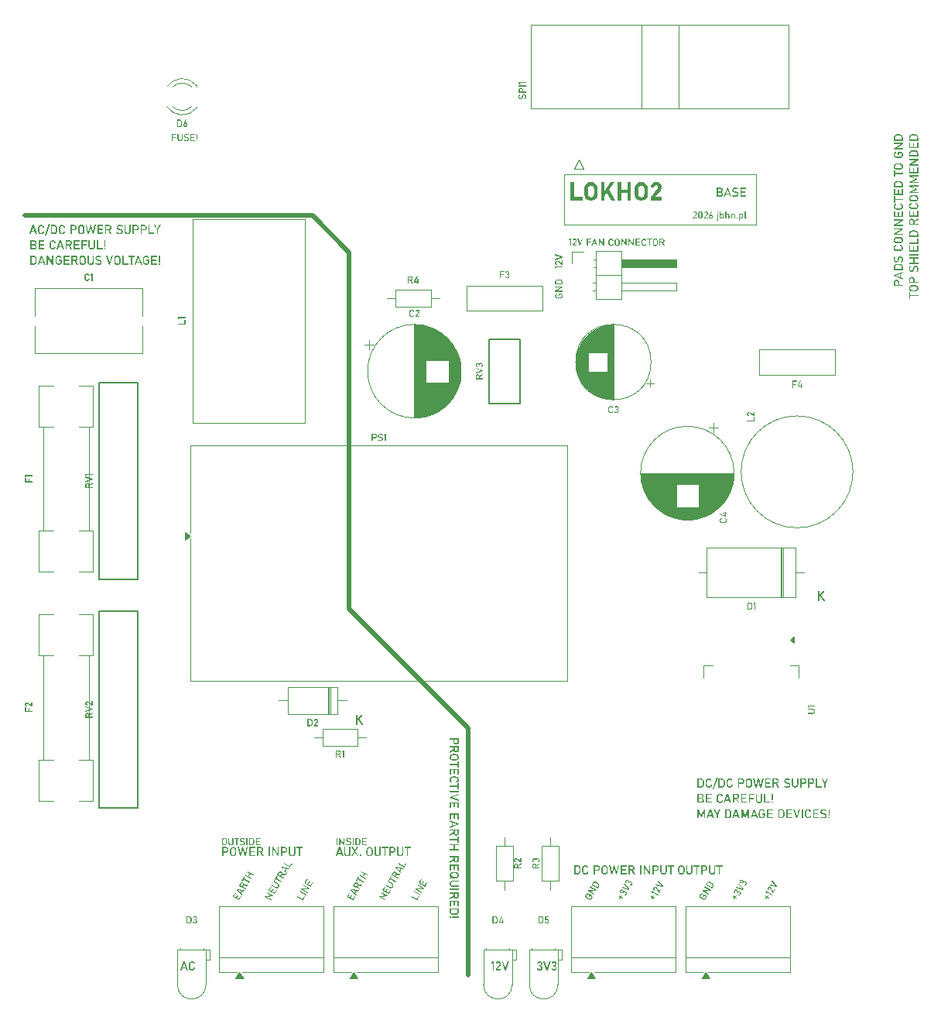
<source format=gbr>
%TF.GenerationSoftware,KiCad,Pcbnew,9.0.7*%
%TF.CreationDate,2026-02-03T14:25:51+01:00*%
%TF.ProjectId,lokho2-base,6c6f6b68-6f32-42d6-9261-73652e6b6963,rev?*%
%TF.SameCoordinates,Original*%
%TF.FileFunction,Legend,Top*%
%TF.FilePolarity,Positive*%
%FSLAX46Y46*%
G04 Gerber Fmt 4.6, Leading zero omitted, Abs format (unit mm)*
G04 Created by KiCad (PCBNEW 9.0.7) date 2026-02-03 14:25:51*
%MOMM*%
%LPD*%
G01*
G04 APERTURE LIST*
%ADD10C,0.500000*%
%ADD11C,0.100000*%
%ADD12C,0.125000*%
%ADD13C,0.400000*%
%ADD14C,0.150000*%
%ADD15C,0.120000*%
G04 APERTURE END LIST*
D10*
X136000000Y-109000000D02*
X149000000Y-122000000D01*
X136000000Y-70000000D02*
X136000000Y-109000000D01*
X100500000Y-66000000D02*
X132000000Y-66000000D01*
D11*
X159500000Y-61500000D02*
X180500000Y-61500000D01*
X180500000Y-67000000D01*
X159500000Y-67000000D01*
X159500000Y-61500000D01*
D10*
X149000000Y-122000000D02*
X149000000Y-149000000D01*
X132000000Y-66000000D02*
X136000000Y-70000000D01*
D12*
G36*
X122416369Y-134001581D02*
G01*
X122464998Y-134013831D01*
X122508220Y-134033663D01*
X122546955Y-134061136D01*
X122579311Y-134094994D01*
X122605771Y-134135903D01*
X122624651Y-134181049D01*
X122636399Y-134232163D01*
X122640502Y-134290362D01*
X122640502Y-134515554D01*
X122636413Y-134573392D01*
X122624677Y-134624441D01*
X122605771Y-134669769D01*
X122579297Y-134710833D01*
X122546938Y-134744768D01*
X122508220Y-134772254D01*
X122464998Y-134792085D01*
X122416369Y-134804336D01*
X122361235Y-134808597D01*
X122306100Y-134804337D01*
X122257453Y-134792087D01*
X122214200Y-134772254D01*
X122175510Y-134744772D01*
X122143150Y-134710838D01*
X122116650Y-134669769D01*
X122097771Y-134624444D01*
X122086051Y-134573395D01*
X122081967Y-134515554D01*
X122081967Y-134290362D01*
X122082228Y-134286650D01*
X122196175Y-134286650D01*
X122196175Y-134519267D01*
X122201601Y-134571411D01*
X122216879Y-134614058D01*
X122241507Y-134649253D01*
X122274542Y-134676293D01*
X122313824Y-134692661D01*
X122361235Y-134698394D01*
X122408995Y-134692640D01*
X122448338Y-134676255D01*
X122481207Y-134649253D01*
X122505693Y-134614076D01*
X122520893Y-134571429D01*
X122526294Y-134519267D01*
X122526294Y-134286650D01*
X122520875Y-134234131D01*
X122505658Y-134191426D01*
X122481207Y-134156420D01*
X122448356Y-134129563D01*
X122409014Y-134113253D01*
X122361235Y-134107522D01*
X122313806Y-134113232D01*
X122274524Y-134129525D01*
X122241507Y-134156420D01*
X122216914Y-134191444D01*
X122201620Y-134234149D01*
X122196175Y-134286650D01*
X122082228Y-134286650D01*
X122086065Y-134232160D01*
X122097797Y-134181046D01*
X122116650Y-134135903D01*
X122143135Y-134094989D01*
X122175493Y-134061131D01*
X122214200Y-134033663D01*
X122257453Y-134013830D01*
X122306100Y-134001580D01*
X122361235Y-133997320D01*
X122416369Y-134001581D01*
G37*
G36*
X123067243Y-134808597D02*
G01*
X123001395Y-134803227D01*
X122946391Y-134788119D01*
X122900234Y-134764143D01*
X122861444Y-134731270D01*
X122830800Y-134690756D01*
X122808119Y-134642043D01*
X122793677Y-134583482D01*
X122788513Y-134512965D01*
X122788513Y-134005917D01*
X122899986Y-134005917D01*
X122899986Y-134516531D01*
X122905412Y-134572847D01*
X122920326Y-134616718D01*
X122943705Y-134650914D01*
X122967016Y-134671139D01*
X122994731Y-134685852D01*
X123027737Y-134695107D01*
X123067243Y-134698394D01*
X123107011Y-134695103D01*
X123140221Y-134685841D01*
X123168090Y-134671125D01*
X123191514Y-134650914D01*
X123215062Y-134616695D01*
X123230069Y-134572823D01*
X123235526Y-134516531D01*
X123235526Y-134005917D01*
X123347048Y-134005917D01*
X123347048Y-134512965D01*
X123341864Y-134583459D01*
X123327361Y-134642012D01*
X123304576Y-134690734D01*
X123273775Y-134731270D01*
X123234872Y-134764130D01*
X123188561Y-134788108D01*
X123133353Y-134803223D01*
X123067243Y-134808597D01*
G37*
G36*
X123648639Y-134800000D02*
G01*
X123648639Y-134071130D01*
X123760160Y-134071130D01*
X123760160Y-134800000D01*
X123648639Y-134800000D01*
G37*
G36*
X123424033Y-134112212D02*
G01*
X123424033Y-134005917D01*
X123984766Y-134005917D01*
X123984766Y-134112212D01*
X123424033Y-134112212D01*
G37*
G36*
X124310683Y-134808597D02*
G01*
X124253759Y-134805791D01*
X124201653Y-134797655D01*
X124151895Y-134783887D01*
X124106008Y-134764877D01*
X124063013Y-134740345D01*
X124022672Y-134710216D01*
X124092086Y-134624926D01*
X124139954Y-134659583D01*
X124192079Y-134684131D01*
X124248368Y-134698816D01*
X124310683Y-134703866D01*
X124367551Y-134699721D01*
X124411240Y-134688527D01*
X124444528Y-134671577D01*
X124471117Y-134646956D01*
X124486705Y-134617375D01*
X124492107Y-134581158D01*
X124492107Y-134580621D01*
X124489121Y-134551310D01*
X124480923Y-134528683D01*
X124468025Y-134511207D01*
X124440952Y-134490663D01*
X124404912Y-134475450D01*
X124319427Y-134456008D01*
X124228960Y-134437983D01*
X124184888Y-134424534D01*
X124145087Y-134405450D01*
X124110868Y-134378726D01*
X124083586Y-134341751D01*
X124071357Y-134313072D01*
X124063326Y-134276674D01*
X124060383Y-134230767D01*
X124060383Y-134230230D01*
X124065385Y-134175823D01*
X124079554Y-134130069D01*
X124102339Y-134091276D01*
X124134145Y-134058283D01*
X124172226Y-134032965D01*
X124218477Y-134013949D01*
X124274532Y-134001717D01*
X124342386Y-133997320D01*
X124405573Y-134002437D01*
X124467536Y-134017836D01*
X124527156Y-134043317D01*
X124586629Y-134080411D01*
X124523272Y-134168974D01*
X124477014Y-134138830D01*
X124432805Y-134118513D01*
X124387343Y-134106110D01*
X124342386Y-134102051D01*
X124288906Y-134106199D01*
X124247592Y-134117453D01*
X124215868Y-134134633D01*
X124190900Y-134159256D01*
X124176004Y-134189414D01*
X124170781Y-134226908D01*
X124170781Y-134227494D01*
X124173990Y-134256249D01*
X124182859Y-134278522D01*
X124197013Y-134295833D01*
X124226329Y-134315781D01*
X124265596Y-134330565D01*
X124356552Y-134351570D01*
X124443991Y-134372623D01*
X124486030Y-134387802D01*
X124523517Y-134408185D01*
X124555514Y-134435417D01*
X124580914Y-134471835D01*
X124592340Y-134499651D01*
X124599793Y-134534322D01*
X124602505Y-134577348D01*
X124602505Y-134578422D01*
X124597359Y-134632071D01*
X124582746Y-134677256D01*
X124559136Y-134715680D01*
X124525959Y-134748464D01*
X124486659Y-134773359D01*
X124438862Y-134792133D01*
X124380881Y-134804240D01*
X124310683Y-134808597D01*
G37*
G36*
X124861744Y-134005917D02*
G01*
X124861744Y-134800000D01*
X124750272Y-134800000D01*
X124750272Y-134005917D01*
X124861744Y-134005917D01*
G37*
G36*
X125133635Y-134800000D02*
G01*
X125133635Y-134693705D01*
X125313398Y-134693705D01*
X125357427Y-134690483D01*
X125394007Y-134681469D01*
X125424451Y-134667310D01*
X125449783Y-134648178D01*
X125470347Y-134623949D01*
X125485341Y-134595129D01*
X125494786Y-134560797D01*
X125498143Y-134519706D01*
X125498143Y-134286210D01*
X125494786Y-134245119D01*
X125485339Y-134210796D01*
X125470345Y-134181993D01*
X125449783Y-134157787D01*
X125424447Y-134138633D01*
X125394003Y-134124460D01*
X125357423Y-134115437D01*
X125313398Y-134112212D01*
X125133635Y-134112212D01*
X125133635Y-134005917D01*
X125310125Y-134005917D01*
X125382316Y-134011199D01*
X125442219Y-134025967D01*
X125492003Y-134049150D01*
X125533363Y-134080460D01*
X125566952Y-134120082D01*
X125591442Y-134167199D01*
X125606869Y-134223315D01*
X125612351Y-134290460D01*
X125612351Y-134515457D01*
X125608098Y-134574666D01*
X125596038Y-134625463D01*
X125576838Y-134669232D01*
X125549669Y-134708191D01*
X125515502Y-134740423D01*
X125473524Y-134766441D01*
X125427188Y-134784500D01*
X125373024Y-134795944D01*
X125309588Y-134800000D01*
X125133635Y-134800000D01*
G37*
G36*
X125058213Y-134800000D02*
G01*
X125058213Y-134005917D01*
X125169685Y-134005917D01*
X125169685Y-134800000D01*
X125058213Y-134800000D01*
G37*
G36*
X125781953Y-134800000D02*
G01*
X125781953Y-134005917D01*
X125893426Y-134005917D01*
X125893426Y-134800000D01*
X125781953Y-134800000D01*
G37*
G36*
X125836029Y-134800000D02*
G01*
X125836029Y-134693705D01*
X126292372Y-134693705D01*
X126292372Y-134800000D01*
X125836029Y-134800000D01*
G37*
G36*
X125836029Y-134459232D02*
G01*
X125836029Y-134352937D01*
X126232240Y-134352937D01*
X126232240Y-134459232D01*
X125836029Y-134459232D01*
G37*
G36*
X125836029Y-134112212D02*
G01*
X125836029Y-134005917D01*
X126292372Y-134005917D01*
X126292372Y-134112212D01*
X125836029Y-134112212D01*
G37*
G36*
X123931411Y-140846799D02*
G01*
X123243715Y-140449758D01*
X123299451Y-140353220D01*
X123987147Y-140750261D01*
X123931411Y-140846799D01*
G37*
G36*
X123958448Y-140799968D02*
G01*
X123866395Y-140746821D01*
X124094566Y-140351616D01*
X124186620Y-140404763D01*
X123958448Y-140799968D01*
G37*
G36*
X123663335Y-140629585D02*
G01*
X123571281Y-140576437D01*
X123769386Y-140233309D01*
X123861440Y-140286456D01*
X123663335Y-140629585D01*
G37*
G36*
X123362806Y-140456074D02*
G01*
X123270753Y-140402927D01*
X123498924Y-140007722D01*
X123590978Y-140060870D01*
X123362806Y-140456074D01*
G37*
G36*
X124227677Y-140333650D02*
G01*
X123686430Y-139682954D01*
X123733984Y-139600588D01*
X124568127Y-139743973D01*
X124508019Y-139848084D01*
X123843114Y-139718533D01*
X124287785Y-140229540D01*
X124227677Y-140333650D01*
G37*
G36*
X124143544Y-140129227D02*
G01*
X124051490Y-140076080D01*
X124260513Y-139714042D01*
X124352567Y-139767189D01*
X124143544Y-140129227D01*
G37*
G36*
X124362790Y-139430598D02*
G01*
X124270736Y-139377450D01*
X124406267Y-139142705D01*
X124418319Y-139113990D01*
X124421410Y-139086172D01*
X124416029Y-139058092D01*
X124403100Y-139032190D01*
X124382618Y-139008842D01*
X124353153Y-138987722D01*
X124320130Y-138972766D01*
X124289684Y-138966712D01*
X124260815Y-138968480D01*
X124233780Y-138977848D01*
X124211221Y-138994426D01*
X124192377Y-139019216D01*
X124056847Y-139253961D01*
X123964793Y-139200814D01*
X124098150Y-138969833D01*
X124123843Y-138932085D01*
X124152308Y-138902173D01*
X124183670Y-138879154D01*
X124218601Y-138862194D01*
X124254972Y-138852351D01*
X124293391Y-138849432D01*
X124331811Y-138853560D01*
X124371300Y-138865155D01*
X124412455Y-138885008D01*
X124449897Y-138910548D01*
X124479591Y-138938973D01*
X124502463Y-138970422D01*
X124519220Y-139005394D01*
X124528940Y-139041860D01*
X124531795Y-139080426D01*
X124527612Y-139118958D01*
X124515987Y-139158491D01*
X124496147Y-139199617D01*
X124362790Y-139430598D01*
G37*
G36*
X124628187Y-139639948D02*
G01*
X123940491Y-139242906D01*
X123996227Y-139146368D01*
X124683923Y-139543410D01*
X124628187Y-139639948D01*
G37*
G36*
X124851693Y-139252823D02*
G01*
X124449651Y-139230814D01*
X124483289Y-139122138D01*
X124917834Y-139138263D01*
X124851693Y-139252823D01*
G37*
G36*
X125050824Y-138907917D02*
G01*
X124419605Y-138543483D01*
X124475366Y-138446902D01*
X125106585Y-138811337D01*
X125050824Y-138907917D01*
G37*
G36*
X124342880Y-138758538D02*
G01*
X124250826Y-138705391D01*
X124531192Y-138219782D01*
X124623246Y-138272929D01*
X124342880Y-138758538D01*
G37*
G36*
X125499083Y-138131510D02*
G01*
X124811388Y-137734469D01*
X124867124Y-137637931D01*
X125554819Y-138034972D01*
X125499083Y-138131510D01*
G37*
G36*
X125273378Y-138522442D02*
G01*
X124585683Y-138125401D01*
X124641419Y-138028863D01*
X125329115Y-138425904D01*
X125273378Y-138522442D01*
G37*
G36*
X125015679Y-138293508D02*
G01*
X124923626Y-138240360D01*
X125144128Y-137858439D01*
X125236182Y-137911586D01*
X125015679Y-138293508D01*
G37*
G36*
X176286497Y-63915000D02*
G01*
X176286497Y-63786039D01*
X176555653Y-63786039D01*
X176628604Y-63780285D01*
X176678848Y-63765425D01*
X176712457Y-63743846D01*
X176737861Y-63713109D01*
X176753197Y-63676702D01*
X176758558Y-63632899D01*
X176758558Y-63630823D01*
X176753804Y-63583279D01*
X176740499Y-63544783D01*
X176719235Y-63513403D01*
X176689971Y-63490384D01*
X176648287Y-63475222D01*
X176589847Y-63469501D01*
X176286497Y-63469501D01*
X176286497Y-63343471D01*
X176589847Y-63343471D01*
X176640050Y-63338824D01*
X176677907Y-63326253D01*
X176706290Y-63306896D01*
X176727375Y-63280023D01*
X176740704Y-63245138D01*
X176745552Y-63199795D01*
X176740155Y-63152050D01*
X176725346Y-63115810D01*
X176701832Y-63088299D01*
X176670517Y-63068941D01*
X176627940Y-63056140D01*
X176570674Y-63051357D01*
X176286497Y-63051357D01*
X176286497Y-62922397D01*
X176595953Y-62922397D01*
X176669910Y-62927746D01*
X176729253Y-62942479D01*
X176776747Y-62965233D01*
X176814550Y-62995547D01*
X176845238Y-63034136D01*
X176867495Y-63078853D01*
X176881399Y-63130882D01*
X176886297Y-63191796D01*
X176881433Y-63240088D01*
X176866988Y-63285253D01*
X176842577Y-63328206D01*
X176809244Y-63363404D01*
X176764425Y-63389810D01*
X176705252Y-63407158D01*
X176763336Y-63422703D01*
X176810350Y-63449646D01*
X176848378Y-63488307D01*
X176876600Y-63535410D01*
X176893486Y-63586569D01*
X176899241Y-63643035D01*
X176899241Y-63645050D01*
X176894003Y-63704566D01*
X176879003Y-63756084D01*
X176854689Y-63801102D01*
X176820656Y-63840689D01*
X176779425Y-63872268D01*
X176731140Y-63895349D01*
X176674441Y-63909863D01*
X176607554Y-63915000D01*
X176286497Y-63915000D01*
G37*
G36*
X176204554Y-63915000D02*
G01*
X176204554Y-62922397D01*
X176343223Y-62922397D01*
X176343223Y-63915000D01*
X176204554Y-63915000D01*
G37*
G36*
X176992115Y-63915000D02*
G01*
X177358235Y-62922397D01*
X177477120Y-62922397D01*
X177843240Y-63915000D01*
X177692970Y-63915000D01*
X177417647Y-63114249D01*
X177142385Y-63915000D01*
X176992115Y-63915000D01*
G37*
G36*
X177160826Y-63696158D02*
G01*
X177160826Y-63563290D01*
X177683383Y-63563290D01*
X177683383Y-63696158D01*
X177160826Y-63696158D01*
G37*
G36*
X178237204Y-63925746D02*
G01*
X178166049Y-63922238D01*
X178100916Y-63912069D01*
X178038718Y-63894859D01*
X177981359Y-63871097D01*
X177927616Y-63840431D01*
X177877190Y-63802770D01*
X177963957Y-63696158D01*
X178023792Y-63739479D01*
X178088948Y-63770163D01*
X178159309Y-63788520D01*
X178237204Y-63794832D01*
X178308288Y-63789652D01*
X178362900Y-63775659D01*
X178404510Y-63754471D01*
X178437746Y-63723695D01*
X178457231Y-63686719D01*
X178463983Y-63641448D01*
X178463983Y-63640776D01*
X178460251Y-63604137D01*
X178450003Y-63575854D01*
X178433880Y-63554009D01*
X178400039Y-63528328D01*
X178354990Y-63509312D01*
X178248134Y-63485010D01*
X178135049Y-63462479D01*
X178079960Y-63445668D01*
X178030208Y-63421812D01*
X177987434Y-63388408D01*
X177953333Y-63342189D01*
X177938046Y-63306340D01*
X177928007Y-63260843D01*
X177924329Y-63203459D01*
X177924329Y-63202787D01*
X177930580Y-63134778D01*
X177948292Y-63077587D01*
X177976773Y-63029095D01*
X178016530Y-62987854D01*
X178064132Y-62956206D01*
X178121946Y-62932436D01*
X178192015Y-62917146D01*
X178276832Y-62911650D01*
X178355816Y-62918047D01*
X178433270Y-62937295D01*
X178507794Y-62969146D01*
X178582136Y-63015514D01*
X178502940Y-63126217D01*
X178445117Y-63088538D01*
X178389856Y-63063142D01*
X178333029Y-63047637D01*
X178276832Y-63042564D01*
X178209982Y-63047748D01*
X178158340Y-63061817D01*
X178118685Y-63083292D01*
X178087475Y-63114070D01*
X178068855Y-63151768D01*
X178062326Y-63198635D01*
X178062326Y-63199368D01*
X178066337Y-63235312D01*
X178077424Y-63263153D01*
X178095116Y-63284792D01*
X178131760Y-63309727D01*
X178180845Y-63328206D01*
X178294540Y-63354462D01*
X178403838Y-63380779D01*
X178456387Y-63399753D01*
X178503245Y-63425232D01*
X178543242Y-63459272D01*
X178574992Y-63504794D01*
X178589275Y-63539564D01*
X178598591Y-63582902D01*
X178601981Y-63636685D01*
X178601981Y-63638028D01*
X178595548Y-63705088D01*
X178577282Y-63761571D01*
X178547769Y-63809601D01*
X178506298Y-63850580D01*
X178457174Y-63881698D01*
X178397428Y-63905167D01*
X178324951Y-63920300D01*
X178237204Y-63925746D01*
G37*
G36*
X178786689Y-63915000D02*
G01*
X178786689Y-62922397D01*
X178926030Y-62922397D01*
X178926030Y-63915000D01*
X178786689Y-63915000D01*
G37*
G36*
X178854283Y-63915000D02*
G01*
X178854283Y-63782131D01*
X179424713Y-63782131D01*
X179424713Y-63915000D01*
X178854283Y-63915000D01*
G37*
G36*
X178854283Y-63489040D02*
G01*
X178854283Y-63356172D01*
X179349547Y-63356172D01*
X179349547Y-63489040D01*
X178854283Y-63489040D01*
G37*
G36*
X178854283Y-63055265D02*
G01*
X178854283Y-62922397D01*
X179424713Y-62922397D01*
X179424713Y-63055265D01*
X178854283Y-63055265D01*
G37*
G36*
X101027355Y-68000000D02*
G01*
X101393475Y-67007397D01*
X101512360Y-67007397D01*
X101878480Y-68000000D01*
X101728210Y-68000000D01*
X101452887Y-67199249D01*
X101177625Y-68000000D01*
X101027355Y-68000000D01*
G37*
G36*
X101196065Y-67781158D02*
G01*
X101196065Y-67648290D01*
X101718623Y-67648290D01*
X101718623Y-67781158D01*
X101196065Y-67781158D01*
G37*
G36*
X102299066Y-68010746D02*
G01*
X102231132Y-68005361D01*
X102171010Y-67989843D01*
X102117349Y-67964645D01*
X102069451Y-67929859D01*
X102029333Y-67886982D01*
X101996449Y-67835136D01*
X101973042Y-67778052D01*
X101958482Y-67713577D01*
X101953401Y-67640352D01*
X101953401Y-67367716D01*
X101958494Y-67294037D01*
X101973064Y-67229373D01*
X101996449Y-67172322D01*
X102029339Y-67120440D01*
X102069457Y-67077565D01*
X102117349Y-67042812D01*
X102171013Y-67017580D01*
X102231136Y-67002042D01*
X102299066Y-66996650D01*
X102355549Y-67000865D01*
X102407787Y-67013220D01*
X102456542Y-67033592D01*
X102501491Y-67061411D01*
X102541184Y-67095653D01*
X102576038Y-67136784D01*
X102604335Y-67182748D01*
X102626129Y-67234183D01*
X102641311Y-67291878D01*
X102498551Y-67291878D01*
X102481055Y-67246728D01*
X102455137Y-67208103D01*
X102421980Y-67176060D01*
X102383757Y-67152294D01*
X102341889Y-67137361D01*
X102299066Y-67132449D01*
X102254490Y-67136695D01*
X102215815Y-67148900D01*
X102181866Y-67168838D01*
X102151849Y-67197051D01*
X102121723Y-67243025D01*
X102102881Y-67299008D01*
X102096161Y-67367655D01*
X102096161Y-67640413D01*
X102102888Y-67709055D01*
X102121734Y-67764927D01*
X102151849Y-67810711D01*
X102181843Y-67838748D01*
X102215784Y-67858576D01*
X102254467Y-67870720D01*
X102299066Y-67874947D01*
X102341069Y-67870481D01*
X102381552Y-67857025D01*
X102421310Y-67833914D01*
X102454914Y-67803071D01*
X102480600Y-67764129D01*
X102498551Y-67715518D01*
X102641311Y-67715518D01*
X102626102Y-67773196D01*
X102604210Y-67824652D01*
X102575732Y-67870673D01*
X102540680Y-67911805D01*
X102500959Y-67946047D01*
X102456175Y-67973866D01*
X102407659Y-67994192D01*
X102355547Y-68006532D01*
X102299066Y-68010746D01*
G37*
G36*
X103304003Y-66890160D02*
G01*
X102842934Y-68187578D01*
X102709699Y-68187578D01*
X103170830Y-66890160D01*
X103304003Y-66890160D01*
G37*
G36*
X103463311Y-68000000D02*
G01*
X103463311Y-67867131D01*
X103688014Y-67867131D01*
X103743050Y-67863104D01*
X103788776Y-67851836D01*
X103826830Y-67834137D01*
X103858496Y-67810223D01*
X103884200Y-67779937D01*
X103902943Y-67743912D01*
X103914750Y-67700996D01*
X103918946Y-67649633D01*
X103918946Y-67357763D01*
X103914749Y-67306399D01*
X103902941Y-67263495D01*
X103884198Y-67227492D01*
X103858496Y-67197234D01*
X103826826Y-67173292D01*
X103788770Y-67155575D01*
X103743046Y-67144296D01*
X103688014Y-67140265D01*
X103463311Y-67140265D01*
X103463311Y-67007397D01*
X103683923Y-67007397D01*
X103774162Y-67013999D01*
X103849041Y-67032459D01*
X103911270Y-67061438D01*
X103962971Y-67100575D01*
X104004956Y-67150103D01*
X104035569Y-67208999D01*
X104054853Y-67279144D01*
X104061706Y-67363075D01*
X104061706Y-67644321D01*
X104056389Y-67718333D01*
X104041314Y-67781829D01*
X104017315Y-67836540D01*
X103983353Y-67885239D01*
X103940645Y-67925529D01*
X103888171Y-67958051D01*
X103830252Y-67980626D01*
X103762546Y-67994930D01*
X103683251Y-68000000D01*
X103463311Y-68000000D01*
G37*
G36*
X103369033Y-68000000D02*
G01*
X103369033Y-67007397D01*
X103508374Y-67007397D01*
X103508374Y-68000000D01*
X103369033Y-68000000D01*
G37*
G36*
X104585179Y-68010746D02*
G01*
X104517246Y-68005361D01*
X104457123Y-67989843D01*
X104403463Y-67964645D01*
X104355564Y-67929859D01*
X104315446Y-67886982D01*
X104282562Y-67835136D01*
X104259155Y-67778052D01*
X104244595Y-67713577D01*
X104239515Y-67640352D01*
X104239515Y-67367716D01*
X104244607Y-67294037D01*
X104259177Y-67229373D01*
X104282562Y-67172322D01*
X104315452Y-67120440D01*
X104355570Y-67077565D01*
X104403463Y-67042812D01*
X104457126Y-67017580D01*
X104517249Y-67002042D01*
X104585179Y-66996650D01*
X104641662Y-67000865D01*
X104693900Y-67013220D01*
X104742655Y-67033592D01*
X104787604Y-67061411D01*
X104827297Y-67095653D01*
X104862151Y-67136784D01*
X104890448Y-67182748D01*
X104912242Y-67234183D01*
X104927424Y-67291878D01*
X104784665Y-67291878D01*
X104767168Y-67246728D01*
X104741250Y-67208103D01*
X104708093Y-67176060D01*
X104669870Y-67152294D01*
X104628002Y-67137361D01*
X104585179Y-67132449D01*
X104540603Y-67136695D01*
X104501929Y-67148900D01*
X104467979Y-67168838D01*
X104437962Y-67197051D01*
X104407836Y-67243025D01*
X104388994Y-67299008D01*
X104382274Y-67367655D01*
X104382274Y-67640413D01*
X104389001Y-67709055D01*
X104407847Y-67764927D01*
X104437962Y-67810711D01*
X104467956Y-67838748D01*
X104501898Y-67858576D01*
X104540580Y-67870720D01*
X104585179Y-67874947D01*
X104627182Y-67870481D01*
X104667665Y-67857025D01*
X104707423Y-67833914D01*
X104741027Y-67803071D01*
X104766713Y-67764129D01*
X104784665Y-67715518D01*
X104927424Y-67715518D01*
X104912215Y-67773196D01*
X104890323Y-67824652D01*
X104861845Y-67870673D01*
X104826793Y-67911805D01*
X104787072Y-67946047D01*
X104742288Y-67973866D01*
X104693772Y-67994192D01*
X104641660Y-68006532D01*
X104585179Y-68010746D01*
G37*
G36*
X105572470Y-67613119D02*
G01*
X105572470Y-67480251D01*
X105890169Y-67480251D01*
X105933573Y-67474825D01*
X105969522Y-67459304D01*
X105999773Y-67433539D01*
X106022212Y-67400196D01*
X106036159Y-67359943D01*
X106041111Y-67310929D01*
X106036128Y-67261010D01*
X106022153Y-67220368D01*
X105999773Y-67187037D01*
X105969517Y-67161236D01*
X105933569Y-67145696D01*
X105890169Y-67140265D01*
X105572470Y-67140265D01*
X105572470Y-67007397D01*
X105885345Y-67007397D01*
X105944482Y-67011844D01*
X105996457Y-67024604D01*
X106042454Y-67045193D01*
X106083850Y-67073765D01*
X106118387Y-67108829D01*
X106146624Y-67151011D01*
X106166884Y-67197698D01*
X106179474Y-67250604D01*
X106183871Y-67310929D01*
X106179486Y-67370802D01*
X106166907Y-67423518D01*
X106146624Y-67470237D01*
X106118380Y-67512360D01*
X106083843Y-67547299D01*
X106042454Y-67575689D01*
X105996478Y-67596071D01*
X105944502Y-67608711D01*
X105885345Y-67613119D01*
X105572470Y-67613119D01*
G37*
G36*
X105500785Y-68000000D02*
G01*
X105500785Y-67007397D01*
X105640125Y-67007397D01*
X105640125Y-68000000D01*
X105500785Y-68000000D01*
G37*
G36*
X106756051Y-67001976D02*
G01*
X106816838Y-67017289D01*
X106870865Y-67042079D01*
X106919283Y-67076420D01*
X106959729Y-67118743D01*
X106992803Y-67169879D01*
X107016404Y-67226311D01*
X107031089Y-67290204D01*
X107036217Y-67362953D01*
X107036217Y-67644443D01*
X107031106Y-67716740D01*
X107016436Y-67780552D01*
X106992803Y-67837212D01*
X106959710Y-67888542D01*
X106919262Y-67930960D01*
X106870865Y-67965317D01*
X106816838Y-67990107D01*
X106756051Y-68005420D01*
X106687133Y-68010746D01*
X106618214Y-68005421D01*
X106557407Y-67990109D01*
X106503340Y-67965317D01*
X106454977Y-67930966D01*
X106414527Y-67888548D01*
X106381402Y-67837212D01*
X106357804Y-67780555D01*
X106343154Y-67716743D01*
X106338049Y-67644443D01*
X106338049Y-67362953D01*
X106338376Y-67358312D01*
X106480809Y-67358312D01*
X106480809Y-67649084D01*
X106487591Y-67714264D01*
X106506689Y-67767573D01*
X106537473Y-67811566D01*
X106578768Y-67845366D01*
X106627869Y-67865826D01*
X106687133Y-67872993D01*
X106746834Y-67865800D01*
X106796012Y-67845319D01*
X106837098Y-67811566D01*
X106867706Y-67767596D01*
X106886707Y-67714286D01*
X106893457Y-67649084D01*
X106893457Y-67358312D01*
X106886683Y-67292664D01*
X106867662Y-67239283D01*
X106837098Y-67195525D01*
X106796035Y-67161954D01*
X106746857Y-67141566D01*
X106687133Y-67134403D01*
X106627847Y-67141540D01*
X106578745Y-67161906D01*
X106537473Y-67195525D01*
X106506732Y-67239306D01*
X106487615Y-67292687D01*
X106480809Y-67358312D01*
X106338376Y-67358312D01*
X106343171Y-67290201D01*
X106357836Y-67226307D01*
X106381402Y-67169879D01*
X106414509Y-67118736D01*
X106454956Y-67076414D01*
X106503340Y-67042079D01*
X106557407Y-67017287D01*
X106618214Y-67001975D01*
X106687133Y-66996650D01*
X106756051Y-67001976D01*
G37*
G36*
X107480190Y-67785615D02*
G01*
X107683705Y-67007397D01*
X107779387Y-67007397D01*
X107982964Y-67785615D01*
X108158513Y-67007397D01*
X108303349Y-67007397D01*
X108060816Y-68000000D01*
X107918728Y-68000000D01*
X107735668Y-67306411D01*
X107544364Y-68000000D01*
X107402276Y-68000000D01*
X107159804Y-67007397D01*
X107304579Y-67007397D01*
X107480190Y-67785615D01*
G37*
G36*
X108454169Y-68000000D02*
G01*
X108454169Y-67007397D01*
X108593510Y-67007397D01*
X108593510Y-68000000D01*
X108454169Y-68000000D01*
G37*
G36*
X108521763Y-68000000D02*
G01*
X108521763Y-67867131D01*
X109092192Y-67867131D01*
X109092192Y-68000000D01*
X108521763Y-68000000D01*
G37*
G36*
X108521763Y-67574040D02*
G01*
X108521763Y-67441172D01*
X109017027Y-67441172D01*
X109017027Y-67574040D01*
X108521763Y-67574040D01*
G37*
G36*
X108521763Y-67140265D02*
G01*
X108521763Y-67007397D01*
X109092192Y-67007397D01*
X109092192Y-67140265D01*
X108521763Y-67140265D01*
G37*
G36*
X109351212Y-67581856D02*
G01*
X109351212Y-67448988D01*
X109690038Y-67448988D01*
X109728656Y-67444088D01*
X109760700Y-67430047D01*
X109787735Y-67406673D01*
X109807694Y-67376488D01*
X109820168Y-67339723D01*
X109824616Y-67294626D01*
X109820167Y-67249530D01*
X109807692Y-67212788D01*
X109787735Y-67182641D01*
X109760696Y-67159229D01*
X109728651Y-67145170D01*
X109690038Y-67140265D01*
X109351212Y-67140265D01*
X109351212Y-67007397D01*
X109684603Y-67007397D01*
X109741526Y-67011617D01*
X109791696Y-67023737D01*
X109836217Y-67043300D01*
X109876409Y-67070514D01*
X109909796Y-67103734D01*
X109936967Y-67143501D01*
X109956512Y-67187671D01*
X109968640Y-67237666D01*
X109972871Y-67294626D01*
X109968624Y-67351120D01*
X109956412Y-67401031D01*
X109936662Y-67445446D01*
X109909277Y-67485443D01*
X109875876Y-67518758D01*
X109835912Y-67545952D01*
X109791586Y-67565506D01*
X109741524Y-67577630D01*
X109684603Y-67581856D01*
X109351212Y-67581856D01*
G37*
G36*
X109290457Y-68000000D02*
G01*
X109290457Y-67007397D01*
X109429797Y-67007397D01*
X109429797Y-68000000D01*
X109290457Y-68000000D01*
G37*
G36*
X109849223Y-68000000D02*
G01*
X109621772Y-67551020D01*
X109760441Y-67519513D01*
X110014576Y-68000000D01*
X109849223Y-68000000D01*
G37*
G36*
X110876631Y-68010746D02*
G01*
X110805476Y-68007238D01*
X110740343Y-67997069D01*
X110678145Y-67979859D01*
X110620786Y-67956097D01*
X110567043Y-67925431D01*
X110516617Y-67887770D01*
X110603384Y-67781158D01*
X110663219Y-67824479D01*
X110728375Y-67855163D01*
X110798736Y-67873520D01*
X110876631Y-67879832D01*
X110947715Y-67874652D01*
X111002327Y-67860659D01*
X111043937Y-67839471D01*
X111077173Y-67808695D01*
X111096658Y-67771719D01*
X111103410Y-67726448D01*
X111103410Y-67725776D01*
X111099678Y-67689137D01*
X111089430Y-67660854D01*
X111073307Y-67639009D01*
X111039466Y-67613328D01*
X110994417Y-67594312D01*
X110887561Y-67570010D01*
X110774476Y-67547479D01*
X110719387Y-67530668D01*
X110669635Y-67506812D01*
X110626861Y-67473408D01*
X110592759Y-67427189D01*
X110577473Y-67391340D01*
X110567434Y-67345843D01*
X110563756Y-67288459D01*
X110563756Y-67287787D01*
X110570007Y-67219778D01*
X110587719Y-67162587D01*
X110616200Y-67114095D01*
X110655957Y-67072854D01*
X110703559Y-67041206D01*
X110761373Y-67017436D01*
X110831442Y-67002146D01*
X110916259Y-66996650D01*
X110995243Y-67003047D01*
X111072697Y-67022295D01*
X111147221Y-67054146D01*
X111221563Y-67100514D01*
X111142367Y-67211217D01*
X111084544Y-67173538D01*
X111029282Y-67148142D01*
X110972455Y-67132637D01*
X110916259Y-67127564D01*
X110849409Y-67132748D01*
X110797767Y-67146817D01*
X110758112Y-67168292D01*
X110726901Y-67199070D01*
X110708282Y-67236768D01*
X110701753Y-67283635D01*
X110701753Y-67284368D01*
X110705763Y-67320312D01*
X110716850Y-67348153D01*
X110734542Y-67369792D01*
X110771187Y-67394727D01*
X110820272Y-67413206D01*
X110933967Y-67439462D01*
X111043265Y-67465779D01*
X111095814Y-67484753D01*
X111142672Y-67510232D01*
X111182669Y-67544272D01*
X111214419Y-67589794D01*
X111228702Y-67624564D01*
X111238018Y-67667902D01*
X111241407Y-67721685D01*
X111241407Y-67723028D01*
X111234975Y-67790088D01*
X111216708Y-67846571D01*
X111187196Y-67894601D01*
X111145725Y-67935580D01*
X111096601Y-67966698D01*
X111036854Y-67990167D01*
X110964377Y-68005300D01*
X110876631Y-68010746D01*
G37*
G36*
X111747173Y-68010746D02*
G01*
X111664863Y-68004033D01*
X111596108Y-67985149D01*
X111538412Y-67955178D01*
X111489924Y-67914087D01*
X111451619Y-67863446D01*
X111423268Y-67802554D01*
X111405215Y-67729352D01*
X111398761Y-67641207D01*
X111398761Y-67007397D01*
X111538101Y-67007397D01*
X111538101Y-67645664D01*
X111544884Y-67716059D01*
X111563526Y-67770898D01*
X111592751Y-67813642D01*
X111621889Y-67838924D01*
X111656533Y-67857315D01*
X111697790Y-67868884D01*
X111747173Y-67872993D01*
X111796883Y-67868879D01*
X111838396Y-67857301D01*
X111873232Y-67838907D01*
X111902512Y-67813642D01*
X111931946Y-67770869D01*
X111950705Y-67716029D01*
X111957527Y-67645664D01*
X111957527Y-67007397D01*
X112096929Y-67007397D01*
X112096929Y-67641207D01*
X112090449Y-67729323D01*
X112072321Y-67802516D01*
X112043840Y-67863418D01*
X112005338Y-67914087D01*
X111956710Y-67955162D01*
X111898821Y-67985136D01*
X111829811Y-68004029D01*
X111747173Y-68010746D01*
G37*
G36*
X112387822Y-67613119D02*
G01*
X112387822Y-67480251D01*
X112705521Y-67480251D01*
X112748926Y-67474825D01*
X112784874Y-67459304D01*
X112815125Y-67433539D01*
X112837565Y-67400196D01*
X112851511Y-67359943D01*
X112856463Y-67310929D01*
X112851480Y-67261010D01*
X112837505Y-67220368D01*
X112815125Y-67187037D01*
X112784870Y-67161236D01*
X112748921Y-67145696D01*
X112705521Y-67140265D01*
X112387822Y-67140265D01*
X112387822Y-67007397D01*
X112700697Y-67007397D01*
X112759834Y-67011844D01*
X112811809Y-67024604D01*
X112857807Y-67045193D01*
X112899202Y-67073765D01*
X112933740Y-67108829D01*
X112961976Y-67151011D01*
X112982236Y-67197698D01*
X112994827Y-67250604D01*
X112999223Y-67310929D01*
X112994839Y-67370802D01*
X112982259Y-67423518D01*
X112961976Y-67470237D01*
X112933732Y-67512360D01*
X112899195Y-67547299D01*
X112857807Y-67575689D01*
X112811831Y-67596071D01*
X112759854Y-67608711D01*
X112700697Y-67613119D01*
X112387822Y-67613119D01*
G37*
G36*
X112316137Y-68000000D02*
G01*
X112316137Y-67007397D01*
X112455478Y-67007397D01*
X112455478Y-68000000D01*
X112316137Y-68000000D01*
G37*
G36*
X113245603Y-67613119D02*
G01*
X113245603Y-67480251D01*
X113563302Y-67480251D01*
X113606707Y-67474825D01*
X113642655Y-67459304D01*
X113672906Y-67433539D01*
X113695345Y-67400196D01*
X113709292Y-67359943D01*
X113714244Y-67310929D01*
X113709261Y-67261010D01*
X113695286Y-67220368D01*
X113672906Y-67187037D01*
X113642651Y-67161236D01*
X113606702Y-67145696D01*
X113563302Y-67140265D01*
X113245603Y-67140265D01*
X113245603Y-67007397D01*
X113558478Y-67007397D01*
X113617615Y-67011844D01*
X113669590Y-67024604D01*
X113715587Y-67045193D01*
X113756983Y-67073765D01*
X113791521Y-67108829D01*
X113819757Y-67151011D01*
X113840017Y-67197698D01*
X113852608Y-67250604D01*
X113857004Y-67310929D01*
X113852620Y-67370802D01*
X113840040Y-67423518D01*
X113819757Y-67470237D01*
X113791513Y-67512360D01*
X113756976Y-67547299D01*
X113715587Y-67575689D01*
X113669612Y-67596071D01*
X113617635Y-67608711D01*
X113558478Y-67613119D01*
X113245603Y-67613119D01*
G37*
G36*
X113173918Y-68000000D02*
G01*
X113173918Y-67007397D01*
X113313258Y-67007397D01*
X113313258Y-68000000D01*
X113173918Y-68000000D01*
G37*
G36*
X114031699Y-68000000D02*
G01*
X114031699Y-67007397D01*
X114171039Y-67007397D01*
X114171039Y-68000000D01*
X114031699Y-68000000D01*
G37*
G36*
X114101369Y-68000000D02*
G01*
X114101369Y-67867131D01*
X114669722Y-67867131D01*
X114669722Y-68000000D01*
X114101369Y-68000000D01*
G37*
G36*
X115387063Y-67007397D02*
G01*
X115084446Y-67596571D01*
X115084446Y-68000000D01*
X114945045Y-68000000D01*
X114945045Y-67596571D01*
X114642428Y-67007397D01*
X114797522Y-67007397D01*
X115014776Y-67455216D01*
X115231969Y-67007397D01*
X115387063Y-67007397D01*
G37*
G36*
X101204919Y-69680000D02*
G01*
X101204919Y-69551039D01*
X101474075Y-69551039D01*
X101547026Y-69545285D01*
X101597270Y-69530425D01*
X101630879Y-69508846D01*
X101656283Y-69478109D01*
X101671619Y-69441702D01*
X101676980Y-69397899D01*
X101676980Y-69395823D01*
X101672226Y-69348279D01*
X101658921Y-69309783D01*
X101637657Y-69278403D01*
X101608393Y-69255384D01*
X101566709Y-69240222D01*
X101508269Y-69234501D01*
X101204919Y-69234501D01*
X101204919Y-69108471D01*
X101508269Y-69108471D01*
X101558472Y-69103824D01*
X101596329Y-69091253D01*
X101624712Y-69071896D01*
X101645797Y-69045023D01*
X101659126Y-69010138D01*
X101663974Y-68964795D01*
X101658577Y-68917050D01*
X101643768Y-68880810D01*
X101620254Y-68853299D01*
X101588939Y-68833941D01*
X101546362Y-68821140D01*
X101489096Y-68816357D01*
X101204919Y-68816357D01*
X101204919Y-68687397D01*
X101514375Y-68687397D01*
X101588332Y-68692746D01*
X101647675Y-68707479D01*
X101695169Y-68730233D01*
X101732972Y-68760547D01*
X101763660Y-68799136D01*
X101785917Y-68843853D01*
X101799821Y-68895882D01*
X101804719Y-68956796D01*
X101799855Y-69005088D01*
X101785410Y-69050253D01*
X101760999Y-69093206D01*
X101727666Y-69128404D01*
X101682847Y-69154810D01*
X101623674Y-69172158D01*
X101681758Y-69187703D01*
X101728772Y-69214646D01*
X101766800Y-69253307D01*
X101795022Y-69300410D01*
X101811908Y-69351569D01*
X101817663Y-69408035D01*
X101817663Y-69410050D01*
X101812425Y-69469566D01*
X101797425Y-69521084D01*
X101773111Y-69566102D01*
X101739078Y-69605689D01*
X101697847Y-69637268D01*
X101649562Y-69660349D01*
X101592863Y-69674863D01*
X101525976Y-69680000D01*
X101204919Y-69680000D01*
G37*
G36*
X101122976Y-69680000D02*
G01*
X101122976Y-68687397D01*
X101261645Y-68687397D01*
X101261645Y-69680000D01*
X101122976Y-69680000D01*
G37*
G36*
X102026674Y-69680000D02*
G01*
X102026674Y-68687397D01*
X102166015Y-68687397D01*
X102166015Y-69680000D01*
X102026674Y-69680000D01*
G37*
G36*
X102094269Y-69680000D02*
G01*
X102094269Y-69547131D01*
X102664698Y-69547131D01*
X102664698Y-69680000D01*
X102094269Y-69680000D01*
G37*
G36*
X102094269Y-69254040D02*
G01*
X102094269Y-69121172D01*
X102589532Y-69121172D01*
X102589532Y-69254040D01*
X102094269Y-69254040D01*
G37*
G36*
X102094269Y-68820265D02*
G01*
X102094269Y-68687397D01*
X102664698Y-68687397D01*
X102664698Y-68820265D01*
X102094269Y-68820265D01*
G37*
G36*
X103563267Y-69690746D02*
G01*
X103495333Y-69685361D01*
X103435211Y-69669843D01*
X103381550Y-69644645D01*
X103333652Y-69609859D01*
X103293534Y-69566982D01*
X103260650Y-69515136D01*
X103237243Y-69458052D01*
X103222683Y-69393577D01*
X103217602Y-69320352D01*
X103217602Y-69047716D01*
X103222695Y-68974037D01*
X103237265Y-68909373D01*
X103260650Y-68852322D01*
X103293540Y-68800440D01*
X103333658Y-68757565D01*
X103381550Y-68722812D01*
X103435214Y-68697580D01*
X103495337Y-68682042D01*
X103563267Y-68676650D01*
X103619750Y-68680865D01*
X103671988Y-68693220D01*
X103720743Y-68713592D01*
X103765692Y-68741411D01*
X103805385Y-68775653D01*
X103840239Y-68816784D01*
X103868536Y-68862748D01*
X103890330Y-68914183D01*
X103905512Y-68971878D01*
X103762752Y-68971878D01*
X103745256Y-68926728D01*
X103719338Y-68888103D01*
X103686181Y-68856060D01*
X103647958Y-68832294D01*
X103606090Y-68817361D01*
X103563267Y-68812449D01*
X103518691Y-68816695D01*
X103480016Y-68828900D01*
X103446067Y-68848838D01*
X103416050Y-68877051D01*
X103385924Y-68923025D01*
X103367082Y-68979008D01*
X103360362Y-69047655D01*
X103360362Y-69320413D01*
X103367088Y-69389055D01*
X103385935Y-69444927D01*
X103416050Y-69490711D01*
X103446044Y-69518748D01*
X103479985Y-69538576D01*
X103518668Y-69550720D01*
X103563267Y-69554947D01*
X103605270Y-69550481D01*
X103645753Y-69537025D01*
X103685511Y-69513914D01*
X103719115Y-69483071D01*
X103744801Y-69444129D01*
X103762752Y-69395518D01*
X103905512Y-69395518D01*
X103890303Y-69453196D01*
X103868411Y-69504652D01*
X103839933Y-69550673D01*
X103804881Y-69591805D01*
X103765160Y-69626047D01*
X103720376Y-69653866D01*
X103671860Y-69674192D01*
X103619748Y-69686532D01*
X103563267Y-69690746D01*
G37*
G36*
X103967062Y-69680000D02*
G01*
X104333182Y-68687397D01*
X104452067Y-68687397D01*
X104818187Y-69680000D01*
X104667916Y-69680000D01*
X104392594Y-68879249D01*
X104117332Y-69680000D01*
X103967062Y-69680000D01*
G37*
G36*
X104135772Y-69461158D02*
G01*
X104135772Y-69328290D01*
X104658330Y-69328290D01*
X104658330Y-69461158D01*
X104135772Y-69461158D01*
G37*
G36*
X105029091Y-69261856D02*
G01*
X105029091Y-69128988D01*
X105367916Y-69128988D01*
X105406534Y-69124088D01*
X105438579Y-69110047D01*
X105465614Y-69086673D01*
X105485572Y-69056488D01*
X105498047Y-69019723D01*
X105502494Y-68974626D01*
X105498045Y-68929530D01*
X105485570Y-68892788D01*
X105465614Y-68862641D01*
X105438574Y-68839229D01*
X105406530Y-68825170D01*
X105367916Y-68820265D01*
X105029091Y-68820265D01*
X105029091Y-68687397D01*
X105362482Y-68687397D01*
X105419404Y-68691617D01*
X105469575Y-68703737D01*
X105514096Y-68723300D01*
X105554288Y-68750514D01*
X105587674Y-68783734D01*
X105614846Y-68823501D01*
X105634390Y-68867671D01*
X105646518Y-68917666D01*
X105650750Y-68974626D01*
X105646502Y-69031120D01*
X105634291Y-69081031D01*
X105614541Y-69125446D01*
X105587156Y-69165443D01*
X105553755Y-69198758D01*
X105513790Y-69225952D01*
X105469465Y-69245506D01*
X105419403Y-69257630D01*
X105362482Y-69261856D01*
X105029091Y-69261856D01*
G37*
G36*
X104968335Y-69680000D02*
G01*
X104968335Y-68687397D01*
X105107676Y-68687397D01*
X105107676Y-69680000D01*
X104968335Y-69680000D01*
G37*
G36*
X105527102Y-69680000D02*
G01*
X105299651Y-69231020D01*
X105438319Y-69199513D01*
X105692454Y-69680000D01*
X105527102Y-69680000D01*
G37*
G36*
X105880826Y-69680000D02*
G01*
X105880826Y-68687397D01*
X106020167Y-68687397D01*
X106020167Y-69680000D01*
X105880826Y-69680000D01*
G37*
G36*
X105948421Y-69680000D02*
G01*
X105948421Y-69547131D01*
X106518850Y-69547131D01*
X106518850Y-69680000D01*
X105948421Y-69680000D01*
G37*
G36*
X105948421Y-69254040D02*
G01*
X105948421Y-69121172D01*
X106443684Y-69121172D01*
X106443684Y-69254040D01*
X105948421Y-69254040D01*
G37*
G36*
X105948421Y-68820265D02*
G01*
X105948421Y-68687397D01*
X106518850Y-68687397D01*
X106518850Y-68820265D01*
X105948421Y-68820265D01*
G37*
G36*
X106717114Y-69680000D02*
G01*
X106717114Y-68687397D01*
X106856454Y-68687397D01*
X106856454Y-69680000D01*
X106717114Y-69680000D01*
G37*
G36*
X106785441Y-69261856D02*
G01*
X106785441Y-69128988D01*
X107267027Y-69128988D01*
X107267027Y-69261856D01*
X106785441Y-69261856D01*
G37*
G36*
X106785441Y-68820265D02*
G01*
X106785441Y-68687397D01*
X107342131Y-68687397D01*
X107342131Y-68820265D01*
X106785441Y-68820265D01*
G37*
G36*
X107834403Y-69690746D02*
G01*
X107752093Y-69684033D01*
X107683337Y-69665149D01*
X107625641Y-69635178D01*
X107577154Y-69594087D01*
X107538849Y-69543446D01*
X107510498Y-69482554D01*
X107492445Y-69409352D01*
X107485990Y-69321207D01*
X107485990Y-68687397D01*
X107625331Y-68687397D01*
X107625331Y-69325664D01*
X107632114Y-69396059D01*
X107650756Y-69450898D01*
X107679980Y-69493642D01*
X107709119Y-69518924D01*
X107743763Y-69537315D01*
X107785020Y-69548884D01*
X107834403Y-69552993D01*
X107884113Y-69548879D01*
X107925625Y-69537301D01*
X107960462Y-69518907D01*
X107989741Y-69493642D01*
X108019176Y-69450869D01*
X108037935Y-69396029D01*
X108044757Y-69325664D01*
X108044757Y-68687397D01*
X108184159Y-68687397D01*
X108184159Y-69321207D01*
X108177679Y-69409323D01*
X108159550Y-69482516D01*
X108131069Y-69543418D01*
X108092568Y-69594087D01*
X108043939Y-69635162D01*
X107986051Y-69665136D01*
X107917041Y-69684029D01*
X107834403Y-69690746D01*
G37*
G36*
X108403367Y-69680000D02*
G01*
X108403367Y-68687397D01*
X108542707Y-68687397D01*
X108542707Y-69680000D01*
X108403367Y-69680000D01*
G37*
G36*
X108473037Y-69680000D02*
G01*
X108473037Y-69547131D01*
X109041390Y-69547131D01*
X109041390Y-69680000D01*
X108473037Y-69680000D01*
G37*
G36*
X109202041Y-69425010D02*
G01*
X109202041Y-68687397D01*
X109341381Y-68687397D01*
X109341381Y-69425010D01*
X109202041Y-69425010D01*
G37*
G36*
X109198621Y-69680000D02*
G01*
X109198621Y-69533454D01*
X109344801Y-69533454D01*
X109344801Y-69680000D01*
X109198621Y-69680000D01*
G37*
G36*
X101217254Y-71360000D02*
G01*
X101217254Y-71227131D01*
X101441957Y-71227131D01*
X101496993Y-71223104D01*
X101542718Y-71211836D01*
X101580773Y-71194137D01*
X101612438Y-71170223D01*
X101638143Y-71139937D01*
X101656886Y-71103912D01*
X101668692Y-71060996D01*
X101672889Y-71009633D01*
X101672889Y-70717763D01*
X101668691Y-70666399D01*
X101656884Y-70623495D01*
X101638141Y-70587492D01*
X101612438Y-70557234D01*
X101580769Y-70533292D01*
X101542713Y-70515575D01*
X101496989Y-70504296D01*
X101441957Y-70500265D01*
X101217254Y-70500265D01*
X101217254Y-70367397D01*
X101437866Y-70367397D01*
X101528105Y-70373999D01*
X101602984Y-70392459D01*
X101665213Y-70421438D01*
X101716913Y-70460575D01*
X101758899Y-70510103D01*
X101789512Y-70568999D01*
X101808796Y-70639144D01*
X101815648Y-70723075D01*
X101815648Y-71004321D01*
X101810332Y-71078333D01*
X101795257Y-71141829D01*
X101771257Y-71196540D01*
X101737296Y-71245239D01*
X101694588Y-71285529D01*
X101642114Y-71318051D01*
X101584194Y-71340626D01*
X101516489Y-71354930D01*
X101437194Y-71360000D01*
X101217254Y-71360000D01*
G37*
G36*
X101122976Y-71360000D02*
G01*
X101122976Y-70367397D01*
X101262316Y-70367397D01*
X101262316Y-71360000D01*
X101122976Y-71360000D01*
G37*
G36*
X101904675Y-71360000D02*
G01*
X102270795Y-70367397D01*
X102389680Y-70367397D01*
X102755800Y-71360000D01*
X102605530Y-71360000D01*
X102330207Y-70559249D01*
X102054945Y-71360000D01*
X101904675Y-71360000D01*
G37*
G36*
X102073386Y-71141158D02*
G01*
X102073386Y-71008290D01*
X102595943Y-71008290D01*
X102595943Y-71141158D01*
X102073386Y-71141158D01*
G37*
G36*
X102905949Y-71360000D02*
G01*
X102905949Y-70367397D01*
X103032283Y-70367397D01*
X103518021Y-71135235D01*
X103501596Y-71153004D01*
X103501596Y-70367397D01*
X103639593Y-70367397D01*
X103639593Y-71360000D01*
X103511854Y-71360000D01*
X103027520Y-70603763D01*
X103043946Y-70585994D01*
X103043946Y-71360000D01*
X102905949Y-71360000D01*
G37*
G36*
X104220586Y-70824619D02*
G01*
X104564846Y-70824619D01*
X104564846Y-70998459D01*
X104559719Y-71072244D01*
X104545032Y-71137138D01*
X104521432Y-71194525D01*
X104488342Y-71246696D01*
X104448116Y-71289748D01*
X104400226Y-71324584D01*
X104346583Y-71349767D01*
X104286039Y-71365329D01*
X104217166Y-71370746D01*
X104147681Y-71365648D01*
X104086412Y-71351011D01*
X104032030Y-71327393D01*
X103983002Y-71294388D01*
X103942247Y-71253832D01*
X103909054Y-71205027D01*
X103885217Y-71150827D01*
X103870467Y-71089880D01*
X103865334Y-71020868D01*
X103865334Y-70727716D01*
X103870460Y-70654053D01*
X103885131Y-70589390D01*
X103908688Y-70532322D01*
X103941792Y-70480428D01*
X103982036Y-70437553D01*
X104029954Y-70402812D01*
X104083636Y-70377627D01*
X104144202Y-70362066D01*
X104213075Y-70356650D01*
X104269970Y-70360861D01*
X104322406Y-70373186D01*
X104371161Y-70393469D01*
X104416177Y-70421235D01*
X104456015Y-70455417D01*
X104491085Y-70496479D01*
X104519563Y-70542381D01*
X104541455Y-70593715D01*
X104556664Y-70651268D01*
X104405661Y-70651268D01*
X104388298Y-70602710D01*
X104363515Y-70563949D01*
X104331228Y-70533360D01*
X104292782Y-70510289D01*
X104253667Y-70496891D01*
X104213075Y-70492449D01*
X104167749Y-70496715D01*
X104128551Y-70508953D01*
X104094270Y-70528898D01*
X104064087Y-70557051D01*
X104033785Y-70603047D01*
X104014846Y-70659030D01*
X104008094Y-70727655D01*
X104008094Y-71020929D01*
X104014925Y-71083320D01*
X104034209Y-71134345D01*
X104065491Y-71176512D01*
X104107003Y-71208497D01*
X104156765Y-71228056D01*
X104217166Y-71234947D01*
X104276339Y-71227730D01*
X104325158Y-71207149D01*
X104366032Y-71173154D01*
X104396078Y-71128765D01*
X104415168Y-71072425D01*
X104422086Y-71000779D01*
X104422086Y-70957487D01*
X104220586Y-70957487D01*
X104220586Y-70824619D01*
G37*
G36*
X104776849Y-71360000D02*
G01*
X104776849Y-70367397D01*
X104916189Y-70367397D01*
X104916189Y-71360000D01*
X104776849Y-71360000D01*
G37*
G36*
X104844443Y-71360000D02*
G01*
X104844443Y-71227131D01*
X105414872Y-71227131D01*
X105414872Y-71360000D01*
X104844443Y-71360000D01*
G37*
G36*
X104844443Y-70934040D02*
G01*
X104844443Y-70801172D01*
X105339706Y-70801172D01*
X105339706Y-70934040D01*
X104844443Y-70934040D01*
G37*
G36*
X104844443Y-70500265D02*
G01*
X104844443Y-70367397D01*
X105414872Y-70367397D01*
X105414872Y-70500265D01*
X104844443Y-70500265D01*
G37*
G36*
X105673892Y-70941856D02*
G01*
X105673892Y-70808988D01*
X106012718Y-70808988D01*
X106051335Y-70804088D01*
X106083380Y-70790047D01*
X106110415Y-70766673D01*
X106130374Y-70736488D01*
X106142848Y-70699723D01*
X106147295Y-70654626D01*
X106142846Y-70609530D01*
X106130371Y-70572788D01*
X106110415Y-70542641D01*
X106083375Y-70519229D01*
X106051331Y-70505170D01*
X106012718Y-70500265D01*
X105673892Y-70500265D01*
X105673892Y-70367397D01*
X106007283Y-70367397D01*
X106064205Y-70371617D01*
X106114376Y-70383737D01*
X106158897Y-70403300D01*
X106199089Y-70430514D01*
X106232476Y-70463734D01*
X106259647Y-70503501D01*
X106279191Y-70547671D01*
X106291319Y-70597666D01*
X106295551Y-70654626D01*
X106291304Y-70711120D01*
X106279092Y-70761031D01*
X106259342Y-70805446D01*
X106231957Y-70845443D01*
X106198556Y-70878758D01*
X106158592Y-70905952D01*
X106114266Y-70925506D01*
X106064204Y-70937630D01*
X106007283Y-70941856D01*
X105673892Y-70941856D01*
G37*
G36*
X105613136Y-71360000D02*
G01*
X105613136Y-70367397D01*
X105752477Y-70367397D01*
X105752477Y-71360000D01*
X105613136Y-71360000D01*
G37*
G36*
X106171903Y-71360000D02*
G01*
X105944452Y-70911020D01*
X106083121Y-70879513D01*
X106337255Y-71360000D01*
X106171903Y-71360000D01*
G37*
G36*
X106895758Y-70361976D02*
G01*
X106956544Y-70377289D01*
X107010572Y-70402079D01*
X107058990Y-70436420D01*
X107099436Y-70478743D01*
X107132510Y-70529879D01*
X107156111Y-70586311D01*
X107170796Y-70650204D01*
X107175924Y-70722953D01*
X107175924Y-71004443D01*
X107170813Y-71076740D01*
X107156143Y-71140552D01*
X107132510Y-71197212D01*
X107099417Y-71248542D01*
X107058969Y-71290960D01*
X107010572Y-71325317D01*
X106956544Y-71350107D01*
X106895758Y-71365420D01*
X106826840Y-71370746D01*
X106757921Y-71365421D01*
X106697114Y-71350109D01*
X106643047Y-71325317D01*
X106594684Y-71290966D01*
X106554234Y-71248548D01*
X106521109Y-71197212D01*
X106497511Y-71140555D01*
X106482861Y-71076743D01*
X106477756Y-71004443D01*
X106477756Y-70722953D01*
X106478083Y-70718312D01*
X106620516Y-70718312D01*
X106620516Y-71009084D01*
X106627298Y-71074264D01*
X106646395Y-71127573D01*
X106677180Y-71171566D01*
X106718474Y-71205366D01*
X106767576Y-71225826D01*
X106826840Y-71232993D01*
X106886541Y-71225800D01*
X106935719Y-71205319D01*
X106976805Y-71171566D01*
X107007412Y-71127596D01*
X107026413Y-71074286D01*
X107033164Y-71009084D01*
X107033164Y-70718312D01*
X107026390Y-70652664D01*
X107007369Y-70599283D01*
X106976805Y-70555525D01*
X106935742Y-70521954D01*
X106886564Y-70501566D01*
X106826840Y-70494403D01*
X106767554Y-70501540D01*
X106718452Y-70521906D01*
X106677180Y-70555525D01*
X106646439Y-70599306D01*
X106627322Y-70652687D01*
X106620516Y-70718312D01*
X106478083Y-70718312D01*
X106482878Y-70650201D01*
X106497542Y-70586307D01*
X106521109Y-70529879D01*
X106554216Y-70478736D01*
X106594663Y-70436414D01*
X106643047Y-70402079D01*
X106697114Y-70377287D01*
X106757921Y-70361975D01*
X106826840Y-70356650D01*
X106895758Y-70361976D01*
G37*
G36*
X107709351Y-71370746D02*
G01*
X107627040Y-71364033D01*
X107558285Y-71345149D01*
X107500589Y-71315178D01*
X107452102Y-71274087D01*
X107413797Y-71223446D01*
X107385445Y-71162554D01*
X107367392Y-71089352D01*
X107360938Y-71001207D01*
X107360938Y-70367397D01*
X107500279Y-70367397D01*
X107500279Y-71005664D01*
X107507061Y-71076059D01*
X107525704Y-71130898D01*
X107554928Y-71173642D01*
X107584067Y-71198924D01*
X107618710Y-71217315D01*
X107659968Y-71228884D01*
X107709351Y-71232993D01*
X107759061Y-71228879D01*
X107800573Y-71217301D01*
X107835409Y-71198907D01*
X107864689Y-71173642D01*
X107894124Y-71130869D01*
X107912883Y-71076029D01*
X107919705Y-71005664D01*
X107919705Y-70367397D01*
X108059106Y-70367397D01*
X108059106Y-71001207D01*
X108052626Y-71089323D01*
X108034498Y-71162516D01*
X108006017Y-71223418D01*
X107967515Y-71274087D01*
X107918887Y-71315162D01*
X107860998Y-71345136D01*
X107791988Y-71364029D01*
X107709351Y-71370746D01*
G37*
G36*
X108563162Y-71370746D02*
G01*
X108492008Y-71367238D01*
X108426875Y-71357069D01*
X108364677Y-71339859D01*
X108307318Y-71316097D01*
X108253574Y-71285431D01*
X108203148Y-71247770D01*
X108289916Y-71141158D01*
X108349751Y-71184479D01*
X108414907Y-71215163D01*
X108485268Y-71233520D01*
X108563162Y-71239832D01*
X108634247Y-71234652D01*
X108688859Y-71220659D01*
X108730469Y-71199471D01*
X108763705Y-71168695D01*
X108783190Y-71131719D01*
X108789942Y-71086448D01*
X108789942Y-71085776D01*
X108786210Y-71049137D01*
X108775962Y-71020854D01*
X108759839Y-70999009D01*
X108725998Y-70973328D01*
X108680949Y-70954312D01*
X108574092Y-70930010D01*
X108461008Y-70907479D01*
X108405919Y-70890668D01*
X108356167Y-70866812D01*
X108313393Y-70833408D01*
X108279291Y-70787189D01*
X108264005Y-70751340D01*
X108253965Y-70705843D01*
X108250287Y-70648459D01*
X108250287Y-70647787D01*
X108256539Y-70579778D01*
X108274251Y-70522587D01*
X108302732Y-70474095D01*
X108342489Y-70432854D01*
X108390091Y-70401206D01*
X108447905Y-70377436D01*
X108517973Y-70362146D01*
X108602791Y-70356650D01*
X108681775Y-70363047D01*
X108759228Y-70382295D01*
X108833753Y-70414146D01*
X108908094Y-70460514D01*
X108828899Y-70571217D01*
X108771075Y-70533538D01*
X108715814Y-70508142D01*
X108658987Y-70492637D01*
X108602791Y-70487564D01*
X108535941Y-70492748D01*
X108484298Y-70506817D01*
X108444644Y-70528292D01*
X108413433Y-70559070D01*
X108394814Y-70596768D01*
X108388285Y-70643635D01*
X108388285Y-70644368D01*
X108392295Y-70680312D01*
X108403382Y-70708153D01*
X108421074Y-70729792D01*
X108457719Y-70754727D01*
X108506803Y-70773206D01*
X108620498Y-70799462D01*
X108729797Y-70825779D01*
X108782346Y-70844753D01*
X108829204Y-70870232D01*
X108869201Y-70904272D01*
X108900950Y-70949794D01*
X108915234Y-70984564D01*
X108924550Y-71027902D01*
X108927939Y-71081685D01*
X108927939Y-71083028D01*
X108921507Y-71150088D01*
X108903240Y-71206571D01*
X108873728Y-71254601D01*
X108832257Y-71295580D01*
X108783133Y-71326698D01*
X108723386Y-71350167D01*
X108650909Y-71365300D01*
X108563162Y-71370746D01*
G37*
G36*
X109722827Y-71360000D02*
G01*
X109399023Y-70367397D01*
X109550636Y-70367397D01*
X109789078Y-71145615D01*
X110027459Y-70367397D01*
X110179134Y-70367397D01*
X109855329Y-71360000D01*
X109722827Y-71360000D01*
G37*
G36*
X110706924Y-70361976D02*
G01*
X110767710Y-70377289D01*
X110821737Y-70402079D01*
X110870155Y-70436420D01*
X110910601Y-70478743D01*
X110943675Y-70529879D01*
X110967276Y-70586311D01*
X110981961Y-70650204D01*
X110987090Y-70722953D01*
X110987090Y-71004443D01*
X110981978Y-71076740D01*
X110967308Y-71140552D01*
X110943675Y-71197212D01*
X110910583Y-71248542D01*
X110870135Y-71290960D01*
X110821737Y-71325317D01*
X110767710Y-71350107D01*
X110706924Y-71365420D01*
X110638005Y-71370746D01*
X110569087Y-71365421D01*
X110508279Y-71350109D01*
X110454213Y-71325317D01*
X110405849Y-71290966D01*
X110365399Y-71248548D01*
X110332274Y-71197212D01*
X110308676Y-71140555D01*
X110294026Y-71076743D01*
X110288921Y-71004443D01*
X110288921Y-70722953D01*
X110289248Y-70718312D01*
X110431681Y-70718312D01*
X110431681Y-71009084D01*
X110438464Y-71074264D01*
X110457561Y-71127573D01*
X110488346Y-71171566D01*
X110529640Y-71205366D01*
X110578742Y-71225826D01*
X110638005Y-71232993D01*
X110697706Y-71225800D01*
X110746884Y-71205319D01*
X110787971Y-71171566D01*
X110818578Y-71127596D01*
X110837579Y-71074286D01*
X110844330Y-71009084D01*
X110844330Y-70718312D01*
X110837555Y-70652664D01*
X110818535Y-70599283D01*
X110787971Y-70555525D01*
X110746907Y-70521954D01*
X110697729Y-70501566D01*
X110638005Y-70494403D01*
X110578719Y-70501540D01*
X110529617Y-70521906D01*
X110488346Y-70555525D01*
X110457604Y-70599306D01*
X110438487Y-70652687D01*
X110431681Y-70718312D01*
X110289248Y-70718312D01*
X110294043Y-70650201D01*
X110308708Y-70586307D01*
X110332274Y-70529879D01*
X110365381Y-70478736D01*
X110405829Y-70436414D01*
X110454213Y-70402079D01*
X110508279Y-70377287D01*
X110569087Y-70361975D01*
X110638005Y-70356650D01*
X110706924Y-70361976D01*
G37*
G36*
X111199459Y-71360000D02*
G01*
X111199459Y-70367397D01*
X111338799Y-70367397D01*
X111338799Y-71360000D01*
X111199459Y-71360000D01*
G37*
G36*
X111269129Y-71360000D02*
G01*
X111269129Y-71227131D01*
X111837482Y-71227131D01*
X111837482Y-71360000D01*
X111269129Y-71360000D01*
G37*
G36*
X112104623Y-71360000D02*
G01*
X112104623Y-70448913D01*
X112244024Y-70448913D01*
X112244024Y-71360000D01*
X112104623Y-71360000D01*
G37*
G36*
X111823866Y-70500265D02*
G01*
X111823866Y-70367397D01*
X112524781Y-70367397D01*
X112524781Y-70500265D01*
X111823866Y-70500265D01*
G37*
G36*
X112503838Y-71360000D02*
G01*
X112869958Y-70367397D01*
X112988843Y-70367397D01*
X113354963Y-71360000D01*
X113204692Y-71360000D01*
X112929370Y-70559249D01*
X112654108Y-71360000D01*
X112503838Y-71360000D01*
G37*
G36*
X112672548Y-71141158D02*
G01*
X112672548Y-71008290D01*
X113195106Y-71008290D01*
X113195106Y-71141158D01*
X112672548Y-71141158D01*
G37*
G36*
X113785136Y-70824619D02*
G01*
X114129396Y-70824619D01*
X114129396Y-70998459D01*
X114124269Y-71072244D01*
X114109582Y-71137138D01*
X114085982Y-71194525D01*
X114052892Y-71246696D01*
X114012666Y-71289748D01*
X113964776Y-71324584D01*
X113911133Y-71349767D01*
X113850589Y-71365329D01*
X113781716Y-71370746D01*
X113712231Y-71365648D01*
X113650962Y-71351011D01*
X113596580Y-71327393D01*
X113547552Y-71294388D01*
X113506797Y-71253832D01*
X113473604Y-71205027D01*
X113449767Y-71150827D01*
X113435017Y-71089880D01*
X113429884Y-71020868D01*
X113429884Y-70727716D01*
X113435010Y-70654053D01*
X113449681Y-70589390D01*
X113473237Y-70532322D01*
X113506342Y-70480428D01*
X113546586Y-70437553D01*
X113594504Y-70402812D01*
X113648186Y-70377627D01*
X113708752Y-70362066D01*
X113777625Y-70356650D01*
X113834520Y-70360861D01*
X113886956Y-70373186D01*
X113935711Y-70393469D01*
X113980727Y-70421235D01*
X114020565Y-70455417D01*
X114055635Y-70496479D01*
X114084113Y-70542381D01*
X114106005Y-70593715D01*
X114121214Y-70651268D01*
X113970211Y-70651268D01*
X113952848Y-70602710D01*
X113928065Y-70563949D01*
X113895778Y-70533360D01*
X113857332Y-70510289D01*
X113818216Y-70496891D01*
X113777625Y-70492449D01*
X113732299Y-70496715D01*
X113693100Y-70508953D01*
X113658820Y-70528898D01*
X113628637Y-70557051D01*
X113598335Y-70603047D01*
X113579396Y-70659030D01*
X113572644Y-70727655D01*
X113572644Y-71020929D01*
X113579475Y-71083320D01*
X113598759Y-71134345D01*
X113630041Y-71176512D01*
X113671553Y-71208497D01*
X113721314Y-71228056D01*
X113781716Y-71234947D01*
X113840889Y-71227730D01*
X113889708Y-71207149D01*
X113930582Y-71173154D01*
X113960627Y-71128765D01*
X113979718Y-71072425D01*
X113986636Y-71000779D01*
X113986636Y-70957487D01*
X113785136Y-70957487D01*
X113785136Y-70824619D01*
G37*
G36*
X114341399Y-71360000D02*
G01*
X114341399Y-70367397D01*
X114480739Y-70367397D01*
X114480739Y-71360000D01*
X114341399Y-71360000D01*
G37*
G36*
X114408993Y-71360000D02*
G01*
X114408993Y-71227131D01*
X114979422Y-71227131D01*
X114979422Y-71360000D01*
X114408993Y-71360000D01*
G37*
G36*
X114408993Y-70934040D02*
G01*
X114408993Y-70801172D01*
X114904256Y-70801172D01*
X114904256Y-70934040D01*
X114408993Y-70934040D01*
G37*
G36*
X114408993Y-70500265D02*
G01*
X114408993Y-70367397D01*
X114979422Y-70367397D01*
X114979422Y-70500265D01*
X114408993Y-70500265D01*
G37*
G36*
X115174267Y-71105010D02*
G01*
X115174267Y-70367397D01*
X115313607Y-70367397D01*
X115313607Y-71105010D01*
X115174267Y-71105010D01*
G37*
G36*
X115170847Y-71360000D02*
G01*
X115170847Y-71213454D01*
X115317027Y-71213454D01*
X115317027Y-71360000D01*
X115170847Y-71360000D01*
G37*
D13*
G36*
X160218597Y-64330000D02*
G01*
X160218597Y-62344794D01*
X160592899Y-62344794D01*
X160592899Y-64330000D01*
X160218597Y-64330000D01*
G37*
G36*
X160385293Y-64330000D02*
G01*
X160385293Y-63968520D01*
X161549354Y-63968520D01*
X161549354Y-64330000D01*
X160385293Y-64330000D01*
G37*
G36*
X162595949Y-62333980D02*
G01*
X162722311Y-62364645D01*
X162834438Y-62414159D01*
X162935350Y-62483098D01*
X163019347Y-62567797D01*
X163087840Y-62669759D01*
X163136966Y-62782819D01*
X163167455Y-62910588D01*
X163178087Y-63055907D01*
X163178087Y-63618886D01*
X163167489Y-63763304D01*
X163137031Y-63890910D01*
X163087840Y-64004424D01*
X163019310Y-64106772D01*
X162935308Y-64191662D01*
X162834438Y-64260635D01*
X162722311Y-64310148D01*
X162595949Y-64340813D01*
X162452564Y-64351493D01*
X162309179Y-64340813D01*
X162182818Y-64310148D01*
X162070690Y-64260635D01*
X161969812Y-64191667D01*
X161885768Y-64106776D01*
X161817166Y-64004424D01*
X161768043Y-63890917D01*
X161737626Y-63763310D01*
X161727041Y-63618886D01*
X161727041Y-63055907D01*
X161727719Y-63046625D01*
X162115143Y-63046625D01*
X162115143Y-63628168D01*
X162126104Y-63729163D01*
X162157081Y-63812064D01*
X162207344Y-63880837D01*
X162274170Y-63933132D01*
X162354401Y-63965080D01*
X162451953Y-63976336D01*
X162550324Y-63965049D01*
X162630931Y-63933073D01*
X162697784Y-63880837D01*
X162748047Y-63812064D01*
X162779025Y-63729163D01*
X162789986Y-63628168D01*
X162789986Y-63046625D01*
X162778976Y-62944744D01*
X162747958Y-62861697D01*
X162697784Y-62793346D01*
X162630990Y-62741440D01*
X162550571Y-62709668D01*
X162452564Y-62698457D01*
X162354558Y-62709668D01*
X162274138Y-62741440D01*
X162207344Y-62793346D01*
X162157170Y-62861697D01*
X162126152Y-62944744D01*
X162115143Y-63046625D01*
X161727719Y-63046625D01*
X161737660Y-62910582D01*
X161768109Y-62782812D01*
X161817166Y-62669759D01*
X161885730Y-62567792D01*
X161969770Y-62483093D01*
X162070690Y-62414159D01*
X162182818Y-62364645D01*
X162309179Y-62333980D01*
X162452564Y-62323300D01*
X162595949Y-62333980D01*
G37*
G36*
X163821423Y-64040572D02*
G01*
X163773551Y-63554528D01*
X164570027Y-62344794D01*
X165041416Y-62344794D01*
X163821423Y-64040572D01*
G37*
G36*
X163548115Y-64330000D02*
G01*
X163548115Y-62344794D01*
X163922418Y-62344794D01*
X163922418Y-64330000D01*
X163548115Y-64330000D01*
G37*
G36*
X164680669Y-64330000D02*
G01*
X164104134Y-63325062D01*
X164426657Y-63121730D01*
X165124703Y-64330000D01*
X164680669Y-64330000D01*
G37*
G36*
X166458635Y-64330000D02*
G01*
X166458635Y-62344794D01*
X166833060Y-62344794D01*
X166833060Y-64330000D01*
X166458635Y-64330000D01*
G37*
G36*
X165371144Y-64330000D02*
G01*
X165371144Y-62344794D01*
X165745446Y-62344794D01*
X165745446Y-64330000D01*
X165371144Y-64330000D01*
G37*
G36*
X165544678Y-63524975D02*
G01*
X165544678Y-63163496D01*
X166701901Y-63163496D01*
X166701901Y-63524975D01*
X165544678Y-63524975D01*
G37*
G36*
X168098252Y-62333980D02*
G01*
X168224613Y-62364645D01*
X168336741Y-62414159D01*
X168437653Y-62483098D01*
X168521650Y-62567797D01*
X168590143Y-62669759D01*
X168639269Y-62782819D01*
X168669757Y-62910588D01*
X168680390Y-63055907D01*
X168680390Y-63618886D01*
X168669792Y-63763304D01*
X168639334Y-63890910D01*
X168590143Y-64004424D01*
X168521613Y-64106772D01*
X168437611Y-64191662D01*
X168336741Y-64260635D01*
X168224613Y-64310148D01*
X168098252Y-64340813D01*
X167954867Y-64351493D01*
X167811481Y-64340813D01*
X167685120Y-64310148D01*
X167572993Y-64260635D01*
X167472115Y-64191667D01*
X167388070Y-64106776D01*
X167319469Y-64004424D01*
X167270346Y-63890917D01*
X167239929Y-63763310D01*
X167229344Y-63618886D01*
X167229344Y-63055907D01*
X167230022Y-63046625D01*
X167617445Y-63046625D01*
X167617445Y-63628168D01*
X167628406Y-63729163D01*
X167659384Y-63812064D01*
X167709647Y-63880837D01*
X167776473Y-63933132D01*
X167856704Y-63965080D01*
X167954256Y-63976336D01*
X168052627Y-63965049D01*
X168133234Y-63933073D01*
X168200087Y-63880837D01*
X168250350Y-63812064D01*
X168281327Y-63729163D01*
X168292288Y-63628168D01*
X168292288Y-63046625D01*
X168281279Y-62944744D01*
X168250261Y-62861697D01*
X168200087Y-62793346D01*
X168133293Y-62741440D01*
X168052873Y-62709668D01*
X167954867Y-62698457D01*
X167856860Y-62709668D01*
X167776441Y-62741440D01*
X167709647Y-62793346D01*
X167659473Y-62861697D01*
X167628455Y-62944744D01*
X167617445Y-63046625D01*
X167230022Y-63046625D01*
X167239963Y-62910582D01*
X167270412Y-62782812D01*
X167319469Y-62669759D01*
X167388033Y-62567792D01*
X167472073Y-62483093D01*
X167572993Y-62414159D01*
X167685120Y-62364645D01*
X167811481Y-62333980D01*
X167954867Y-62323300D01*
X168098252Y-62333980D01*
G37*
G36*
X169006699Y-64330000D02*
G01*
X169006699Y-63991845D01*
X169688503Y-63095474D01*
X169730089Y-63033737D01*
X169760188Y-62971887D01*
X169779507Y-62908816D01*
X169785467Y-62853674D01*
X169785467Y-62850865D01*
X169771894Y-62778075D01*
X169733565Y-62726545D01*
X169674028Y-62694760D01*
X169586043Y-62682826D01*
X169527587Y-62689867D01*
X169478398Y-62710087D01*
X169436322Y-62743642D01*
X169404071Y-62787399D01*
X169380348Y-62843875D01*
X169366102Y-62916200D01*
X169366102Y-62917543D01*
X168982152Y-62917543D01*
X168982152Y-62916200D01*
X169002156Y-62775872D01*
X169039760Y-62658315D01*
X169093459Y-62559750D01*
X169163136Y-62477295D01*
X169248505Y-62410085D01*
X169345382Y-62361739D01*
X169455971Y-62331806D01*
X169583234Y-62321346D01*
X169724020Y-62331023D01*
X169840601Y-62358008D01*
X169937148Y-62400156D01*
X170017009Y-62456657D01*
X170082798Y-62529240D01*
X170130383Y-62615244D01*
X170160194Y-62717367D01*
X170170760Y-62839385D01*
X170170760Y-62840729D01*
X170159096Y-62974920D01*
X170123621Y-63109396D01*
X170066852Y-63236757D01*
X169991730Y-63350708D01*
X169502634Y-63968520D01*
X170181751Y-63968520D01*
X170181751Y-64330000D01*
X169006699Y-64330000D01*
G37*
D12*
G36*
X139931411Y-140846799D02*
G01*
X139243715Y-140449758D01*
X139294249Y-140362231D01*
X140020518Y-140332837D01*
X140026259Y-140351324D01*
X139481974Y-140037081D01*
X139537173Y-139941474D01*
X140224868Y-140338515D01*
X140173773Y-140427015D01*
X139456103Y-140460077D01*
X139450363Y-140441590D01*
X139986609Y-140751192D01*
X139931411Y-140846799D01*
G37*
G36*
X140323371Y-140167903D02*
G01*
X139635676Y-139770862D01*
X139691412Y-139674324D01*
X140379108Y-140071365D01*
X140323371Y-140167903D01*
G37*
G36*
X140350409Y-140121072D02*
G01*
X140258355Y-140067925D01*
X140486527Y-139672720D01*
X140578581Y-139725867D01*
X140350409Y-140121072D01*
G37*
G36*
X140055296Y-139950688D02*
G01*
X139963242Y-139897541D01*
X140161347Y-139554413D01*
X140253401Y-139607560D01*
X140055296Y-139950688D01*
G37*
G36*
X139754767Y-139777178D02*
G01*
X139662714Y-139724031D01*
X139890885Y-139328826D01*
X139982939Y-139381973D01*
X139754767Y-139777178D01*
G37*
G36*
X140799226Y-139360893D02*
G01*
X140761651Y-139415235D01*
X140721065Y-139455316D01*
X140677223Y-139483301D01*
X140629359Y-139500457D01*
X140578951Y-139506739D01*
X140525424Y-139502025D01*
X140467487Y-139485251D01*
X140403837Y-139454465D01*
X139964720Y-139200941D01*
X140020456Y-139104403D01*
X140462661Y-139359710D01*
X140514145Y-139383168D01*
X140559596Y-139392188D01*
X140600899Y-139389039D01*
X140630070Y-139378964D01*
X140656670Y-139362318D01*
X140681188Y-139338362D01*
X140703788Y-139305792D01*
X140720822Y-139269706D01*
X140729405Y-139236315D01*
X140730596Y-139204821D01*
X140724804Y-139174430D01*
X140706944Y-139136928D01*
X140676453Y-139101995D01*
X140630431Y-139069123D01*
X140188227Y-138813816D01*
X140243987Y-138717236D01*
X140683104Y-138970760D01*
X140741561Y-139010496D01*
X140785018Y-139052332D01*
X140815820Y-139096426D01*
X140835524Y-139143368D01*
X140844531Y-139193489D01*
X140842141Y-139245584D01*
X140827627Y-139300953D01*
X140799226Y-139360893D01*
G37*
G36*
X141082478Y-138853091D02*
G01*
X140451259Y-138488657D01*
X140507019Y-138392076D01*
X141138239Y-138756511D01*
X141082478Y-138853091D01*
G37*
G36*
X140374534Y-138703712D02*
G01*
X140282480Y-138650564D01*
X140562846Y-138164956D01*
X140654900Y-138218103D01*
X140374534Y-138703712D01*
G37*
G36*
X141039636Y-138258266D02*
G01*
X140947582Y-138205119D01*
X141083113Y-137970374D01*
X141095165Y-137941658D01*
X141098255Y-137913841D01*
X141092875Y-137885761D01*
X141079946Y-137859859D01*
X141059464Y-137836511D01*
X141029999Y-137815391D01*
X140996976Y-137800435D01*
X140966530Y-137794381D01*
X140937661Y-137796148D01*
X140910625Y-137805517D01*
X140888067Y-137822095D01*
X140869223Y-137846884D01*
X140733693Y-138081630D01*
X140641639Y-138028483D01*
X140774996Y-137797502D01*
X140800689Y-137759754D01*
X140829153Y-137729842D01*
X140860516Y-137706823D01*
X140895447Y-137689862D01*
X140931817Y-137680019D01*
X140970237Y-137677101D01*
X141008657Y-137681229D01*
X141048145Y-137692824D01*
X141089301Y-137712676D01*
X141126743Y-137738217D01*
X141156437Y-137766642D01*
X141179309Y-137798091D01*
X141196065Y-137833062D01*
X141205786Y-137869529D01*
X141208641Y-137908095D01*
X141204458Y-137946626D01*
X141192833Y-137986160D01*
X141172993Y-138027286D01*
X141039636Y-138258266D01*
G37*
G36*
X141305032Y-138467616D02*
G01*
X140617337Y-138070575D01*
X140673073Y-137974037D01*
X141360769Y-138371078D01*
X141305032Y-138467616D01*
G37*
G36*
X141528539Y-138080492D02*
G01*
X141126496Y-138058483D01*
X141160135Y-137949807D01*
X141594680Y-137965932D01*
X141528539Y-138080492D01*
G37*
G36*
X141618103Y-137925362D02*
G01*
X141076855Y-137274666D01*
X141124409Y-137192300D01*
X141958553Y-137335685D01*
X141898445Y-137439796D01*
X141233540Y-137310245D01*
X141678211Y-137821252D01*
X141618103Y-137925362D01*
G37*
G36*
X141533969Y-137720939D02*
G01*
X141441915Y-137667792D01*
X141650939Y-137305754D01*
X141742992Y-137358901D01*
X141533969Y-137720939D01*
G37*
G36*
X142018612Y-137231660D02*
G01*
X141330917Y-136834619D01*
X141386653Y-136738081D01*
X142074348Y-137135122D01*
X142018612Y-137231660D01*
G37*
G36*
X142046480Y-137183391D02*
G01*
X141954427Y-137130243D01*
X142181768Y-136736477D01*
X142273822Y-136789624D01*
X142046480Y-137183391D01*
G37*
G36*
X136431411Y-140846799D02*
G01*
X135743715Y-140449758D01*
X135799451Y-140353220D01*
X136487147Y-140750261D01*
X136431411Y-140846799D01*
G37*
G36*
X136458448Y-140799968D02*
G01*
X136366395Y-140746821D01*
X136594566Y-140351616D01*
X136686620Y-140404763D01*
X136458448Y-140799968D01*
G37*
G36*
X136163335Y-140629585D02*
G01*
X136071281Y-140576437D01*
X136269386Y-140233309D01*
X136361440Y-140286456D01*
X136163335Y-140629585D01*
G37*
G36*
X135862806Y-140456074D02*
G01*
X135770753Y-140402927D01*
X135998924Y-140007722D01*
X136090978Y-140060870D01*
X135862806Y-140456074D01*
G37*
G36*
X136727677Y-140333650D02*
G01*
X136186430Y-139682954D01*
X136233984Y-139600588D01*
X137068127Y-139743973D01*
X137008019Y-139848084D01*
X136343114Y-139718533D01*
X136787785Y-140229540D01*
X136727677Y-140333650D01*
G37*
G36*
X136643544Y-140129227D02*
G01*
X136551490Y-140076080D01*
X136760513Y-139714042D01*
X136852567Y-139767189D01*
X136643544Y-140129227D01*
G37*
G36*
X136862790Y-139430598D02*
G01*
X136770736Y-139377450D01*
X136906267Y-139142705D01*
X136918319Y-139113990D01*
X136921410Y-139086172D01*
X136916029Y-139058092D01*
X136903100Y-139032190D01*
X136882618Y-139008842D01*
X136853153Y-138987722D01*
X136820130Y-138972766D01*
X136789684Y-138966712D01*
X136760815Y-138968480D01*
X136733780Y-138977848D01*
X136711221Y-138994426D01*
X136692377Y-139019216D01*
X136556847Y-139253961D01*
X136464793Y-139200814D01*
X136598150Y-138969833D01*
X136623843Y-138932085D01*
X136652308Y-138902173D01*
X136683670Y-138879154D01*
X136718601Y-138862194D01*
X136754972Y-138852351D01*
X136793391Y-138849432D01*
X136831811Y-138853560D01*
X136871300Y-138865155D01*
X136912455Y-138885008D01*
X136949897Y-138910548D01*
X136979591Y-138938973D01*
X137002463Y-138970422D01*
X137019220Y-139005394D01*
X137028940Y-139041860D01*
X137031795Y-139080426D01*
X137027612Y-139118958D01*
X137015987Y-139158491D01*
X136996147Y-139199617D01*
X136862790Y-139430598D01*
G37*
G36*
X137128187Y-139639948D02*
G01*
X136440491Y-139242906D01*
X136496227Y-139146368D01*
X137183923Y-139543410D01*
X137128187Y-139639948D01*
G37*
G36*
X137351693Y-139252823D02*
G01*
X136949651Y-139230814D01*
X136983289Y-139122138D01*
X137417834Y-139138263D01*
X137351693Y-139252823D01*
G37*
G36*
X137550824Y-138907917D02*
G01*
X136919605Y-138543483D01*
X136975366Y-138446902D01*
X137606585Y-138811337D01*
X137550824Y-138907917D01*
G37*
G36*
X136842880Y-138758538D02*
G01*
X136750826Y-138705391D01*
X137031192Y-138219782D01*
X137123246Y-138272929D01*
X136842880Y-138758538D01*
G37*
G36*
X137999083Y-138131510D02*
G01*
X137311388Y-137734469D01*
X137367124Y-137637931D01*
X138054819Y-138034972D01*
X137999083Y-138131510D01*
G37*
G36*
X137773378Y-138522442D02*
G01*
X137085683Y-138125401D01*
X137141419Y-138028863D01*
X137829115Y-138425904D01*
X137773378Y-138522442D01*
G37*
G36*
X137515679Y-138293508D02*
G01*
X137423626Y-138240360D01*
X137644128Y-137858439D01*
X137736182Y-137911586D01*
X137515679Y-138293508D01*
G37*
G36*
X116604397Y-57832000D02*
G01*
X116604397Y-57037917D01*
X116715869Y-57037917D01*
X116715869Y-57832000D01*
X116604397Y-57832000D01*
G37*
G36*
X116659058Y-57497484D02*
G01*
X116659058Y-57391190D01*
X117044327Y-57391190D01*
X117044327Y-57497484D01*
X116659058Y-57497484D01*
G37*
G36*
X116659058Y-57144212D02*
G01*
X116659058Y-57037917D01*
X117104410Y-57037917D01*
X117104410Y-57144212D01*
X116659058Y-57144212D01*
G37*
G36*
X117498228Y-57840597D02*
G01*
X117432379Y-57835227D01*
X117377375Y-57820119D01*
X117331218Y-57796143D01*
X117292429Y-57763270D01*
X117261785Y-57722756D01*
X117239103Y-57674043D01*
X117224661Y-57615482D01*
X117219498Y-57544965D01*
X117219498Y-57037917D01*
X117330970Y-57037917D01*
X117330970Y-57548531D01*
X117336396Y-57604847D01*
X117351310Y-57648718D01*
X117374690Y-57682914D01*
X117398000Y-57703139D01*
X117425716Y-57717852D01*
X117458721Y-57727107D01*
X117498228Y-57730394D01*
X117537996Y-57727103D01*
X117571206Y-57717841D01*
X117599075Y-57703125D01*
X117622498Y-57682914D01*
X117646046Y-57648695D01*
X117661053Y-57604823D01*
X117666511Y-57548531D01*
X117666511Y-57037917D01*
X117778032Y-57037917D01*
X117778032Y-57544965D01*
X117772848Y-57615459D01*
X117758346Y-57674012D01*
X117735561Y-57722734D01*
X117704759Y-57763270D01*
X117665857Y-57796130D01*
X117619546Y-57820108D01*
X117564338Y-57835223D01*
X117498228Y-57840597D01*
G37*
G36*
X118181277Y-57840597D02*
G01*
X118124353Y-57837791D01*
X118072247Y-57829655D01*
X118022489Y-57815887D01*
X117976602Y-57796877D01*
X117933607Y-57772345D01*
X117893266Y-57742216D01*
X117962680Y-57656926D01*
X118010548Y-57691583D01*
X118062673Y-57716131D01*
X118118962Y-57730816D01*
X118181277Y-57735866D01*
X118238145Y-57731721D01*
X118281834Y-57720527D01*
X118315122Y-57703577D01*
X118341711Y-57678956D01*
X118357299Y-57649375D01*
X118362701Y-57613158D01*
X118362701Y-57612621D01*
X118359715Y-57583310D01*
X118351517Y-57560683D01*
X118338618Y-57543207D01*
X118311546Y-57522663D01*
X118275506Y-57507450D01*
X118190021Y-57488008D01*
X118099554Y-57469983D01*
X118055482Y-57456534D01*
X118015681Y-57437450D01*
X117981462Y-57410726D01*
X117954180Y-57373751D01*
X117941951Y-57345072D01*
X117933920Y-57308674D01*
X117930977Y-57262767D01*
X117930977Y-57262230D01*
X117935978Y-57207823D01*
X117950148Y-57162069D01*
X117972933Y-57123276D01*
X118004738Y-57090283D01*
X118042820Y-57064965D01*
X118089071Y-57045949D01*
X118145126Y-57033717D01*
X118212980Y-57029320D01*
X118276167Y-57034437D01*
X118338130Y-57049836D01*
X118397750Y-57075317D01*
X118457223Y-57112411D01*
X118393866Y-57200974D01*
X118347608Y-57170830D01*
X118303399Y-57150513D01*
X118257937Y-57138110D01*
X118212980Y-57134051D01*
X118159500Y-57138199D01*
X118118186Y-57149453D01*
X118086462Y-57166633D01*
X118061494Y-57191256D01*
X118046598Y-57221414D01*
X118041375Y-57258908D01*
X118041375Y-57259494D01*
X118044583Y-57288249D01*
X118053453Y-57310522D01*
X118067607Y-57327833D01*
X118096922Y-57347781D01*
X118136190Y-57362565D01*
X118227146Y-57383570D01*
X118314585Y-57404623D01*
X118356624Y-57419802D01*
X118394110Y-57440185D01*
X118426108Y-57467417D01*
X118451507Y-57503835D01*
X118462934Y-57531651D01*
X118470387Y-57566322D01*
X118473099Y-57609348D01*
X118473099Y-57610422D01*
X118467953Y-57664071D01*
X118453339Y-57709256D01*
X118429729Y-57747680D01*
X118396553Y-57780464D01*
X118357253Y-57805359D01*
X118309456Y-57824133D01*
X118251475Y-57836240D01*
X118181277Y-57840597D01*
G37*
G36*
X118620865Y-57832000D02*
G01*
X118620865Y-57037917D01*
X118732338Y-57037917D01*
X118732338Y-57832000D01*
X118620865Y-57832000D01*
G37*
G36*
X118674941Y-57832000D02*
G01*
X118674941Y-57725705D01*
X119131284Y-57725705D01*
X119131284Y-57832000D01*
X118674941Y-57832000D01*
G37*
G36*
X118674941Y-57491232D02*
G01*
X118674941Y-57384937D01*
X119071152Y-57384937D01*
X119071152Y-57491232D01*
X118674941Y-57491232D01*
G37*
G36*
X118674941Y-57144212D02*
G01*
X118674941Y-57037917D01*
X119131284Y-57037917D01*
X119131284Y-57144212D01*
X118674941Y-57144212D01*
G37*
G36*
X119287160Y-57628008D02*
G01*
X119287160Y-57037917D01*
X119398632Y-57037917D01*
X119398632Y-57628008D01*
X119287160Y-57628008D01*
G37*
G36*
X119284424Y-57832000D02*
G01*
X119284424Y-57714763D01*
X119401368Y-57714763D01*
X119401368Y-57832000D01*
X119284424Y-57832000D01*
G37*
G36*
X127431411Y-140846799D02*
G01*
X126743715Y-140449758D01*
X126794249Y-140362231D01*
X127520518Y-140332837D01*
X127526259Y-140351324D01*
X126981974Y-140037081D01*
X127037173Y-139941474D01*
X127724868Y-140338515D01*
X127673773Y-140427015D01*
X126956103Y-140460077D01*
X126950363Y-140441590D01*
X127486609Y-140751192D01*
X127431411Y-140846799D01*
G37*
G36*
X127823371Y-140167903D02*
G01*
X127135676Y-139770862D01*
X127191412Y-139674324D01*
X127879108Y-140071365D01*
X127823371Y-140167903D01*
G37*
G36*
X127850409Y-140121072D02*
G01*
X127758355Y-140067925D01*
X127986527Y-139672720D01*
X128078581Y-139725867D01*
X127850409Y-140121072D01*
G37*
G36*
X127555296Y-139950688D02*
G01*
X127463242Y-139897541D01*
X127661347Y-139554413D01*
X127753401Y-139607560D01*
X127555296Y-139950688D01*
G37*
G36*
X127254767Y-139777178D02*
G01*
X127162714Y-139724031D01*
X127390885Y-139328826D01*
X127482939Y-139381973D01*
X127254767Y-139777178D01*
G37*
G36*
X128299226Y-139360893D02*
G01*
X128261651Y-139415235D01*
X128221065Y-139455316D01*
X128177223Y-139483301D01*
X128129359Y-139500457D01*
X128078951Y-139506739D01*
X128025424Y-139502025D01*
X127967487Y-139485251D01*
X127903837Y-139454465D01*
X127464720Y-139200941D01*
X127520456Y-139104403D01*
X127962661Y-139359710D01*
X128014145Y-139383168D01*
X128059596Y-139392188D01*
X128100899Y-139389039D01*
X128130070Y-139378964D01*
X128156670Y-139362318D01*
X128181188Y-139338362D01*
X128203788Y-139305792D01*
X128220822Y-139269706D01*
X128229405Y-139236315D01*
X128230596Y-139204821D01*
X128224804Y-139174430D01*
X128206944Y-139136928D01*
X128176453Y-139101995D01*
X128130431Y-139069123D01*
X127688227Y-138813816D01*
X127743987Y-138717236D01*
X128183104Y-138970760D01*
X128241561Y-139010496D01*
X128285018Y-139052332D01*
X128315820Y-139096426D01*
X128335524Y-139143368D01*
X128344531Y-139193489D01*
X128342141Y-139245584D01*
X128327627Y-139300953D01*
X128299226Y-139360893D01*
G37*
G36*
X128582478Y-138853091D02*
G01*
X127951259Y-138488657D01*
X128007019Y-138392076D01*
X128638239Y-138756511D01*
X128582478Y-138853091D01*
G37*
G36*
X127874534Y-138703712D02*
G01*
X127782480Y-138650564D01*
X128062846Y-138164956D01*
X128154900Y-138218103D01*
X127874534Y-138703712D01*
G37*
G36*
X128539636Y-138258266D02*
G01*
X128447582Y-138205119D01*
X128583113Y-137970374D01*
X128595165Y-137941658D01*
X128598255Y-137913841D01*
X128592875Y-137885761D01*
X128579946Y-137859859D01*
X128559464Y-137836511D01*
X128529999Y-137815391D01*
X128496976Y-137800435D01*
X128466530Y-137794381D01*
X128437661Y-137796148D01*
X128410625Y-137805517D01*
X128388067Y-137822095D01*
X128369223Y-137846884D01*
X128233693Y-138081630D01*
X128141639Y-138028483D01*
X128274996Y-137797502D01*
X128300689Y-137759754D01*
X128329153Y-137729842D01*
X128360516Y-137706823D01*
X128395447Y-137689862D01*
X128431817Y-137680019D01*
X128470237Y-137677101D01*
X128508657Y-137681229D01*
X128548145Y-137692824D01*
X128589301Y-137712676D01*
X128626743Y-137738217D01*
X128656437Y-137766642D01*
X128679309Y-137798091D01*
X128696065Y-137833062D01*
X128705786Y-137869529D01*
X128708641Y-137908095D01*
X128704458Y-137946626D01*
X128692833Y-137986160D01*
X128672993Y-138027286D01*
X128539636Y-138258266D01*
G37*
G36*
X128805032Y-138467616D02*
G01*
X128117337Y-138070575D01*
X128173073Y-137974037D01*
X128860769Y-138371078D01*
X128805032Y-138467616D01*
G37*
G36*
X129028539Y-138080492D02*
G01*
X128626496Y-138058483D01*
X128660135Y-137949807D01*
X129094680Y-137965932D01*
X129028539Y-138080492D01*
G37*
G36*
X129118103Y-137925362D02*
G01*
X128576855Y-137274666D01*
X128624409Y-137192300D01*
X129458553Y-137335685D01*
X129398445Y-137439796D01*
X128733540Y-137310245D01*
X129178211Y-137821252D01*
X129118103Y-137925362D01*
G37*
G36*
X129033969Y-137720939D02*
G01*
X128941915Y-137667792D01*
X129150939Y-137305754D01*
X129242992Y-137358901D01*
X129033969Y-137720939D01*
G37*
G36*
X129518612Y-137231660D02*
G01*
X128830917Y-136834619D01*
X128886653Y-136738081D01*
X129574348Y-137135122D01*
X129518612Y-137231660D01*
G37*
G36*
X129546480Y-137183391D02*
G01*
X129454427Y-137130243D01*
X129681768Y-136736477D01*
X129773822Y-136789624D01*
X129546480Y-137183391D01*
G37*
G36*
X147386880Y-123194661D02*
G01*
X147519748Y-123194661D01*
X147519748Y-123512360D01*
X147525174Y-123555764D01*
X147540695Y-123591713D01*
X147566460Y-123621964D01*
X147599803Y-123644403D01*
X147640056Y-123658350D01*
X147689070Y-123663302D01*
X147738989Y-123658319D01*
X147779631Y-123644344D01*
X147812962Y-123621964D01*
X147838763Y-123591708D01*
X147854303Y-123555760D01*
X147859734Y-123512360D01*
X147859734Y-123194661D01*
X147992602Y-123194661D01*
X147992602Y-123507536D01*
X147988155Y-123566673D01*
X147975395Y-123618648D01*
X147954806Y-123664645D01*
X147926234Y-123706041D01*
X147891170Y-123740578D01*
X147848988Y-123768815D01*
X147802301Y-123789075D01*
X147749395Y-123801666D01*
X147689070Y-123806062D01*
X147629197Y-123801678D01*
X147576481Y-123789098D01*
X147529762Y-123768815D01*
X147487639Y-123740571D01*
X147452700Y-123706034D01*
X147424310Y-123664645D01*
X147403928Y-123618670D01*
X147391288Y-123566693D01*
X147386880Y-123507536D01*
X147386880Y-123194661D01*
G37*
G36*
X147000000Y-123122976D02*
G01*
X147992602Y-123122976D01*
X147992602Y-123262316D01*
X147000000Y-123262316D01*
X147000000Y-123122976D01*
G37*
G36*
X147418143Y-124041512D02*
G01*
X147551011Y-124041512D01*
X147551011Y-124380338D01*
X147555911Y-124418956D01*
X147569952Y-124451000D01*
X147593326Y-124478035D01*
X147623511Y-124497994D01*
X147660276Y-124510468D01*
X147705373Y-124514916D01*
X147750469Y-124510467D01*
X147787211Y-124497992D01*
X147817358Y-124478035D01*
X147840770Y-124450996D01*
X147854829Y-124418951D01*
X147859734Y-124380338D01*
X147859734Y-124041512D01*
X147992602Y-124041512D01*
X147992602Y-124374904D01*
X147988382Y-124431826D01*
X147976262Y-124481996D01*
X147956699Y-124526517D01*
X147929485Y-124566709D01*
X147896265Y-124600096D01*
X147856498Y-124627267D01*
X147812328Y-124646812D01*
X147762333Y-124658940D01*
X147705373Y-124663171D01*
X147648879Y-124658924D01*
X147598968Y-124646712D01*
X147554553Y-124626962D01*
X147514556Y-124599577D01*
X147481241Y-124566176D01*
X147454047Y-124526212D01*
X147434493Y-124481886D01*
X147422369Y-124431824D01*
X147418143Y-124374904D01*
X147418143Y-124041512D01*
G37*
G36*
X147000000Y-123980757D02*
G01*
X147992602Y-123980757D01*
X147992602Y-124120097D01*
X147000000Y-124120097D01*
X147000000Y-123980757D01*
G37*
G36*
X147000000Y-124539523D02*
G01*
X147448979Y-124312072D01*
X147480486Y-124450741D01*
X147000000Y-124704876D01*
X147000000Y-124539523D01*
G37*
G36*
X147709798Y-124850498D02*
G01*
X147773692Y-124865163D01*
X147830120Y-124888729D01*
X147881263Y-124921836D01*
X147923585Y-124962284D01*
X147957920Y-125010668D01*
X147982712Y-125064734D01*
X147998024Y-125125542D01*
X148003349Y-125194460D01*
X147998023Y-125263379D01*
X147982710Y-125324165D01*
X147957920Y-125378192D01*
X147923579Y-125426610D01*
X147881256Y-125467056D01*
X147830120Y-125500130D01*
X147773688Y-125523731D01*
X147709795Y-125538416D01*
X147637046Y-125543545D01*
X147355556Y-125543545D01*
X147283259Y-125538433D01*
X147219447Y-125523763D01*
X147162787Y-125500130D01*
X147111457Y-125467038D01*
X147069039Y-125426590D01*
X147034682Y-125378192D01*
X147009892Y-125324165D01*
X146994579Y-125263379D01*
X146989253Y-125194460D01*
X147127006Y-125194460D01*
X147134199Y-125254161D01*
X147154680Y-125303339D01*
X147188433Y-125344426D01*
X147232403Y-125375033D01*
X147285713Y-125394034D01*
X147350915Y-125400785D01*
X147641687Y-125400785D01*
X147707335Y-125394010D01*
X147760716Y-125374990D01*
X147804474Y-125344426D01*
X147838045Y-125303362D01*
X147858433Y-125254184D01*
X147865596Y-125194460D01*
X147858459Y-125135174D01*
X147838093Y-125086072D01*
X147804474Y-125044801D01*
X147760693Y-125014059D01*
X147707312Y-124994942D01*
X147641687Y-124988136D01*
X147350915Y-124988136D01*
X147285735Y-124994919D01*
X147232426Y-125014016D01*
X147188433Y-125044801D01*
X147154633Y-125086095D01*
X147134173Y-125135197D01*
X147127006Y-125194460D01*
X146989253Y-125194460D01*
X146994578Y-125125542D01*
X147009890Y-125064734D01*
X147034682Y-125010668D01*
X147069033Y-124962304D01*
X147111451Y-124921854D01*
X147162787Y-124888729D01*
X147219444Y-124865131D01*
X147283256Y-124850481D01*
X147355556Y-124845376D01*
X147637046Y-124845376D01*
X147709798Y-124850498D01*
G37*
G36*
X147000000Y-125913695D02*
G01*
X147911086Y-125913695D01*
X147911086Y-126053096D01*
X147000000Y-126053096D01*
X147000000Y-125913695D01*
G37*
G36*
X147859734Y-125632937D02*
G01*
X147992602Y-125632937D01*
X147992602Y-126333853D01*
X147859734Y-126333853D01*
X147859734Y-125632937D01*
G37*
G36*
X147000000Y-126470080D02*
G01*
X147992602Y-126470080D01*
X147992602Y-126609420D01*
X147000000Y-126609420D01*
X147000000Y-126470080D01*
G37*
G36*
X147000000Y-126537674D02*
G01*
X147132868Y-126537674D01*
X147132868Y-127108103D01*
X147000000Y-127108103D01*
X147000000Y-126537674D01*
G37*
G36*
X147425959Y-126537674D02*
G01*
X147558827Y-126537674D01*
X147558827Y-127032937D01*
X147425959Y-127032937D01*
X147425959Y-126537674D01*
G37*
G36*
X147859734Y-126537674D02*
G01*
X147992602Y-126537674D01*
X147992602Y-127108103D01*
X147859734Y-127108103D01*
X147859734Y-126537674D01*
G37*
G36*
X146989253Y-127631516D02*
G01*
X146994638Y-127563582D01*
X147010156Y-127503459D01*
X147035354Y-127449799D01*
X147070140Y-127401900D01*
X147113017Y-127361783D01*
X147164863Y-127328899D01*
X147221947Y-127305492D01*
X147286422Y-127290932D01*
X147359647Y-127285851D01*
X147632283Y-127285851D01*
X147705962Y-127290943D01*
X147770626Y-127305514D01*
X147827677Y-127328899D01*
X147879559Y-127361789D01*
X147922434Y-127401907D01*
X147957187Y-127449799D01*
X147982419Y-127503463D01*
X147997957Y-127563585D01*
X148003349Y-127631516D01*
X147999134Y-127687998D01*
X147986779Y-127740237D01*
X147966407Y-127788991D01*
X147938588Y-127833941D01*
X147904346Y-127873634D01*
X147863215Y-127908487D01*
X147817251Y-127936785D01*
X147765816Y-127958578D01*
X147708121Y-127973761D01*
X147708121Y-127831001D01*
X147753271Y-127813504D01*
X147791896Y-127787587D01*
X147823939Y-127754430D01*
X147847705Y-127716207D01*
X147862638Y-127674339D01*
X147867550Y-127631516D01*
X147863304Y-127586939D01*
X147851099Y-127548265D01*
X147831161Y-127514315D01*
X147802948Y-127484298D01*
X147756974Y-127454172D01*
X147700991Y-127435330D01*
X147632344Y-127428611D01*
X147359586Y-127428611D01*
X147290944Y-127435337D01*
X147235072Y-127454184D01*
X147189288Y-127484298D01*
X147161251Y-127514293D01*
X147141423Y-127548234D01*
X147129279Y-127586916D01*
X147125052Y-127631516D01*
X147129518Y-127673519D01*
X147142974Y-127714001D01*
X147166085Y-127753759D01*
X147196928Y-127787363D01*
X147235870Y-127813049D01*
X147284481Y-127831001D01*
X147284481Y-127973761D01*
X147226803Y-127958551D01*
X147175347Y-127936659D01*
X147129326Y-127908182D01*
X147088194Y-127873130D01*
X147053952Y-127833408D01*
X147026133Y-127788625D01*
X147005807Y-127740109D01*
X146993467Y-127687996D01*
X146989253Y-127631516D01*
G37*
G36*
X147000000Y-128316067D02*
G01*
X147911086Y-128316067D01*
X147911086Y-128455469D01*
X147000000Y-128455469D01*
X147000000Y-128316067D01*
G37*
G36*
X147859734Y-128035310D02*
G01*
X147992602Y-128035310D01*
X147992602Y-128736226D01*
X147859734Y-128736226D01*
X147859734Y-128035310D01*
G37*
G36*
X147992602Y-129011793D02*
G01*
X147000000Y-129011793D01*
X147000000Y-128872452D01*
X147992602Y-128872452D01*
X147992602Y-129011793D01*
G37*
G36*
X147000000Y-129506079D02*
G01*
X147992602Y-129182274D01*
X147992602Y-129333888D01*
X147214384Y-129572330D01*
X147992602Y-129810711D01*
X147992602Y-129962386D01*
X147000000Y-129638581D01*
X147000000Y-129506079D01*
G37*
G36*
X147000000Y-130113206D02*
G01*
X147992602Y-130113206D01*
X147992602Y-130252547D01*
X147000000Y-130252547D01*
X147000000Y-130113206D01*
G37*
G36*
X147000000Y-130180800D02*
G01*
X147132868Y-130180800D01*
X147132868Y-130751229D01*
X147000000Y-130751229D01*
X147000000Y-130180800D01*
G37*
G36*
X147425959Y-130180800D02*
G01*
X147558827Y-130180800D01*
X147558827Y-130676064D01*
X147425959Y-130676064D01*
X147425959Y-130180800D01*
G37*
G36*
X147859734Y-130180800D02*
G01*
X147992602Y-130180800D01*
X147992602Y-130751229D01*
X147859734Y-130751229D01*
X147859734Y-130180800D01*
G37*
G36*
X147000000Y-131324651D02*
G01*
X147992602Y-131324651D01*
X147992602Y-131463991D01*
X147000000Y-131463991D01*
X147000000Y-131324651D01*
G37*
G36*
X147000000Y-131392245D02*
G01*
X147132868Y-131392245D01*
X147132868Y-131962674D01*
X147000000Y-131962674D01*
X147000000Y-131392245D01*
G37*
G36*
X147425959Y-131392245D02*
G01*
X147558827Y-131392245D01*
X147558827Y-131887508D01*
X147425959Y-131887508D01*
X147425959Y-131392245D01*
G37*
G36*
X147859734Y-131392245D02*
G01*
X147992602Y-131392245D01*
X147992602Y-131962674D01*
X147859734Y-131962674D01*
X147859734Y-131392245D01*
G37*
G36*
X147000000Y-132065317D02*
G01*
X147992602Y-132431437D01*
X147992602Y-132550322D01*
X147000000Y-132916442D01*
X147000000Y-132766172D01*
X147800750Y-132490849D01*
X147000000Y-132215587D01*
X147000000Y-132065317D01*
G37*
G36*
X147218841Y-132234028D02*
G01*
X147351709Y-132234028D01*
X147351709Y-132756585D01*
X147218841Y-132756585D01*
X147218841Y-132234028D01*
G37*
G36*
X147418143Y-133127346D02*
G01*
X147551011Y-133127346D01*
X147551011Y-133466172D01*
X147555911Y-133504790D01*
X147569952Y-133536834D01*
X147593326Y-133563869D01*
X147623511Y-133583828D01*
X147660276Y-133596302D01*
X147705373Y-133600750D01*
X147750469Y-133596301D01*
X147787211Y-133583826D01*
X147817358Y-133563869D01*
X147840770Y-133536830D01*
X147854829Y-133504785D01*
X147859734Y-133466172D01*
X147859734Y-133127346D01*
X147992602Y-133127346D01*
X147992602Y-133460737D01*
X147988382Y-133517660D01*
X147976262Y-133567830D01*
X147956699Y-133612351D01*
X147929485Y-133652543D01*
X147896265Y-133685930D01*
X147856498Y-133713101D01*
X147812328Y-133732646D01*
X147762333Y-133744774D01*
X147705373Y-133749005D01*
X147648879Y-133744758D01*
X147598968Y-133732546D01*
X147554553Y-133712796D01*
X147514556Y-133685411D01*
X147481241Y-133652010D01*
X147454047Y-133612046D01*
X147434493Y-133567720D01*
X147422369Y-133517658D01*
X147418143Y-133460737D01*
X147418143Y-133127346D01*
G37*
G36*
X147000000Y-133066591D02*
G01*
X147992602Y-133066591D01*
X147992602Y-133205931D01*
X147000000Y-133205931D01*
X147000000Y-133066591D01*
G37*
G36*
X147000000Y-133625357D02*
G01*
X147448979Y-133397906D01*
X147480486Y-133536575D01*
X147000000Y-133790710D01*
X147000000Y-133625357D01*
G37*
G36*
X147000000Y-134123185D02*
G01*
X147911086Y-134123185D01*
X147911086Y-134262587D01*
X147000000Y-134262587D01*
X147000000Y-134123185D01*
G37*
G36*
X147859734Y-133842428D02*
G01*
X147992602Y-133842428D01*
X147992602Y-134543344D01*
X147859734Y-134543344D01*
X147859734Y-133842428D01*
G37*
G36*
X147000000Y-135243832D02*
G01*
X147992602Y-135243832D01*
X147992602Y-135383173D01*
X147000000Y-135383173D01*
X147000000Y-135243832D01*
G37*
G36*
X147000000Y-134679570D02*
G01*
X147992602Y-134679570D01*
X147992602Y-134818911D01*
X147000000Y-134818911D01*
X147000000Y-134679570D01*
G37*
G36*
X147422051Y-134766338D02*
G01*
X147554919Y-134766338D01*
X147554919Y-135317594D01*
X147422051Y-135317594D01*
X147422051Y-134766338D01*
G37*
G36*
X147418143Y-136065099D02*
G01*
X147551011Y-136065099D01*
X147551011Y-136403925D01*
X147555911Y-136442543D01*
X147569952Y-136474587D01*
X147593326Y-136501622D01*
X147623511Y-136521581D01*
X147660276Y-136534055D01*
X147705373Y-136538503D01*
X147750469Y-136534054D01*
X147787211Y-136521579D01*
X147817358Y-136501622D01*
X147840770Y-136474583D01*
X147854829Y-136442538D01*
X147859734Y-136403925D01*
X147859734Y-136065099D01*
X147992602Y-136065099D01*
X147992602Y-136398490D01*
X147988382Y-136455413D01*
X147976262Y-136505583D01*
X147956699Y-136550104D01*
X147929485Y-136590296D01*
X147896265Y-136623683D01*
X147856498Y-136650854D01*
X147812328Y-136670399D01*
X147762333Y-136682527D01*
X147705373Y-136686758D01*
X147648879Y-136682511D01*
X147598968Y-136670299D01*
X147554553Y-136650549D01*
X147514556Y-136623164D01*
X147481241Y-136589763D01*
X147454047Y-136549799D01*
X147434493Y-136505473D01*
X147422369Y-136455411D01*
X147418143Y-136398490D01*
X147418143Y-136065099D01*
G37*
G36*
X147000000Y-136004344D02*
G01*
X147992602Y-136004344D01*
X147992602Y-136143684D01*
X147000000Y-136143684D01*
X147000000Y-136004344D01*
G37*
G36*
X147000000Y-136563110D02*
G01*
X147448979Y-136335659D01*
X147480486Y-136474328D01*
X147000000Y-136728463D01*
X147000000Y-136563110D01*
G37*
G36*
X147000000Y-136916835D02*
G01*
X147992602Y-136916835D01*
X147992602Y-137056175D01*
X147000000Y-137056175D01*
X147000000Y-136916835D01*
G37*
G36*
X147000000Y-136984429D02*
G01*
X147132868Y-136984429D01*
X147132868Y-137554858D01*
X147000000Y-137554858D01*
X147000000Y-136984429D01*
G37*
G36*
X147425959Y-136984429D02*
G01*
X147558827Y-136984429D01*
X147558827Y-137479692D01*
X147425959Y-137479692D01*
X147425959Y-136984429D01*
G37*
G36*
X147859734Y-136984429D02*
G01*
X147992602Y-136984429D01*
X147992602Y-137554858D01*
X147859734Y-137554858D01*
X147859734Y-136984429D01*
G37*
G36*
X147709798Y-137737727D02*
G01*
X147773692Y-137752392D01*
X147830120Y-137775959D01*
X147881263Y-137809066D01*
X147923585Y-137849513D01*
X147957920Y-137897897D01*
X147982712Y-137951963D01*
X147998024Y-138012771D01*
X148003349Y-138081690D01*
X147998023Y-138150608D01*
X147982710Y-138211394D01*
X147957920Y-138265422D01*
X147923579Y-138313840D01*
X147881256Y-138354286D01*
X147830120Y-138387360D01*
X147773688Y-138410961D01*
X147709795Y-138425646D01*
X147637046Y-138430774D01*
X147355556Y-138430774D01*
X147283259Y-138425662D01*
X147219447Y-138410993D01*
X147177348Y-138393433D01*
X147076020Y-138522304D01*
X146983086Y-138449886D01*
X147081188Y-138325404D01*
X147069039Y-138313819D01*
X147034682Y-138265422D01*
X147009892Y-138211394D01*
X146994579Y-138150608D01*
X146989253Y-138081690D01*
X147127006Y-138081690D01*
X147134199Y-138141391D01*
X147154680Y-138190569D01*
X147171406Y-138210929D01*
X147274895Y-138079614D01*
X147367158Y-138152032D01*
X147269960Y-138275648D01*
X147285713Y-138281263D01*
X147350915Y-138288014D01*
X147641687Y-138288014D01*
X147707335Y-138281240D01*
X147760716Y-138262219D01*
X147804474Y-138231655D01*
X147838045Y-138190592D01*
X147858433Y-138141414D01*
X147865596Y-138081690D01*
X147858459Y-138022404D01*
X147838093Y-137973302D01*
X147804474Y-137932030D01*
X147760693Y-137901289D01*
X147707312Y-137882172D01*
X147641687Y-137875366D01*
X147350915Y-137875366D01*
X147285735Y-137882148D01*
X147232426Y-137901245D01*
X147188433Y-137932030D01*
X147154633Y-137973324D01*
X147134173Y-138022426D01*
X147127006Y-138081690D01*
X146989253Y-138081690D01*
X146994578Y-138012771D01*
X147009890Y-137951963D01*
X147034682Y-137897897D01*
X147069033Y-137849534D01*
X147111451Y-137809084D01*
X147162787Y-137775959D01*
X147219444Y-137752361D01*
X147283256Y-137737711D01*
X147355556Y-137732606D01*
X147637046Y-137732606D01*
X147709798Y-137737727D01*
G37*
G36*
X146989253Y-139007187D02*
G01*
X146995966Y-138924877D01*
X147014850Y-138856122D01*
X147044821Y-138798426D01*
X147085912Y-138749938D01*
X147136553Y-138711633D01*
X147197445Y-138683282D01*
X147270647Y-138665229D01*
X147358792Y-138658775D01*
X147992602Y-138658775D01*
X147992602Y-138798115D01*
X147354335Y-138798115D01*
X147283940Y-138804898D01*
X147229101Y-138823540D01*
X147186357Y-138852765D01*
X147161075Y-138881903D01*
X147142684Y-138916547D01*
X147131115Y-138957804D01*
X147127006Y-139007187D01*
X147131120Y-139056897D01*
X147142698Y-139098410D01*
X147161092Y-139133246D01*
X147186357Y-139162526D01*
X147229130Y-139191960D01*
X147283970Y-139210719D01*
X147354335Y-139217541D01*
X147992602Y-139217541D01*
X147992602Y-139356943D01*
X147358792Y-139356943D01*
X147270676Y-139350463D01*
X147197483Y-139332335D01*
X147136581Y-139303853D01*
X147085912Y-139265352D01*
X147044837Y-139216724D01*
X147014863Y-139158835D01*
X146995970Y-139089825D01*
X146989253Y-139007187D01*
G37*
G36*
X147992602Y-139715491D02*
G01*
X147000000Y-139715491D01*
X147000000Y-139576151D01*
X147992602Y-139576151D01*
X147992602Y-139715491D01*
G37*
G36*
X147418143Y-140021833D02*
G01*
X147551011Y-140021833D01*
X147551011Y-140360659D01*
X147555911Y-140399277D01*
X147569952Y-140431321D01*
X147593326Y-140458356D01*
X147623511Y-140478315D01*
X147660276Y-140490789D01*
X147705373Y-140495237D01*
X147750469Y-140490788D01*
X147787211Y-140478313D01*
X147817358Y-140458356D01*
X147840770Y-140431317D01*
X147854829Y-140399272D01*
X147859734Y-140360659D01*
X147859734Y-140021833D01*
X147992602Y-140021833D01*
X147992602Y-140355225D01*
X147988382Y-140412147D01*
X147976262Y-140462317D01*
X147956699Y-140506838D01*
X147929485Y-140547030D01*
X147896265Y-140580417D01*
X147856498Y-140607588D01*
X147812328Y-140627133D01*
X147762333Y-140639261D01*
X147705373Y-140643492D01*
X147648879Y-140639245D01*
X147598968Y-140627033D01*
X147554553Y-140607283D01*
X147514556Y-140579898D01*
X147481241Y-140546497D01*
X147454047Y-140506533D01*
X147434493Y-140462207D01*
X147422369Y-140412145D01*
X147418143Y-140355225D01*
X147418143Y-140021833D01*
G37*
G36*
X147000000Y-139961078D02*
G01*
X147992602Y-139961078D01*
X147992602Y-140100418D01*
X147000000Y-140100418D01*
X147000000Y-139961078D01*
G37*
G36*
X147000000Y-140519844D02*
G01*
X147448979Y-140292393D01*
X147480486Y-140431062D01*
X147000000Y-140685197D01*
X147000000Y-140519844D01*
G37*
G36*
X147000000Y-140873569D02*
G01*
X147992602Y-140873569D01*
X147992602Y-141012909D01*
X147000000Y-141012909D01*
X147000000Y-140873569D01*
G37*
G36*
X147000000Y-140941163D02*
G01*
X147132868Y-140941163D01*
X147132868Y-141511592D01*
X147000000Y-141511592D01*
X147000000Y-140941163D01*
G37*
G36*
X147425959Y-140941163D02*
G01*
X147558827Y-140941163D01*
X147558827Y-141436427D01*
X147425959Y-141436427D01*
X147425959Y-140941163D01*
G37*
G36*
X147859734Y-140941163D02*
G01*
X147992602Y-140941163D01*
X147992602Y-141511592D01*
X147859734Y-141511592D01*
X147859734Y-140941163D01*
G37*
G36*
X147000000Y-141804134D02*
G01*
X147132868Y-141804134D01*
X147132868Y-142028838D01*
X147136895Y-142083873D01*
X147148163Y-142129599D01*
X147165862Y-142167653D01*
X147189776Y-142199319D01*
X147220062Y-142225024D01*
X147256087Y-142243766D01*
X147299003Y-142255573D01*
X147350366Y-142259769D01*
X147642236Y-142259769D01*
X147693600Y-142255572D01*
X147736504Y-142243764D01*
X147772507Y-142225022D01*
X147802765Y-142199319D01*
X147826707Y-142167649D01*
X147844424Y-142129594D01*
X147855703Y-142083869D01*
X147859734Y-142028838D01*
X147859734Y-141804134D01*
X147992602Y-141804134D01*
X147992602Y-142024747D01*
X147986000Y-142114986D01*
X147967540Y-142189864D01*
X147938561Y-142252093D01*
X147899424Y-142303794D01*
X147849896Y-142345780D01*
X147791000Y-142376393D01*
X147720855Y-142395676D01*
X147636924Y-142402529D01*
X147355678Y-142402529D01*
X147281666Y-142397212D01*
X147218170Y-142382137D01*
X147163459Y-142358138D01*
X147114760Y-142324176D01*
X147074470Y-142281468D01*
X147041948Y-142228995D01*
X147019373Y-142171075D01*
X147005069Y-142103370D01*
X147000000Y-142024075D01*
X147000000Y-141804134D01*
G37*
G36*
X147000000Y-141709856D02*
G01*
X147992602Y-141709856D01*
X147992602Y-141849197D01*
X147000000Y-141849197D01*
X147000000Y-141709856D01*
G37*
G36*
X147254989Y-142624790D02*
G01*
X147992602Y-142624790D01*
X147992602Y-142764131D01*
X147254989Y-142764131D01*
X147254989Y-142624790D01*
G37*
G36*
X147000000Y-142621371D02*
G01*
X147146545Y-142621371D01*
X147146545Y-142767550D01*
X147000000Y-142767550D01*
X147000000Y-142621371D01*
G37*
G36*
X174694382Y-140400736D02*
G01*
X174832086Y-140162225D01*
X174952526Y-140231761D01*
X175001594Y-140264827D01*
X175040680Y-140300960D01*
X175070999Y-140340266D01*
X175093908Y-140384059D01*
X175107645Y-140429149D01*
X175112624Y-140476263D01*
X175108615Y-140523501D01*
X175095178Y-140571672D01*
X175071382Y-140621556D01*
X175040056Y-140667657D01*
X175005408Y-140704251D01*
X174967292Y-140732480D01*
X174924814Y-140753246D01*
X174880414Y-140765259D01*
X174833324Y-140768735D01*
X174786238Y-140763569D01*
X174738113Y-140749410D01*
X174688247Y-140725361D01*
X174485145Y-140608100D01*
X174436160Y-140575083D01*
X174397229Y-140539054D01*
X174367113Y-140499906D01*
X174344402Y-140456213D01*
X174330795Y-140411181D01*
X174325893Y-140364086D01*
X174329917Y-140316820D01*
X174343362Y-140268635D01*
X174367159Y-140218752D01*
X174392835Y-140181018D01*
X174422348Y-140149619D01*
X174455903Y-140123954D01*
X174493146Y-140103873D01*
X174532763Y-140089945D01*
X174575239Y-140082073D01*
X174618433Y-140080703D01*
X174662755Y-140086070D01*
X174708712Y-140098554D01*
X174648311Y-140203172D01*
X174607724Y-140195778D01*
X174570956Y-140197443D01*
X174536848Y-140207577D01*
X174505486Y-140224984D01*
X174480558Y-140246725D01*
X174461244Y-140273071D01*
X174446069Y-140306180D01*
X174438868Y-140338233D01*
X174438974Y-140369962D01*
X174446406Y-140402134D01*
X174466152Y-140441526D01*
X174497363Y-140477041D01*
X174542207Y-140509168D01*
X174745393Y-140626478D01*
X174791351Y-140646702D01*
X174834416Y-140653752D01*
X174876143Y-140648945D01*
X174914908Y-140632979D01*
X174948363Y-140606327D01*
X174977298Y-140567236D01*
X174995967Y-140523353D01*
X175001235Y-140481298D01*
X174994033Y-140439381D01*
X174975297Y-140400810D01*
X174943900Y-140365047D01*
X174897030Y-140331596D01*
X174867036Y-140314280D01*
X174786436Y-140453883D01*
X174694382Y-140400736D01*
G37*
G36*
X175287810Y-140229498D02*
G01*
X174600114Y-139832456D01*
X174650648Y-139744929D01*
X175376917Y-139715535D01*
X175382658Y-139734023D01*
X174838373Y-139419780D01*
X174893572Y-139324173D01*
X175581267Y-139721214D01*
X175530172Y-139809714D01*
X174812502Y-139842775D01*
X174806762Y-139824288D01*
X175343009Y-140133890D01*
X175287810Y-140229498D01*
G37*
G36*
X175717482Y-139485284D02*
G01*
X175625428Y-139432137D01*
X175715309Y-139276457D01*
X175734533Y-139236716D01*
X175745017Y-139200530D01*
X175747977Y-139167085D01*
X175744075Y-139135581D01*
X175733374Y-139105658D01*
X175715912Y-139078263D01*
X175690902Y-139052917D01*
X175656995Y-139029464D01*
X175454781Y-138912716D01*
X175417516Y-138895078D01*
X175383068Y-138886097D01*
X175350628Y-138884681D01*
X175319384Y-138890386D01*
X175290128Y-138902750D01*
X175262631Y-138922029D01*
X175236527Y-138949196D01*
X175211721Y-138985711D01*
X175121840Y-139141390D01*
X175029786Y-139088243D01*
X175118031Y-138935398D01*
X175158701Y-138875520D01*
X175201442Y-138831026D01*
X175246411Y-138799504D01*
X175294206Y-138779340D01*
X175345314Y-138770062D01*
X175398364Y-138772411D01*
X175454675Y-138787109D01*
X175515566Y-138815934D01*
X175710418Y-138928432D01*
X175759569Y-138961720D01*
X175797530Y-138997563D01*
X175825835Y-139036075D01*
X175845990Y-139079084D01*
X175856821Y-139124789D01*
X175858363Y-139174152D01*
X175850835Y-139223310D01*
X175833664Y-139275940D01*
X175805458Y-139332904D01*
X175717482Y-139485284D01*
G37*
G36*
X175679771Y-139550601D02*
G01*
X174992075Y-139153560D01*
X175047811Y-139057022D01*
X175735507Y-139454063D01*
X175679771Y-139550601D01*
G37*
G36*
X169057668Y-140656289D02*
G01*
X169279563Y-140271956D01*
X169371617Y-140325103D01*
X169149722Y-140709436D01*
X169057668Y-140656289D01*
G37*
G36*
X169050293Y-140331422D02*
G01*
X169434753Y-140553390D01*
X169378992Y-140649970D01*
X168994533Y-140428002D01*
X169050293Y-140331422D01*
G37*
G36*
X169127250Y-139785457D02*
G01*
X169814945Y-140182498D01*
X169759209Y-140279036D01*
X169176554Y-139942640D01*
X169180102Y-140075323D01*
X169080264Y-140017682D01*
X169071513Y-139881995D01*
X169127250Y-139785457D01*
G37*
G36*
X169899038Y-140036845D02*
G01*
X169815064Y-139988362D01*
X169633568Y-139563644D01*
X169616126Y-139528662D01*
X169595505Y-139498462D01*
X169571418Y-139472735D01*
X169546803Y-139454832D01*
X169545873Y-139454295D01*
X169517738Y-139441954D01*
X169492149Y-139438047D01*
X169468005Y-139441545D01*
X169445790Y-139451952D01*
X169425117Y-139469874D01*
X169405672Y-139497047D01*
X169393129Y-139525528D01*
X169388564Y-139552653D01*
X169391279Y-139579324D01*
X169400843Y-139604523D01*
X169417660Y-139628544D01*
X169443063Y-139651808D01*
X169443528Y-139652077D01*
X169385887Y-139751914D01*
X169385422Y-139751646D01*
X169346819Y-139716789D01*
X169317946Y-139681280D01*
X169297538Y-139644869D01*
X169284759Y-139607115D01*
X169279438Y-139567514D01*
X169282110Y-139527773D01*
X169293034Y-139487132D01*
X169313056Y-139444873D01*
X169343230Y-139400309D01*
X169374777Y-139367170D01*
X169407802Y-139343651D01*
X169442727Y-139328524D01*
X169480145Y-139321390D01*
X169518932Y-139322858D01*
X169560071Y-139333437D01*
X169604544Y-139354431D01*
X169605052Y-139354725D01*
X169639543Y-139379487D01*
X169672794Y-139414028D01*
X169701260Y-139454391D01*
X169724935Y-139500256D01*
X169880770Y-139855897D01*
X170031053Y-139595600D01*
X170123106Y-139648747D01*
X169899038Y-140036845D01*
G37*
G36*
X170290974Y-139357991D02*
G01*
X169473757Y-139185288D01*
X169534402Y-139080247D01*
X170168945Y-139226337D01*
X169725132Y-138749894D01*
X169785802Y-138644811D01*
X170343975Y-139266191D01*
X170290974Y-139357991D01*
G37*
G36*
X160273796Y-68505917D02*
G01*
X160273796Y-69300000D01*
X160162323Y-69300000D01*
X160162323Y-68627208D01*
X160049190Y-68696622D01*
X160049190Y-68581339D01*
X160162323Y-68505917D01*
X160273796Y-68505917D01*
G37*
G36*
X160441981Y-69300000D02*
G01*
X160441981Y-69203035D01*
X160719050Y-68833496D01*
X160740625Y-68800900D01*
X160756468Y-68767941D01*
X160766704Y-68734218D01*
X160769902Y-68703949D01*
X160769902Y-68702875D01*
X160766522Y-68672339D01*
X160757111Y-68648225D01*
X160742009Y-68629064D01*
X160721890Y-68615029D01*
X160696031Y-68606086D01*
X160662777Y-68602833D01*
X160631841Y-68606211D01*
X160606066Y-68615820D01*
X160584326Y-68631507D01*
X160567285Y-68652389D01*
X160554891Y-68678964D01*
X160547445Y-68712595D01*
X160547445Y-68713133D01*
X160432163Y-68713133D01*
X160432163Y-68712595D01*
X160443049Y-68661736D01*
X160459363Y-68618977D01*
X160480692Y-68583097D01*
X160506999Y-68553154D01*
X160538633Y-68528745D01*
X160574387Y-68511189D01*
X160615045Y-68500328D01*
X160661653Y-68496538D01*
X160715334Y-68500388D01*
X160759807Y-68511139D01*
X160796687Y-68527980D01*
X160827250Y-68550662D01*
X160852136Y-68579500D01*
X160870259Y-68613825D01*
X160881667Y-68654741D01*
X160885722Y-68703754D01*
X160885722Y-68704340D01*
X160881523Y-68746592D01*
X160868234Y-68792658D01*
X160847512Y-68837492D01*
X160819630Y-68880928D01*
X160589553Y-69193705D01*
X160890118Y-69193705D01*
X160890118Y-69300000D01*
X160441981Y-69300000D01*
G37*
G36*
X161225854Y-69300000D02*
G01*
X160966810Y-68505917D01*
X161088101Y-68505917D01*
X161278855Y-69128492D01*
X161469560Y-68505917D01*
X161590900Y-68505917D01*
X161331856Y-69300000D01*
X161225854Y-69300000D01*
G37*
G36*
X162006210Y-69300000D02*
G01*
X162006210Y-68505917D01*
X162117683Y-68505917D01*
X162117683Y-69300000D01*
X162006210Y-69300000D01*
G37*
G36*
X162060872Y-68965484D02*
G01*
X162060872Y-68859190D01*
X162446140Y-68859190D01*
X162446140Y-68965484D01*
X162060872Y-68965484D01*
G37*
G36*
X162060872Y-68612212D02*
G01*
X162060872Y-68505917D01*
X162506224Y-68505917D01*
X162506224Y-68612212D01*
X162060872Y-68612212D01*
G37*
G36*
X162501046Y-69300000D02*
G01*
X162793942Y-68505917D01*
X162889050Y-68505917D01*
X163181946Y-69300000D01*
X163061730Y-69300000D01*
X162841472Y-68659399D01*
X162621263Y-69300000D01*
X162501046Y-69300000D01*
G37*
G36*
X162636015Y-69124926D02*
G01*
X162636015Y-69018632D01*
X163054061Y-69018632D01*
X163054061Y-69124926D01*
X162636015Y-69124926D01*
G37*
G36*
X163302065Y-69300000D02*
G01*
X163302065Y-68505917D01*
X163403133Y-68505917D01*
X163791723Y-69120188D01*
X163778583Y-69134403D01*
X163778583Y-68505917D01*
X163888981Y-68505917D01*
X163888981Y-69300000D01*
X163786789Y-69300000D01*
X163399323Y-68695010D01*
X163412463Y-68680795D01*
X163412463Y-69300000D01*
X163302065Y-69300000D01*
G37*
G36*
X164646231Y-69308597D02*
G01*
X164591884Y-69304288D01*
X164543786Y-69291874D01*
X164500858Y-69271716D01*
X164462539Y-69243887D01*
X164430445Y-69209585D01*
X164404138Y-69168108D01*
X164385412Y-69122441D01*
X164373764Y-69070861D01*
X164369699Y-69012281D01*
X164369699Y-68794173D01*
X164373773Y-68735230D01*
X164385430Y-68683498D01*
X164404138Y-68637857D01*
X164430450Y-68596352D01*
X164462544Y-68562052D01*
X164500858Y-68534249D01*
X164543789Y-68514064D01*
X164591887Y-68501634D01*
X164646231Y-68497320D01*
X164691417Y-68500692D01*
X164733208Y-68510576D01*
X164772212Y-68526873D01*
X164808171Y-68549128D01*
X164839926Y-68576523D01*
X164867808Y-68609427D01*
X164890446Y-68646198D01*
X164907881Y-68687346D01*
X164920027Y-68733503D01*
X164805819Y-68733503D01*
X164791822Y-68697383D01*
X164771088Y-68666482D01*
X164744562Y-68640848D01*
X164713984Y-68621835D01*
X164680490Y-68609889D01*
X164646231Y-68605959D01*
X164610570Y-68609356D01*
X164579631Y-68619120D01*
X164552471Y-68635070D01*
X164528457Y-68657641D01*
X164504356Y-68694420D01*
X164489283Y-68739206D01*
X164483907Y-68794124D01*
X164483907Y-69012330D01*
X164489288Y-69067244D01*
X164504366Y-69111941D01*
X164528457Y-69148569D01*
X164552453Y-69170998D01*
X164579606Y-69186860D01*
X164610552Y-69196576D01*
X164646231Y-69199958D01*
X164679834Y-69196385D01*
X164712220Y-69185620D01*
X164744026Y-69167131D01*
X164770909Y-69142457D01*
X164791458Y-69111303D01*
X164805819Y-69072414D01*
X164920027Y-69072414D01*
X164907860Y-69118557D01*
X164890346Y-69159722D01*
X164867564Y-69196538D01*
X164839522Y-69229444D01*
X164807746Y-69256837D01*
X164771919Y-69279092D01*
X164733106Y-69295354D01*
X164691416Y-69305226D01*
X164646231Y-69308597D01*
G37*
G36*
X165374694Y-68501581D02*
G01*
X165423323Y-68513831D01*
X165466545Y-68533663D01*
X165505280Y-68561136D01*
X165537636Y-68594994D01*
X165564096Y-68635903D01*
X165582977Y-68681049D01*
X165594724Y-68732163D01*
X165598827Y-68790362D01*
X165598827Y-69015554D01*
X165594738Y-69073392D01*
X165583002Y-69124441D01*
X165564096Y-69169769D01*
X165537622Y-69210833D01*
X165505263Y-69244768D01*
X165466545Y-69272254D01*
X165423323Y-69292085D01*
X165374694Y-69304336D01*
X165319560Y-69308597D01*
X165264425Y-69304337D01*
X165215779Y-69292087D01*
X165172526Y-69272254D01*
X165133835Y-69244772D01*
X165101475Y-69210838D01*
X165074975Y-69169769D01*
X165056096Y-69124444D01*
X165044376Y-69073395D01*
X165040293Y-69015554D01*
X165040293Y-68790362D01*
X165040554Y-68786650D01*
X165154501Y-68786650D01*
X165154501Y-69019267D01*
X165159926Y-69071411D01*
X165175204Y-69114058D01*
X165199832Y-69149253D01*
X165232867Y-69176293D01*
X165272149Y-69192661D01*
X165319560Y-69198394D01*
X165367321Y-69192640D01*
X165406663Y-69176255D01*
X165439532Y-69149253D01*
X165464018Y-69114076D01*
X165479219Y-69071429D01*
X165484619Y-69019267D01*
X165484619Y-68786650D01*
X165479200Y-68734131D01*
X165463983Y-68691426D01*
X165439532Y-68656420D01*
X165406681Y-68629563D01*
X165367339Y-68613253D01*
X165319560Y-68607522D01*
X165272131Y-68613232D01*
X165232849Y-68629525D01*
X165199832Y-68656420D01*
X165175239Y-68691444D01*
X165159945Y-68734149D01*
X165154501Y-68786650D01*
X165040554Y-68786650D01*
X165044390Y-68732160D01*
X165056122Y-68681046D01*
X165074975Y-68635903D01*
X165101460Y-68594989D01*
X165133818Y-68561131D01*
X165172526Y-68533663D01*
X165215779Y-68513830D01*
X165264425Y-68501580D01*
X165319560Y-68497320D01*
X165374694Y-68501581D01*
G37*
G36*
X165768722Y-69300000D02*
G01*
X165768722Y-68505917D01*
X165869790Y-68505917D01*
X166258381Y-69120188D01*
X166245240Y-69134403D01*
X166245240Y-68505917D01*
X166355638Y-68505917D01*
X166355638Y-69300000D01*
X166253447Y-69300000D01*
X165865980Y-68695010D01*
X165879120Y-68680795D01*
X165879120Y-69300000D01*
X165768722Y-69300000D01*
G37*
G36*
X166552644Y-69300000D02*
G01*
X166552644Y-68505917D01*
X166653712Y-68505917D01*
X167042302Y-69120188D01*
X167029162Y-69134403D01*
X167029162Y-68505917D01*
X167139560Y-68505917D01*
X167139560Y-69300000D01*
X167037369Y-69300000D01*
X166649902Y-68695010D01*
X166663042Y-68680795D01*
X166663042Y-69300000D01*
X166552644Y-69300000D01*
G37*
G36*
X167336566Y-69300000D02*
G01*
X167336566Y-68505917D01*
X167448039Y-68505917D01*
X167448039Y-69300000D01*
X167336566Y-69300000D01*
G37*
G36*
X167390642Y-69300000D02*
G01*
X167390642Y-69193705D01*
X167846985Y-69193705D01*
X167846985Y-69300000D01*
X167390642Y-69300000D01*
G37*
G36*
X167390642Y-68959232D02*
G01*
X167390642Y-68852937D01*
X167786852Y-68852937D01*
X167786852Y-68959232D01*
X167390642Y-68959232D01*
G37*
G36*
X167390642Y-68612212D02*
G01*
X167390642Y-68505917D01*
X167846985Y-68505917D01*
X167846985Y-68612212D01*
X167390642Y-68612212D01*
G37*
G36*
X168265715Y-69308597D02*
G01*
X168211368Y-69304288D01*
X168163270Y-69291874D01*
X168120341Y-69271716D01*
X168082023Y-69243887D01*
X168049929Y-69209585D01*
X168023621Y-69168108D01*
X168004896Y-69122441D01*
X167993248Y-69070861D01*
X167989183Y-69012281D01*
X167989183Y-68794173D01*
X167993257Y-68735230D01*
X168004913Y-68683498D01*
X168023621Y-68637857D01*
X168049933Y-68596352D01*
X168082028Y-68562052D01*
X168120341Y-68534249D01*
X168163273Y-68514064D01*
X168211370Y-68501634D01*
X168265715Y-68497320D01*
X168310901Y-68500692D01*
X168352692Y-68510576D01*
X168391695Y-68526873D01*
X168427655Y-68549128D01*
X168459409Y-68576523D01*
X168487292Y-68609427D01*
X168509930Y-68646198D01*
X168527365Y-68687346D01*
X168539511Y-68733503D01*
X168425303Y-68733503D01*
X168411306Y-68697383D01*
X168390572Y-68666482D01*
X168364046Y-68640848D01*
X168333468Y-68621835D01*
X168299973Y-68609889D01*
X168265715Y-68605959D01*
X168230054Y-68609356D01*
X168199114Y-68619120D01*
X168171955Y-68635070D01*
X168147941Y-68657641D01*
X168123840Y-68694420D01*
X168108766Y-68739206D01*
X168103391Y-68794124D01*
X168103391Y-69012330D01*
X168108772Y-69067244D01*
X168123849Y-69111941D01*
X168147941Y-69148569D01*
X168171936Y-69170998D01*
X168199089Y-69186860D01*
X168230035Y-69196576D01*
X168265715Y-69199958D01*
X168299317Y-69196385D01*
X168331703Y-69185620D01*
X168363510Y-69167131D01*
X168390393Y-69142457D01*
X168410942Y-69111303D01*
X168425303Y-69072414D01*
X168539511Y-69072414D01*
X168527343Y-69118557D01*
X168509830Y-69159722D01*
X168487048Y-69196538D01*
X168459006Y-69229444D01*
X168427229Y-69256837D01*
X168391402Y-69279092D01*
X168352589Y-69295354D01*
X168310899Y-69305226D01*
X168265715Y-69308597D01*
G37*
G36*
X168813356Y-69300000D02*
G01*
X168813356Y-68571130D01*
X168924877Y-68571130D01*
X168924877Y-69300000D01*
X168813356Y-69300000D01*
G37*
G36*
X168588750Y-68612212D02*
G01*
X168588750Y-68505917D01*
X169149483Y-68505917D01*
X169149483Y-68612212D01*
X168588750Y-68612212D01*
G37*
G36*
X169554569Y-68501581D02*
G01*
X169603198Y-68513831D01*
X169646420Y-68533663D01*
X169685154Y-68561136D01*
X169717511Y-68594994D01*
X169743970Y-68635903D01*
X169762851Y-68681049D01*
X169774599Y-68732163D01*
X169778702Y-68790362D01*
X169778702Y-69015554D01*
X169774612Y-69073392D01*
X169762876Y-69124441D01*
X169743970Y-69169769D01*
X169717496Y-69210833D01*
X169685138Y-69244768D01*
X169646420Y-69272254D01*
X169603198Y-69292085D01*
X169554569Y-69304336D01*
X169499434Y-69308597D01*
X169444299Y-69304337D01*
X169395653Y-69292087D01*
X169352400Y-69272254D01*
X169313709Y-69244772D01*
X169281349Y-69210838D01*
X169254849Y-69169769D01*
X169235971Y-69124444D01*
X169224251Y-69073395D01*
X169220167Y-69015554D01*
X169220167Y-68790362D01*
X169220428Y-68786650D01*
X169334375Y-68786650D01*
X169334375Y-69019267D01*
X169339801Y-69071411D01*
X169355079Y-69114058D01*
X169379706Y-69149253D01*
X169412742Y-69176293D01*
X169452023Y-69192661D01*
X169499434Y-69198394D01*
X169547195Y-69192640D01*
X169586537Y-69176255D01*
X169619406Y-69149253D01*
X169643892Y-69114076D01*
X169659093Y-69071429D01*
X169664494Y-69019267D01*
X169664494Y-68786650D01*
X169659074Y-68734131D01*
X169643858Y-68691426D01*
X169619406Y-68656420D01*
X169586556Y-68629563D01*
X169547213Y-68613253D01*
X169499434Y-68607522D01*
X169452005Y-68613232D01*
X169412724Y-68629525D01*
X169379706Y-68656420D01*
X169355113Y-68691444D01*
X169339820Y-68734149D01*
X169334375Y-68786650D01*
X169220428Y-68786650D01*
X169224264Y-68732160D01*
X169235996Y-68681046D01*
X169254849Y-68635903D01*
X169281335Y-68594989D01*
X169313693Y-68561131D01*
X169352400Y-68533663D01*
X169395653Y-68513830D01*
X169444299Y-68501580D01*
X169499434Y-68497320D01*
X169554569Y-68501581D01*
G37*
G36*
X169997201Y-68965484D02*
G01*
X169997201Y-68859190D01*
X170268262Y-68859190D01*
X170299156Y-68855270D01*
X170324792Y-68844038D01*
X170346420Y-68825338D01*
X170362387Y-68801190D01*
X170372366Y-68771778D01*
X170375924Y-68735701D01*
X170372365Y-68699624D01*
X170362385Y-68670230D01*
X170346420Y-68646113D01*
X170324788Y-68627383D01*
X170299152Y-68616136D01*
X170268262Y-68612212D01*
X169997201Y-68612212D01*
X169997201Y-68505917D01*
X170263914Y-68505917D01*
X170309452Y-68509294D01*
X170349588Y-68518989D01*
X170385205Y-68534640D01*
X170417359Y-68556411D01*
X170444068Y-68582987D01*
X170465806Y-68614801D01*
X170481441Y-68650137D01*
X170491143Y-68690133D01*
X170494528Y-68735701D01*
X170491131Y-68780896D01*
X170481361Y-68820825D01*
X170465561Y-68856357D01*
X170443653Y-68888354D01*
X170416932Y-68915006D01*
X170384961Y-68936762D01*
X170349500Y-68952405D01*
X170309451Y-68962104D01*
X170263914Y-68965484D01*
X169997201Y-68965484D01*
G37*
G36*
X169948597Y-69300000D02*
G01*
X169948597Y-68505917D01*
X170060069Y-68505917D01*
X170060069Y-69300000D01*
X169948597Y-69300000D01*
G37*
G36*
X170395610Y-69300000D02*
G01*
X170213649Y-68940816D01*
X170324584Y-68915610D01*
X170527892Y-69300000D01*
X170395610Y-69300000D01*
G37*
G36*
X173608863Y-66332000D02*
G01*
X173608863Y-66235035D01*
X173885932Y-65865496D01*
X173907506Y-65832900D01*
X173923350Y-65799941D01*
X173933586Y-65766218D01*
X173936783Y-65735949D01*
X173936783Y-65734875D01*
X173933404Y-65704339D01*
X173923992Y-65680225D01*
X173908891Y-65661064D01*
X173888771Y-65647029D01*
X173862913Y-65638086D01*
X173829658Y-65634833D01*
X173798722Y-65638211D01*
X173772948Y-65647820D01*
X173751207Y-65663507D01*
X173734166Y-65684389D01*
X173721772Y-65710964D01*
X173714327Y-65744595D01*
X173714327Y-65745133D01*
X173599044Y-65745133D01*
X173599044Y-65744595D01*
X173609930Y-65693736D01*
X173626245Y-65650977D01*
X173647574Y-65615097D01*
X173673880Y-65585154D01*
X173705515Y-65560745D01*
X173741268Y-65543189D01*
X173781926Y-65532328D01*
X173828535Y-65528538D01*
X173882215Y-65532388D01*
X173926688Y-65543139D01*
X173963568Y-65559980D01*
X173994131Y-65582662D01*
X174019018Y-65611500D01*
X174037140Y-65645825D01*
X174048548Y-65686741D01*
X174052603Y-65735754D01*
X174052603Y-65736340D01*
X174048404Y-65778592D01*
X174035115Y-65824658D01*
X174014393Y-65869492D01*
X173986511Y-65912928D01*
X173756434Y-66225705D01*
X174056999Y-66225705D01*
X174056999Y-66332000D01*
X173608863Y-66332000D01*
G37*
G36*
X174482383Y-65532834D02*
G01*
X174528209Y-65544756D01*
X174565496Y-65563358D01*
X174595750Y-65588427D01*
X174619893Y-65619847D01*
X174637637Y-65657141D01*
X174648862Y-65701465D01*
X174652854Y-65754316D01*
X174652854Y-66115600D01*
X174648874Y-66168150D01*
X174637668Y-66212357D01*
X174619925Y-66249680D01*
X174595750Y-66281246D01*
X174565480Y-66306427D01*
X174528185Y-66325104D01*
X174482365Y-66337068D01*
X174426050Y-66341378D01*
X174369185Y-66336997D01*
X174323146Y-66324859D01*
X174285876Y-66305945D01*
X174255813Y-66280464D01*
X174231793Y-66248520D01*
X174214217Y-66211140D01*
X174203159Y-66167283D01*
X174199246Y-66115600D01*
X174199246Y-65754463D01*
X174310719Y-65754463D01*
X174310719Y-66115454D01*
X174314061Y-66151689D01*
X174323291Y-66180380D01*
X174337781Y-66203137D01*
X174358080Y-66220013D01*
X174386563Y-66230980D01*
X174426050Y-66235084D01*
X174465538Y-66230980D01*
X174494021Y-66220013D01*
X174514320Y-66203137D01*
X174528810Y-66180380D01*
X174538040Y-66151689D01*
X174541382Y-66115454D01*
X174541382Y-65754463D01*
X174538022Y-65717864D01*
X174528777Y-65689120D01*
X174514320Y-65666535D01*
X174494042Y-65649800D01*
X174465561Y-65638910D01*
X174426050Y-65634833D01*
X174386539Y-65638910D01*
X174358059Y-65649800D01*
X174337781Y-65666535D01*
X174323323Y-65689120D01*
X174314079Y-65717864D01*
X174310719Y-65754463D01*
X174199246Y-65754463D01*
X174199246Y-65754316D01*
X174203244Y-65701786D01*
X174214502Y-65657585D01*
X174232334Y-65620255D01*
X174256644Y-65588671D01*
X174287056Y-65563455D01*
X174324376Y-65544780D01*
X174370067Y-65532835D01*
X174426050Y-65528538D01*
X174482383Y-65532834D01*
G37*
G36*
X174804676Y-66332000D02*
G01*
X174804676Y-66235035D01*
X175081745Y-65865496D01*
X175103319Y-65832900D01*
X175119163Y-65799941D01*
X175129399Y-65766218D01*
X175132596Y-65735949D01*
X175132596Y-65734875D01*
X175129217Y-65704339D01*
X175119805Y-65680225D01*
X175104704Y-65661064D01*
X175084584Y-65647029D01*
X175058726Y-65638086D01*
X175025471Y-65634833D01*
X174994535Y-65638211D01*
X174968761Y-65647820D01*
X174947020Y-65663507D01*
X174929979Y-65684389D01*
X174917585Y-65710964D01*
X174910140Y-65744595D01*
X174910140Y-65745133D01*
X174794857Y-65745133D01*
X174794857Y-65744595D01*
X174805743Y-65693736D01*
X174822058Y-65650977D01*
X174843387Y-65615097D01*
X174869693Y-65585154D01*
X174901328Y-65560745D01*
X174937081Y-65543189D01*
X174977739Y-65532328D01*
X175024348Y-65528538D01*
X175078028Y-65532388D01*
X175122501Y-65543139D01*
X175159381Y-65559980D01*
X175189944Y-65582662D01*
X175214831Y-65611500D01*
X175232953Y-65645825D01*
X175244361Y-65686741D01*
X175248416Y-65735754D01*
X175248416Y-65736340D01*
X175244217Y-65778592D01*
X175230928Y-65824658D01*
X175210206Y-65869492D01*
X175182324Y-65912928D01*
X174952247Y-66225705D01*
X175252812Y-66225705D01*
X175252812Y-66332000D01*
X174804676Y-66332000D01*
G37*
G36*
X175516101Y-65887127D02*
G01*
X175530016Y-65876455D01*
X175557571Y-65866037D01*
X175592847Y-65862272D01*
X175638671Y-65866470D01*
X175677211Y-65878364D01*
X175709890Y-65897484D01*
X175737683Y-65924163D01*
X175759032Y-65956108D01*
X175775060Y-65994904D01*
X175785367Y-66041924D01*
X175789072Y-66098845D01*
X175789072Y-66099383D01*
X175784961Y-66156993D01*
X175773465Y-66204877D01*
X175755436Y-66244725D01*
X175731138Y-66277875D01*
X175700211Y-66304939D01*
X175663431Y-66324613D01*
X175619617Y-66336984D01*
X175567153Y-66341378D01*
X175514966Y-66337030D01*
X175471326Y-66324782D01*
X175434643Y-66305301D01*
X175403754Y-66278510D01*
X175379472Y-66245638D01*
X175361461Y-66206094D01*
X175349977Y-66158542D01*
X175346395Y-66108615D01*
X175457341Y-66108615D01*
X175457341Y-66109152D01*
X175460944Y-66148468D01*
X175470773Y-66178731D01*
X175486015Y-66201965D01*
X175507115Y-66219538D01*
X175533616Y-66230411D01*
X175567153Y-66234302D01*
X175601416Y-66230346D01*
X175628149Y-66219351D01*
X175649121Y-66201672D01*
X175664238Y-66178278D01*
X175673982Y-66147920D01*
X175677551Y-66108615D01*
X175677551Y-66108078D01*
X175673766Y-66064760D01*
X175663447Y-66031303D01*
X175647509Y-66005545D01*
X175625203Y-65985799D01*
X175597199Y-65973674D01*
X175561731Y-65969348D01*
X175530399Y-65973591D01*
X175505202Y-65985662D01*
X175484648Y-66005789D01*
X175470238Y-66031513D01*
X175460814Y-66065075D01*
X175457341Y-66108615D01*
X175346395Y-66108615D01*
X175345869Y-66101288D01*
X175345869Y-66100702D01*
X175349282Y-66048736D01*
X175360035Y-65991623D01*
X175377371Y-65934970D01*
X175401019Y-65880297D01*
X175573748Y-65537917D01*
X175693964Y-65537917D01*
X175516101Y-65887127D01*
G37*
G36*
X176165792Y-66562614D02*
G01*
X176165792Y-66456319D01*
X176228074Y-66456319D01*
X176242213Y-66453356D01*
X176252108Y-66444840D01*
X176258065Y-66431962D01*
X176260314Y-66413235D01*
X176260314Y-65766138D01*
X176371787Y-65766138D01*
X176371787Y-66412600D01*
X176367464Y-66459045D01*
X176355608Y-66495203D01*
X176337104Y-66523339D01*
X176311572Y-66544692D01*
X176279534Y-66557892D01*
X176239016Y-66562614D01*
X176165792Y-66562614D01*
G37*
G36*
X176259239Y-65650464D02*
G01*
X176259239Y-65537917D01*
X176372910Y-65537917D01*
X176372910Y-65650464D01*
X176259239Y-65650464D01*
G37*
G36*
X176796525Y-66340597D02*
G01*
X176761943Y-66337645D01*
X176731400Y-66329130D01*
X176704152Y-66315244D01*
X176680407Y-66296135D01*
X176661196Y-66272401D01*
X176646267Y-66243388D01*
X176653887Y-66124930D01*
X176657362Y-66159636D01*
X176666978Y-66187017D01*
X176683081Y-66209617D01*
X176704983Y-66226193D01*
X176731651Y-66236180D01*
X176765408Y-66239773D01*
X176800707Y-66235735D01*
X176828635Y-66224458D01*
X176850893Y-66206263D01*
X176867105Y-66182197D01*
X176877460Y-66151334D01*
X176881228Y-66111741D01*
X176881228Y-65989131D01*
X176877454Y-65948763D01*
X176867091Y-65917271D01*
X176850893Y-65892704D01*
X176828570Y-65874020D01*
X176800641Y-65862485D01*
X176765408Y-65858364D01*
X176731619Y-65861836D01*
X176704983Y-65871455D01*
X176683068Y-65887484D01*
X176666978Y-65909557D01*
X176657363Y-65936361D01*
X176653887Y-65970471D01*
X176642408Y-65861295D01*
X176661762Y-65830062D01*
X176684128Y-65804724D01*
X176709623Y-65784602D01*
X176738335Y-65769579D01*
X176768932Y-65760589D01*
X176801996Y-65757540D01*
X176846755Y-65761641D01*
X176884303Y-65773246D01*
X176916053Y-65791883D01*
X176942973Y-65817868D01*
X176963633Y-65849006D01*
X176979161Y-65886867D01*
X176989155Y-65932799D01*
X176992750Y-65988448D01*
X176992750Y-66111839D01*
X176989072Y-66166492D01*
X176978813Y-66211823D01*
X176962798Y-66249419D01*
X176941361Y-66280562D01*
X176913686Y-66306353D01*
X176881055Y-66324917D01*
X176842474Y-66336501D01*
X176796525Y-66340597D01*
G37*
G36*
X176542415Y-66332000D02*
G01*
X176542415Y-65537917D01*
X176653887Y-65537917D01*
X176653887Y-66332000D01*
X176542415Y-66332000D01*
G37*
G36*
X177151263Y-66332000D02*
G01*
X177151263Y-65537917D01*
X177262736Y-65537917D01*
X177262736Y-66332000D01*
X177151263Y-66332000D01*
G37*
G36*
X177495548Y-66332000D02*
G01*
X177495548Y-65989180D01*
X177491726Y-65950375D01*
X177481208Y-65920143D01*
X177464676Y-65896563D01*
X177442114Y-65878888D01*
X177413474Y-65867823D01*
X177376944Y-65863835D01*
X177341610Y-65867349D01*
X177314055Y-65877027D01*
X177292533Y-65892265D01*
X177276438Y-65912975D01*
X177266364Y-65939200D01*
X177262736Y-65972572D01*
X177251256Y-65862809D01*
X177270983Y-65831276D01*
X177293801Y-65805588D01*
X177319840Y-65785091D01*
X177349085Y-65769782D01*
X177380137Y-65760637D01*
X177413580Y-65757540D01*
X177458941Y-65761646D01*
X177497002Y-65773258D01*
X177529182Y-65791888D01*
X177556462Y-65817819D01*
X177577474Y-65848986D01*
X177593241Y-65886842D01*
X177603377Y-65932732D01*
X177607020Y-65988301D01*
X177607020Y-66332000D01*
X177495548Y-66332000D01*
G37*
G36*
X177776525Y-66332000D02*
G01*
X177776525Y-65766138D01*
X177887997Y-65766138D01*
X177887997Y-66332000D01*
X177776525Y-66332000D01*
G37*
G36*
X178120810Y-66332000D02*
G01*
X178120810Y-65989180D01*
X178116987Y-65950375D01*
X178106470Y-65920143D01*
X178089937Y-65896563D01*
X178067376Y-65878888D01*
X178038735Y-65867823D01*
X178002205Y-65863835D01*
X177966900Y-65867385D01*
X177939344Y-65877172D01*
X177917795Y-65892607D01*
X177901711Y-65913537D01*
X177891630Y-65940050D01*
X177887997Y-65973793D01*
X177876518Y-65864470D01*
X177896299Y-65832199D01*
X177919123Y-65806078D01*
X177945101Y-65785384D01*
X177974364Y-65769906D01*
X178005414Y-65760667D01*
X178038842Y-65757540D01*
X178084203Y-65761646D01*
X178122264Y-65773258D01*
X178154444Y-65791888D01*
X178181724Y-65817819D01*
X178202736Y-65848986D01*
X178218502Y-65886842D01*
X178228639Y-65932732D01*
X178232282Y-65988301D01*
X178232282Y-66332000D01*
X178120810Y-66332000D01*
G37*
G36*
X178382638Y-66332000D02*
G01*
X178382638Y-66214763D01*
X178499630Y-66214763D01*
X178499630Y-66332000D01*
X178382638Y-66332000D01*
G37*
G36*
X178655018Y-66562614D02*
G01*
X178655018Y-65766138D01*
X178766490Y-65766138D01*
X178766490Y-66562614D01*
X178655018Y-66562614D01*
G37*
G36*
X178909128Y-66340597D02*
G01*
X178874546Y-66337645D01*
X178844002Y-66329130D01*
X178816755Y-66315244D01*
X178793007Y-66296137D01*
X178773796Y-66272418D01*
X178758870Y-66243437D01*
X178766490Y-66124491D01*
X178769964Y-66159296D01*
X178779581Y-66186773D01*
X178795692Y-66209504D01*
X178817586Y-66226145D01*
X178844258Y-66236168D01*
X178878011Y-66239773D01*
X178913310Y-66235735D01*
X178941238Y-66224458D01*
X178963496Y-66206263D01*
X178979708Y-66182197D01*
X178990063Y-66151334D01*
X178993831Y-66111741D01*
X178993831Y-65989131D01*
X178990057Y-65948763D01*
X178979694Y-65917271D01*
X178963496Y-65892704D01*
X178941173Y-65874020D01*
X178913244Y-65862485D01*
X178878011Y-65858364D01*
X178844212Y-65861799D01*
X178817586Y-65871309D01*
X178795684Y-65887239D01*
X178779581Y-65909362D01*
X178769968Y-65936273D01*
X178766490Y-65970569D01*
X178755011Y-65861246D01*
X178774365Y-65830013D01*
X178796731Y-65804675D01*
X178822226Y-65784554D01*
X178850935Y-65769559D01*
X178881532Y-65760584D01*
X178914599Y-65757540D01*
X178959357Y-65761641D01*
X178996906Y-65773246D01*
X179028656Y-65791883D01*
X179055576Y-65817868D01*
X179076236Y-65849006D01*
X179091764Y-65886867D01*
X179101758Y-65932799D01*
X179105353Y-65988448D01*
X179105353Y-66111839D01*
X179101675Y-66166492D01*
X179091416Y-66211823D01*
X179075401Y-66249419D01*
X179053964Y-66280562D01*
X179026289Y-66306353D01*
X178993658Y-66324917D01*
X178955076Y-66336501D01*
X178909128Y-66340597D01*
G37*
G36*
X179375339Y-65537917D02*
G01*
X179375339Y-66182767D01*
X179377780Y-66201384D01*
X179384327Y-66214323D01*
X179395003Y-66222767D01*
X179409777Y-66225705D01*
X179462240Y-66225705D01*
X179462240Y-66332000D01*
X179396685Y-66332000D01*
X179356514Y-66327308D01*
X179324531Y-66314155D01*
X179298842Y-66292823D01*
X179280168Y-66264726D01*
X179268219Y-66228648D01*
X179263866Y-66182327D01*
X179263866Y-65537917D01*
X179375339Y-65537917D01*
G37*
G36*
X156859342Y-148511723D02*
G01*
X156803996Y-148508124D01*
X156755249Y-148497824D01*
X156712124Y-148481315D01*
X156672570Y-148457866D01*
X156638931Y-148428692D01*
X156610642Y-148393387D01*
X156588749Y-148353591D01*
X156572244Y-148307411D01*
X156561488Y-148253803D01*
X156703576Y-148253803D01*
X156714127Y-148294651D01*
X156731078Y-148325368D01*
X156754134Y-148348080D01*
X156782844Y-148364144D01*
X156817442Y-148374268D01*
X156859342Y-148377878D01*
X156903910Y-148373344D01*
X156938940Y-148360801D01*
X156966564Y-148340936D01*
X156987247Y-148313991D01*
X157000191Y-148279981D01*
X157004849Y-148236828D01*
X157004849Y-148206725D01*
X157000329Y-148158193D01*
X156987946Y-148120527D01*
X156968640Y-148091320D01*
X156942005Y-148069193D01*
X156908540Y-148055496D01*
X156866181Y-148050593D01*
X156795778Y-148050593D01*
X156795778Y-147917725D01*
X156866181Y-147917725D01*
X156903820Y-147913481D01*
X156933358Y-147901681D01*
X156956673Y-147882737D01*
X156973640Y-147857601D01*
X156984479Y-147825345D01*
X156988424Y-147783941D01*
X156988424Y-147753044D01*
X156984303Y-147715092D01*
X156972865Y-147685284D01*
X156954596Y-147661758D01*
X156930200Y-147644491D01*
X156898874Y-147633510D01*
X156858609Y-147629518D01*
X156824634Y-147632993D01*
X156795240Y-147642998D01*
X156769460Y-147659438D01*
X156748701Y-147681759D01*
X156731825Y-147712541D01*
X156719269Y-147753960D01*
X156577852Y-147753960D01*
X156592584Y-147693035D01*
X156613496Y-147641819D01*
X156640143Y-147598889D01*
X156672496Y-147563145D01*
X156711065Y-147533997D01*
X156754299Y-147513073D01*
X156803088Y-147500164D01*
X156858609Y-147495673D01*
X156922780Y-147500463D01*
X156976092Y-147513870D01*
X157020474Y-147534956D01*
X157057423Y-147563511D01*
X157087269Y-147599470D01*
X157109091Y-147642311D01*
X157122865Y-147693417D01*
X157127765Y-147754631D01*
X157127765Y-147771057D01*
X157123120Y-147819516D01*
X157109653Y-147862428D01*
X157087465Y-147900933D01*
X157057543Y-147933868D01*
X157019944Y-147960883D01*
X156973403Y-147982083D01*
X157024356Y-147998931D01*
X157065832Y-148025370D01*
X157099433Y-148061828D01*
X157123599Y-148105608D01*
X157138789Y-148157954D01*
X157144190Y-148220891D01*
X157144190Y-148237316D01*
X157138998Y-148302238D01*
X157124408Y-148356420D01*
X157101297Y-148401823D01*
X157069696Y-148439916D01*
X157030596Y-148470143D01*
X156983635Y-148492463D01*
X156927231Y-148506654D01*
X156859342Y-148511723D01*
G37*
G36*
X157583888Y-148500000D02*
G01*
X157260083Y-147507397D01*
X157411697Y-147507397D01*
X157650139Y-148285615D01*
X157888520Y-147507397D01*
X158040195Y-147507397D01*
X157716390Y-148500000D01*
X157583888Y-148500000D01*
G37*
G36*
X158420542Y-148511723D02*
G01*
X158365197Y-148508124D01*
X158316450Y-148497824D01*
X158273325Y-148481315D01*
X158233771Y-148457866D01*
X158200131Y-148428692D01*
X158171842Y-148393387D01*
X158149950Y-148353591D01*
X158133444Y-148307411D01*
X158122688Y-148253803D01*
X158264776Y-148253803D01*
X158275327Y-148294651D01*
X158292278Y-148325368D01*
X158315334Y-148348080D01*
X158344045Y-148364144D01*
X158378643Y-148374268D01*
X158420542Y-148377878D01*
X158465110Y-148373344D01*
X158500141Y-148360801D01*
X158527765Y-148340936D01*
X158548448Y-148313991D01*
X158561391Y-148279981D01*
X158566050Y-148236828D01*
X158566050Y-148206725D01*
X158561530Y-148158193D01*
X158549146Y-148120527D01*
X158529841Y-148091320D01*
X158503205Y-148069193D01*
X158469741Y-148055496D01*
X158427381Y-148050593D01*
X158356978Y-148050593D01*
X158356978Y-147917725D01*
X158427381Y-147917725D01*
X158465020Y-147913481D01*
X158494558Y-147901681D01*
X158517873Y-147882737D01*
X158534841Y-147857601D01*
X158545679Y-147825345D01*
X158549624Y-147783941D01*
X158549624Y-147753044D01*
X158545504Y-147715092D01*
X158534066Y-147685284D01*
X158515797Y-147661758D01*
X158491400Y-147644491D01*
X158460075Y-147633510D01*
X158419809Y-147629518D01*
X158385834Y-147632993D01*
X158356440Y-147642998D01*
X158330661Y-147659438D01*
X158309901Y-147681759D01*
X158293026Y-147712541D01*
X158280469Y-147753960D01*
X158139052Y-147753960D01*
X158153784Y-147693035D01*
X158174696Y-147641819D01*
X158201343Y-147598889D01*
X158233696Y-147563145D01*
X158272265Y-147533997D01*
X158315499Y-147513073D01*
X158364288Y-147500164D01*
X158419809Y-147495673D01*
X158483980Y-147500463D01*
X158537292Y-147513870D01*
X158581674Y-147534956D01*
X158618623Y-147563511D01*
X158648469Y-147599470D01*
X158670291Y-147642311D01*
X158684065Y-147693417D01*
X158688965Y-147754631D01*
X158688965Y-147771057D01*
X158684320Y-147819516D01*
X158670853Y-147862428D01*
X158648665Y-147900933D01*
X158618743Y-147933868D01*
X158581144Y-147960883D01*
X158534603Y-147982083D01*
X158585557Y-147998931D01*
X158627032Y-148025370D01*
X158660633Y-148061828D01*
X158684799Y-148105608D01*
X158699989Y-148157954D01*
X158705390Y-148220891D01*
X158705390Y-148237316D01*
X158700199Y-148302238D01*
X158685609Y-148356420D01*
X158662497Y-148401823D01*
X158630896Y-148439916D01*
X158591796Y-148470143D01*
X158544836Y-148492463D01*
X158488431Y-148506654D01*
X158420542Y-148511723D01*
G37*
G36*
X165557668Y-140656289D02*
G01*
X165779563Y-140271956D01*
X165871617Y-140325103D01*
X165649722Y-140709436D01*
X165557668Y-140656289D01*
G37*
G36*
X165550293Y-140331422D02*
G01*
X165934753Y-140553390D01*
X165878992Y-140649970D01*
X165494533Y-140428002D01*
X165550293Y-140331422D01*
G37*
G36*
X166329906Y-140175342D02*
G01*
X166305275Y-140212247D01*
X166278639Y-140241899D01*
X166249952Y-140265174D01*
X166217885Y-140283198D01*
X166184217Y-140294835D01*
X166148441Y-140300312D01*
X166112112Y-140299561D01*
X166073516Y-140292524D01*
X166032072Y-140278533D01*
X166088907Y-140180092D01*
X166121429Y-140189121D01*
X166149490Y-140189664D01*
X166174448Y-140182775D01*
X166197061Y-140169309D01*
X166217915Y-140149389D01*
X166237176Y-140121804D01*
X166251862Y-140089113D01*
X166257184Y-140059826D01*
X166254471Y-140032741D01*
X166244076Y-140007634D01*
X166225690Y-139985062D01*
X166197656Y-139964573D01*
X166176800Y-139952532D01*
X166141369Y-139936251D01*
X166110319Y-139929764D01*
X166082362Y-139931456D01*
X166056378Y-139941059D01*
X166033502Y-139958766D01*
X166013161Y-139986152D01*
X165985000Y-140034928D01*
X165892946Y-139981781D01*
X165921107Y-139933005D01*
X165933223Y-139905230D01*
X165936863Y-139880045D01*
X165933064Y-139856315D01*
X165922437Y-139834505D01*
X165904424Y-139814093D01*
X165877317Y-139794798D01*
X165855911Y-139782439D01*
X165827969Y-139770114D01*
X165802742Y-139766115D01*
X165779135Y-139769362D01*
X165757414Y-139779357D01*
X165737275Y-139796668D01*
X165718404Y-139822968D01*
X165707221Y-139847896D01*
X165702395Y-139872263D01*
X165703473Y-139896700D01*
X165710634Y-139920011D01*
X165725210Y-139944015D01*
X165748883Y-139969282D01*
X165692316Y-140067259D01*
X165655999Y-140032682D01*
X165628880Y-139997707D01*
X165609797Y-139962074D01*
X165597974Y-139925361D01*
X165593207Y-139886981D01*
X165596004Y-139848658D01*
X165606576Y-139809692D01*
X165625673Y-139769430D01*
X165654660Y-139726887D01*
X165685273Y-139695314D01*
X165717635Y-139673000D01*
X165752198Y-139658823D01*
X165789050Y-139652528D01*
X165827460Y-139654546D01*
X165868376Y-139665446D01*
X165912747Y-139686536D01*
X165924127Y-139693107D01*
X165955842Y-139715708D01*
X165980186Y-139742203D01*
X165997987Y-139772978D01*
X166008837Y-139806882D01*
X166012514Y-139843738D01*
X166008585Y-139884462D01*
X166040639Y-139855900D01*
X166075547Y-139837740D01*
X166114246Y-139829044D01*
X166154244Y-139829813D01*
X166196587Y-139840227D01*
X166242351Y-139861661D01*
X166253731Y-139868231D01*
X166296633Y-139897796D01*
X166328336Y-139929578D01*
X166350548Y-139963751D01*
X166364298Y-140000881D01*
X166369601Y-140040062D01*
X166366280Y-140081525D01*
X166353550Y-140126279D01*
X166329906Y-140175342D01*
G37*
G36*
X166611602Y-139668672D02*
G01*
X165794385Y-139495970D01*
X165855030Y-139390928D01*
X166489573Y-139537018D01*
X166045760Y-139060576D01*
X166106430Y-138955492D01*
X166664603Y-139576872D01*
X166611602Y-139668672D01*
G37*
G36*
X166954386Y-139093711D02*
G01*
X166929755Y-139130616D01*
X166903120Y-139160268D01*
X166874432Y-139183543D01*
X166842365Y-139201567D01*
X166808697Y-139213203D01*
X166772921Y-139218681D01*
X166736592Y-139217930D01*
X166697996Y-139210893D01*
X166656552Y-139196902D01*
X166713388Y-139098460D01*
X166745909Y-139107490D01*
X166773970Y-139108033D01*
X166798928Y-139101144D01*
X166821542Y-139087678D01*
X166842395Y-139067757D01*
X166861656Y-139040173D01*
X166876342Y-139007482D01*
X166881664Y-138978194D01*
X166878951Y-138951110D01*
X166868556Y-138926002D01*
X166850170Y-138903431D01*
X166822136Y-138882942D01*
X166801280Y-138870901D01*
X166765849Y-138854620D01*
X166734799Y-138848133D01*
X166706842Y-138849825D01*
X166680858Y-138859428D01*
X166657983Y-138877134D01*
X166637641Y-138904520D01*
X166609480Y-138953297D01*
X166517426Y-138900150D01*
X166545588Y-138851373D01*
X166557704Y-138823599D01*
X166561343Y-138798414D01*
X166557544Y-138774683D01*
X166546917Y-138752874D01*
X166528904Y-138732462D01*
X166501797Y-138713167D01*
X166480391Y-138700808D01*
X166452449Y-138688483D01*
X166427222Y-138684484D01*
X166403615Y-138687730D01*
X166381894Y-138697726D01*
X166361756Y-138715036D01*
X166342884Y-138741336D01*
X166331701Y-138766265D01*
X166326875Y-138790632D01*
X166327953Y-138815068D01*
X166335114Y-138838379D01*
X166349690Y-138862384D01*
X166373363Y-138887651D01*
X166316797Y-138985627D01*
X166280479Y-138951051D01*
X166253360Y-138916076D01*
X166234277Y-138880443D01*
X166222454Y-138843730D01*
X166217687Y-138805350D01*
X166220484Y-138767026D01*
X166231056Y-138728061D01*
X166250153Y-138687798D01*
X166279140Y-138645255D01*
X166309753Y-138613683D01*
X166342115Y-138591369D01*
X166376678Y-138577192D01*
X166413530Y-138570897D01*
X166451940Y-138572915D01*
X166492856Y-138583814D01*
X166537227Y-138604905D01*
X166548607Y-138611475D01*
X166580323Y-138634077D01*
X166604666Y-138660572D01*
X166622468Y-138691347D01*
X166633317Y-138725251D01*
X166636994Y-138762107D01*
X166633065Y-138802830D01*
X166665120Y-138774269D01*
X166700027Y-138756109D01*
X166738726Y-138747413D01*
X166778724Y-138748182D01*
X166821067Y-138758596D01*
X166866831Y-138780029D01*
X166878211Y-138786599D01*
X166921113Y-138816165D01*
X166952816Y-138847946D01*
X166975028Y-138882119D01*
X166988778Y-138919250D01*
X166994081Y-138958430D01*
X166990760Y-138999894D01*
X166978030Y-139044648D01*
X166954386Y-139093711D01*
G37*
G36*
X134709853Y-134005917D02*
G01*
X134709853Y-134800000D01*
X134598381Y-134800000D01*
X134598381Y-134005917D01*
X134709853Y-134005917D01*
G37*
G36*
X134906322Y-134800000D02*
G01*
X134906322Y-134005917D01*
X135007390Y-134005917D01*
X135395980Y-134620188D01*
X135382840Y-134634403D01*
X135382840Y-134005917D01*
X135493237Y-134005917D01*
X135493237Y-134800000D01*
X135391046Y-134800000D01*
X135003579Y-134195010D01*
X135016720Y-134180795D01*
X135016720Y-134800000D01*
X134906322Y-134800000D01*
G37*
G36*
X135929064Y-134808597D02*
G01*
X135872140Y-134805791D01*
X135820034Y-134797655D01*
X135770276Y-134783887D01*
X135724389Y-134764877D01*
X135681394Y-134740345D01*
X135641053Y-134710216D01*
X135710467Y-134624926D01*
X135758335Y-134659583D01*
X135810460Y-134684131D01*
X135866749Y-134698816D01*
X135929064Y-134703866D01*
X135985932Y-134699721D01*
X136029621Y-134688527D01*
X136062909Y-134671577D01*
X136089498Y-134646956D01*
X136105086Y-134617375D01*
X136110488Y-134581158D01*
X136110488Y-134580621D01*
X136107502Y-134551310D01*
X136099304Y-134528683D01*
X136086406Y-134511207D01*
X136059333Y-134490663D01*
X136023293Y-134475450D01*
X135937808Y-134456008D01*
X135847341Y-134437983D01*
X135803269Y-134424534D01*
X135763468Y-134405450D01*
X135729249Y-134378726D01*
X135701967Y-134341751D01*
X135689738Y-134313072D01*
X135681707Y-134276674D01*
X135678764Y-134230767D01*
X135678764Y-134230230D01*
X135683766Y-134175823D01*
X135697935Y-134130069D01*
X135720720Y-134091276D01*
X135752526Y-134058283D01*
X135790607Y-134032965D01*
X135836858Y-134013949D01*
X135892913Y-134001717D01*
X135960767Y-133997320D01*
X136023954Y-134002437D01*
X136085917Y-134017836D01*
X136145537Y-134043317D01*
X136205010Y-134080411D01*
X136141653Y-134168974D01*
X136095395Y-134138830D01*
X136051186Y-134118513D01*
X136005724Y-134106110D01*
X135960767Y-134102051D01*
X135907287Y-134106199D01*
X135865973Y-134117453D01*
X135834249Y-134134633D01*
X135809281Y-134159256D01*
X135794385Y-134189414D01*
X135789162Y-134226908D01*
X135789162Y-134227494D01*
X135792371Y-134256249D01*
X135801240Y-134278522D01*
X135815394Y-134295833D01*
X135844710Y-134315781D01*
X135883977Y-134330565D01*
X135974933Y-134351570D01*
X136062372Y-134372623D01*
X136104411Y-134387802D01*
X136141898Y-134408185D01*
X136173895Y-134435417D01*
X136199295Y-134471835D01*
X136210721Y-134499651D01*
X136218174Y-134534322D01*
X136220886Y-134577348D01*
X136220886Y-134578422D01*
X136215740Y-134632071D01*
X136201127Y-134677256D01*
X136177517Y-134715680D01*
X136144340Y-134748464D01*
X136105041Y-134773359D01*
X136057243Y-134792133D01*
X135999262Y-134804240D01*
X135929064Y-134808597D01*
G37*
G36*
X136480125Y-134005917D02*
G01*
X136480125Y-134800000D01*
X136368653Y-134800000D01*
X136368653Y-134005917D01*
X136480125Y-134005917D01*
G37*
G36*
X136752016Y-134800000D02*
G01*
X136752016Y-134693705D01*
X136931779Y-134693705D01*
X136975808Y-134690483D01*
X137012388Y-134681469D01*
X137042832Y-134667310D01*
X137068164Y-134648178D01*
X137088728Y-134623949D01*
X137103722Y-134595129D01*
X137113167Y-134560797D01*
X137116524Y-134519706D01*
X137116524Y-134286210D01*
X137113167Y-134245119D01*
X137103720Y-134210796D01*
X137088726Y-134181993D01*
X137068164Y-134157787D01*
X137042828Y-134138633D01*
X137012384Y-134124460D01*
X136975804Y-134115437D01*
X136931779Y-134112212D01*
X136752016Y-134112212D01*
X136752016Y-134005917D01*
X136928506Y-134005917D01*
X137000697Y-134011199D01*
X137060600Y-134025967D01*
X137110384Y-134049150D01*
X137151744Y-134080460D01*
X137185333Y-134120082D01*
X137209823Y-134167199D01*
X137225250Y-134223315D01*
X137230732Y-134290460D01*
X137230732Y-134515457D01*
X137226479Y-134574666D01*
X137214419Y-134625463D01*
X137195219Y-134669232D01*
X137168050Y-134708191D01*
X137133883Y-134740423D01*
X137091905Y-134766441D01*
X137045569Y-134784500D01*
X136991405Y-134795944D01*
X136927969Y-134800000D01*
X136752016Y-134800000D01*
G37*
G36*
X136676594Y-134800000D02*
G01*
X136676594Y-134005917D01*
X136788066Y-134005917D01*
X136788066Y-134800000D01*
X136676594Y-134800000D01*
G37*
G36*
X137400334Y-134800000D02*
G01*
X137400334Y-134005917D01*
X137511807Y-134005917D01*
X137511807Y-134800000D01*
X137400334Y-134800000D01*
G37*
G36*
X137454410Y-134800000D02*
G01*
X137454410Y-134693705D01*
X137910753Y-134693705D01*
X137910753Y-134800000D01*
X137454410Y-134800000D01*
G37*
G36*
X137454410Y-134459232D02*
G01*
X137454410Y-134352937D01*
X137850621Y-134352937D01*
X137850621Y-134459232D01*
X137454410Y-134459232D01*
G37*
G36*
X137454410Y-134112212D02*
G01*
X137454410Y-134005917D01*
X137910753Y-134005917D01*
X137910753Y-134112212D01*
X137454410Y-134112212D01*
G37*
G36*
X178057668Y-140656289D02*
G01*
X178279563Y-140271956D01*
X178371617Y-140325103D01*
X178149722Y-140709436D01*
X178057668Y-140656289D01*
G37*
G36*
X178050293Y-140331422D02*
G01*
X178434753Y-140553390D01*
X178378992Y-140649970D01*
X177994533Y-140428002D01*
X178050293Y-140331422D01*
G37*
G36*
X178829906Y-140175342D02*
G01*
X178805275Y-140212247D01*
X178778639Y-140241899D01*
X178749952Y-140265174D01*
X178717885Y-140283198D01*
X178684217Y-140294835D01*
X178648441Y-140300312D01*
X178612112Y-140299561D01*
X178573516Y-140292524D01*
X178532072Y-140278533D01*
X178588907Y-140180092D01*
X178621429Y-140189121D01*
X178649490Y-140189664D01*
X178674448Y-140182775D01*
X178697061Y-140169309D01*
X178717915Y-140149389D01*
X178737176Y-140121804D01*
X178751862Y-140089113D01*
X178757184Y-140059826D01*
X178754471Y-140032741D01*
X178744076Y-140007634D01*
X178725690Y-139985062D01*
X178697656Y-139964573D01*
X178676800Y-139952532D01*
X178641369Y-139936251D01*
X178610319Y-139929764D01*
X178582362Y-139931456D01*
X178556378Y-139941059D01*
X178533502Y-139958766D01*
X178513161Y-139986152D01*
X178485000Y-140034928D01*
X178392946Y-139981781D01*
X178421107Y-139933005D01*
X178433223Y-139905230D01*
X178436863Y-139880045D01*
X178433064Y-139856315D01*
X178422437Y-139834505D01*
X178404424Y-139814093D01*
X178377317Y-139794798D01*
X178355911Y-139782439D01*
X178327969Y-139770114D01*
X178302742Y-139766115D01*
X178279135Y-139769362D01*
X178257414Y-139779357D01*
X178237275Y-139796668D01*
X178218404Y-139822968D01*
X178207221Y-139847896D01*
X178202395Y-139872263D01*
X178203473Y-139896700D01*
X178210634Y-139920011D01*
X178225210Y-139944015D01*
X178248883Y-139969282D01*
X178192316Y-140067259D01*
X178155999Y-140032682D01*
X178128880Y-139997707D01*
X178109797Y-139962074D01*
X178097974Y-139925361D01*
X178093207Y-139886981D01*
X178096004Y-139848658D01*
X178106576Y-139809692D01*
X178125673Y-139769430D01*
X178154660Y-139726887D01*
X178185273Y-139695314D01*
X178217635Y-139673000D01*
X178252198Y-139658823D01*
X178289050Y-139652528D01*
X178327460Y-139654546D01*
X178368376Y-139665446D01*
X178412747Y-139686536D01*
X178424127Y-139693107D01*
X178455842Y-139715708D01*
X178480186Y-139742203D01*
X178497987Y-139772978D01*
X178508837Y-139806882D01*
X178512514Y-139843738D01*
X178508585Y-139884462D01*
X178540639Y-139855900D01*
X178575547Y-139837740D01*
X178614246Y-139829044D01*
X178654244Y-139829813D01*
X178696587Y-139840227D01*
X178742351Y-139861661D01*
X178753731Y-139868231D01*
X178796633Y-139897796D01*
X178828336Y-139929578D01*
X178850548Y-139963751D01*
X178864298Y-140000881D01*
X178869601Y-140040062D01*
X178866280Y-140081525D01*
X178853550Y-140126279D01*
X178829906Y-140175342D01*
G37*
G36*
X179111602Y-139668672D02*
G01*
X178294385Y-139495970D01*
X178355030Y-139390928D01*
X178989573Y-139537018D01*
X178545760Y-139060576D01*
X178606430Y-138955492D01*
X179164603Y-139576872D01*
X179111602Y-139668672D01*
G37*
G36*
X179454386Y-139093711D02*
G01*
X179429755Y-139130616D01*
X179403120Y-139160268D01*
X179374432Y-139183543D01*
X179342365Y-139201567D01*
X179308697Y-139213203D01*
X179272921Y-139218681D01*
X179236592Y-139217930D01*
X179197996Y-139210893D01*
X179156552Y-139196902D01*
X179213388Y-139098460D01*
X179245909Y-139107490D01*
X179273970Y-139108033D01*
X179298928Y-139101144D01*
X179321542Y-139087678D01*
X179342395Y-139067757D01*
X179361656Y-139040173D01*
X179376342Y-139007482D01*
X179381664Y-138978194D01*
X179378951Y-138951110D01*
X179368556Y-138926002D01*
X179350170Y-138903431D01*
X179322136Y-138882942D01*
X179301280Y-138870901D01*
X179265849Y-138854620D01*
X179234799Y-138848133D01*
X179206842Y-138849825D01*
X179180858Y-138859428D01*
X179157983Y-138877134D01*
X179137641Y-138904520D01*
X179109480Y-138953297D01*
X179017426Y-138900150D01*
X179045588Y-138851373D01*
X179057704Y-138823599D01*
X179061343Y-138798414D01*
X179057544Y-138774683D01*
X179046917Y-138752874D01*
X179028904Y-138732462D01*
X179001797Y-138713167D01*
X178980391Y-138700808D01*
X178952449Y-138688483D01*
X178927222Y-138684484D01*
X178903615Y-138687730D01*
X178881894Y-138697726D01*
X178861756Y-138715036D01*
X178842884Y-138741336D01*
X178831701Y-138766265D01*
X178826875Y-138790632D01*
X178827953Y-138815068D01*
X178835114Y-138838379D01*
X178849690Y-138862384D01*
X178873363Y-138887651D01*
X178816797Y-138985627D01*
X178780479Y-138951051D01*
X178753360Y-138916076D01*
X178734277Y-138880443D01*
X178722454Y-138843730D01*
X178717687Y-138805350D01*
X178720484Y-138767026D01*
X178731056Y-138728061D01*
X178750153Y-138687798D01*
X178779140Y-138645255D01*
X178809753Y-138613683D01*
X178842115Y-138591369D01*
X178876678Y-138577192D01*
X178913530Y-138570897D01*
X178951940Y-138572915D01*
X178992856Y-138583814D01*
X179037227Y-138604905D01*
X179048607Y-138611475D01*
X179080323Y-138634077D01*
X179104666Y-138660572D01*
X179122468Y-138691347D01*
X179133317Y-138725251D01*
X179136994Y-138762107D01*
X179133065Y-138802830D01*
X179165120Y-138774269D01*
X179200027Y-138756109D01*
X179238726Y-138747413D01*
X179278724Y-138748182D01*
X179321067Y-138758596D01*
X179366831Y-138780029D01*
X179378211Y-138786599D01*
X179421113Y-138816165D01*
X179452816Y-138847946D01*
X179475028Y-138882119D01*
X179488778Y-138919250D01*
X179494081Y-138958430D01*
X179490760Y-138999894D01*
X179478030Y-139044648D01*
X179454386Y-139093711D01*
G37*
G36*
X143431411Y-140846799D02*
G01*
X142743715Y-140449758D01*
X142799451Y-140353220D01*
X143487147Y-140750261D01*
X143431411Y-140846799D01*
G37*
G36*
X143459279Y-140798530D02*
G01*
X143367225Y-140745383D01*
X143594566Y-140351616D01*
X143686620Y-140404763D01*
X143459279Y-140798530D01*
G37*
G36*
X143120289Y-139797513D02*
G01*
X143807984Y-140194554D01*
X143752248Y-140291092D01*
X143064552Y-139894051D01*
X143120289Y-139797513D01*
G37*
G36*
X143906219Y-140024407D02*
G01*
X143218523Y-139627366D01*
X143269057Y-139539839D01*
X143995326Y-139510445D01*
X144001067Y-139528932D01*
X143456782Y-139214690D01*
X143511981Y-139119082D01*
X144199676Y-139516124D01*
X144148581Y-139604624D01*
X143430911Y-139637685D01*
X143425171Y-139619198D01*
X143961418Y-139928800D01*
X143906219Y-140024407D01*
G37*
G36*
X144298180Y-139345511D02*
G01*
X143610484Y-138948470D01*
X143666220Y-138851932D01*
X144353916Y-139248973D01*
X144298180Y-139345511D01*
G37*
G36*
X144325217Y-139298680D02*
G01*
X144233164Y-139245533D01*
X144461335Y-138850328D01*
X144553389Y-138903476D01*
X144325217Y-139298680D01*
G37*
G36*
X144030104Y-139128297D02*
G01*
X143938050Y-139075149D01*
X144136155Y-138732021D01*
X144228209Y-138785168D01*
X144030104Y-139128297D01*
G37*
G36*
X143729575Y-138954786D02*
G01*
X143637522Y-138901639D01*
X143865693Y-138506434D01*
X143957747Y-138559582D01*
X143729575Y-138954786D01*
G37*
G36*
X122194661Y-135613119D02*
G01*
X122194661Y-135480251D01*
X122512360Y-135480251D01*
X122555764Y-135474825D01*
X122591713Y-135459304D01*
X122621964Y-135433539D01*
X122644403Y-135400196D01*
X122658350Y-135359943D01*
X122663302Y-135310929D01*
X122658319Y-135261010D01*
X122644344Y-135220368D01*
X122621964Y-135187037D01*
X122591708Y-135161236D01*
X122555760Y-135145696D01*
X122512360Y-135140265D01*
X122194661Y-135140265D01*
X122194661Y-135007397D01*
X122507536Y-135007397D01*
X122566673Y-135011844D01*
X122618648Y-135024604D01*
X122664645Y-135045193D01*
X122706041Y-135073765D01*
X122740578Y-135108829D01*
X122768815Y-135151011D01*
X122789075Y-135197698D01*
X122801666Y-135250604D01*
X122806062Y-135310929D01*
X122801678Y-135370802D01*
X122789098Y-135423518D01*
X122768815Y-135470237D01*
X122740571Y-135512360D01*
X122706034Y-135547299D01*
X122664645Y-135575689D01*
X122618670Y-135596071D01*
X122566693Y-135608711D01*
X122507536Y-135613119D01*
X122194661Y-135613119D01*
G37*
G36*
X122122976Y-136000000D02*
G01*
X122122976Y-135007397D01*
X122262316Y-135007397D01*
X122262316Y-136000000D01*
X122122976Y-136000000D01*
G37*
G36*
X123378243Y-135001976D02*
G01*
X123439029Y-135017289D01*
X123493056Y-135042079D01*
X123541474Y-135076420D01*
X123581920Y-135118743D01*
X123614994Y-135169879D01*
X123638595Y-135226311D01*
X123653280Y-135290204D01*
X123658408Y-135362953D01*
X123658408Y-135644443D01*
X123653297Y-135716740D01*
X123638627Y-135780552D01*
X123614994Y-135837212D01*
X123581902Y-135888542D01*
X123541454Y-135930960D01*
X123493056Y-135965317D01*
X123439029Y-135990107D01*
X123378243Y-136005420D01*
X123309324Y-136010746D01*
X123240406Y-136005421D01*
X123179598Y-135990109D01*
X123125532Y-135965317D01*
X123077168Y-135930966D01*
X123036718Y-135888548D01*
X123003593Y-135837212D01*
X122979995Y-135780555D01*
X122965345Y-135716743D01*
X122960240Y-135644443D01*
X122960240Y-135362953D01*
X122960567Y-135358312D01*
X123103000Y-135358312D01*
X123103000Y-135649084D01*
X123109782Y-135714264D01*
X123128880Y-135767573D01*
X123159665Y-135811566D01*
X123200959Y-135845366D01*
X123250061Y-135865826D01*
X123309324Y-135872993D01*
X123369025Y-135865800D01*
X123418203Y-135845319D01*
X123459289Y-135811566D01*
X123489897Y-135767596D01*
X123508898Y-135714286D01*
X123515648Y-135649084D01*
X123515648Y-135358312D01*
X123508874Y-135292664D01*
X123489854Y-135239283D01*
X123459289Y-135195525D01*
X123418226Y-135161954D01*
X123369048Y-135141566D01*
X123309324Y-135134403D01*
X123250038Y-135141540D01*
X123200936Y-135161906D01*
X123159665Y-135195525D01*
X123128923Y-135239306D01*
X123109806Y-135292687D01*
X123103000Y-135358312D01*
X122960567Y-135358312D01*
X122965362Y-135290201D01*
X122980027Y-135226307D01*
X123003593Y-135169879D01*
X123036700Y-135118736D01*
X123077148Y-135076414D01*
X123125532Y-135042079D01*
X123179598Y-135017287D01*
X123240406Y-135001975D01*
X123309324Y-134996650D01*
X123378243Y-135001976D01*
G37*
G36*
X124102381Y-135785615D02*
G01*
X124305896Y-135007397D01*
X124401578Y-135007397D01*
X124605155Y-135785615D01*
X124780704Y-135007397D01*
X124925540Y-135007397D01*
X124683007Y-136000000D01*
X124540919Y-136000000D01*
X124357859Y-135306411D01*
X124166556Y-136000000D01*
X124024467Y-136000000D01*
X123781995Y-135007397D01*
X123926770Y-135007397D01*
X124102381Y-135785615D01*
G37*
G36*
X125076360Y-136000000D02*
G01*
X125076360Y-135007397D01*
X125215701Y-135007397D01*
X125215701Y-136000000D01*
X125076360Y-136000000D01*
G37*
G36*
X125143954Y-136000000D02*
G01*
X125143954Y-135867131D01*
X125714384Y-135867131D01*
X125714384Y-136000000D01*
X125143954Y-136000000D01*
G37*
G36*
X125143954Y-135574040D02*
G01*
X125143954Y-135441172D01*
X125639218Y-135441172D01*
X125639218Y-135574040D01*
X125143954Y-135574040D01*
G37*
G36*
X125143954Y-135140265D02*
G01*
X125143954Y-135007397D01*
X125714384Y-135007397D01*
X125714384Y-135140265D01*
X125143954Y-135140265D01*
G37*
G36*
X125973403Y-135581856D02*
G01*
X125973403Y-135448988D01*
X126312229Y-135448988D01*
X126350847Y-135444088D01*
X126382891Y-135430047D01*
X126409926Y-135406673D01*
X126429885Y-135376488D01*
X126442359Y-135339723D01*
X126446807Y-135294626D01*
X126442358Y-135249530D01*
X126429883Y-135212788D01*
X126409926Y-135182641D01*
X126382887Y-135159229D01*
X126350842Y-135145170D01*
X126312229Y-135140265D01*
X125973403Y-135140265D01*
X125973403Y-135007397D01*
X126306795Y-135007397D01*
X126363717Y-135011617D01*
X126413887Y-135023737D01*
X126458408Y-135043300D01*
X126498600Y-135070514D01*
X126531987Y-135103734D01*
X126559159Y-135143501D01*
X126578703Y-135187671D01*
X126590831Y-135237666D01*
X126595062Y-135294626D01*
X126590815Y-135351120D01*
X126578603Y-135401031D01*
X126558853Y-135445446D01*
X126531468Y-135485443D01*
X126498067Y-135518758D01*
X126458103Y-135545952D01*
X126413777Y-135565506D01*
X126363715Y-135577630D01*
X126306795Y-135581856D01*
X125973403Y-135581856D01*
G37*
G36*
X125912648Y-136000000D02*
G01*
X125912648Y-135007397D01*
X126051988Y-135007397D01*
X126051988Y-136000000D01*
X125912648Y-136000000D01*
G37*
G36*
X126471414Y-136000000D02*
G01*
X126243963Y-135551020D01*
X126382632Y-135519513D01*
X126636767Y-136000000D01*
X126471414Y-136000000D01*
G37*
G36*
X127339637Y-135007397D02*
G01*
X127339637Y-136000000D01*
X127200296Y-136000000D01*
X127200296Y-135007397D01*
X127339637Y-135007397D01*
G37*
G36*
X127585223Y-136000000D02*
G01*
X127585223Y-135007397D01*
X127711557Y-135007397D01*
X128197295Y-135775235D01*
X128180870Y-135793004D01*
X128180870Y-135007397D01*
X128318867Y-135007397D01*
X128318867Y-136000000D01*
X128191128Y-136000000D01*
X127706795Y-135243763D01*
X127723220Y-135225994D01*
X127723220Y-136000000D01*
X127585223Y-136000000D01*
G37*
G36*
X128636810Y-135613119D02*
G01*
X128636810Y-135480251D01*
X128954509Y-135480251D01*
X128997914Y-135474825D01*
X129033862Y-135459304D01*
X129064113Y-135433539D01*
X129086553Y-135400196D01*
X129100500Y-135359943D01*
X129105451Y-135310929D01*
X129100469Y-135261010D01*
X129086493Y-135220368D01*
X129064113Y-135187037D01*
X129033858Y-135161236D01*
X128997909Y-135145696D01*
X128954509Y-135140265D01*
X128636810Y-135140265D01*
X128636810Y-135007397D01*
X128949685Y-135007397D01*
X129008823Y-135011844D01*
X129060798Y-135024604D01*
X129106795Y-135045193D01*
X129148190Y-135073765D01*
X129182728Y-135108829D01*
X129210964Y-135151011D01*
X129231224Y-135197698D01*
X129243815Y-135250604D01*
X129248211Y-135310929D01*
X129243827Y-135370802D01*
X129231247Y-135423518D01*
X129210964Y-135470237D01*
X129182720Y-135512360D01*
X129148184Y-135547299D01*
X129106795Y-135575689D01*
X129060819Y-135596071D01*
X129008842Y-135608711D01*
X128949685Y-135613119D01*
X128636810Y-135613119D01*
G37*
G36*
X128565125Y-136000000D02*
G01*
X128565125Y-135007397D01*
X128704466Y-135007397D01*
X128704466Y-136000000D01*
X128565125Y-136000000D01*
G37*
G36*
X129757641Y-136010746D02*
G01*
X129675330Y-136004033D01*
X129606575Y-135985149D01*
X129548879Y-135955178D01*
X129500392Y-135914087D01*
X129462087Y-135863446D01*
X129433736Y-135802554D01*
X129415683Y-135729352D01*
X129409228Y-135641207D01*
X129409228Y-135007397D01*
X129548569Y-135007397D01*
X129548569Y-135645664D01*
X129555352Y-135716059D01*
X129573994Y-135770898D01*
X129603218Y-135813642D01*
X129632357Y-135838924D01*
X129667001Y-135857315D01*
X129708258Y-135868884D01*
X129757641Y-135872993D01*
X129807351Y-135868879D01*
X129848863Y-135857301D01*
X129883700Y-135838907D01*
X129912979Y-135813642D01*
X129942414Y-135770869D01*
X129961173Y-135716029D01*
X129967995Y-135645664D01*
X129967995Y-135007397D01*
X130107397Y-135007397D01*
X130107397Y-135641207D01*
X130100917Y-135729323D01*
X130082788Y-135802516D01*
X130054307Y-135863418D01*
X130015806Y-135914087D01*
X129967177Y-135955162D01*
X129909289Y-135985136D01*
X129840279Y-136004029D01*
X129757641Y-136010746D01*
G37*
G36*
X130484385Y-136000000D02*
G01*
X130484385Y-135088913D01*
X130623787Y-135088913D01*
X130623787Y-136000000D01*
X130484385Y-136000000D01*
G37*
G36*
X130203628Y-135140265D02*
G01*
X130203628Y-135007397D01*
X130904544Y-135007397D01*
X130904544Y-135140265D01*
X130203628Y-135140265D01*
G37*
G36*
X158903695Y-74749532D02*
G01*
X158903695Y-74474123D01*
X159042767Y-74474123D01*
X159101795Y-74478225D01*
X159153710Y-74489974D01*
X159199620Y-74508855D01*
X159241357Y-74535326D01*
X159275798Y-74567507D01*
X159303667Y-74605819D01*
X159323814Y-74648733D01*
X159336263Y-74697169D01*
X159340597Y-74752267D01*
X159336518Y-74807855D01*
X159324809Y-74856870D01*
X159305914Y-74900376D01*
X159279510Y-74939599D01*
X159247066Y-74972202D01*
X159208022Y-74998757D01*
X159164661Y-75017826D01*
X159115904Y-75029627D01*
X159060695Y-75033733D01*
X158826173Y-75033733D01*
X158767242Y-75029632D01*
X158715512Y-75017895D01*
X158669857Y-74999050D01*
X158628343Y-74972567D01*
X158594042Y-74940371D01*
X158566249Y-74902037D01*
X158546101Y-74859091D01*
X158533653Y-74810639D01*
X158529320Y-74755540D01*
X158532689Y-74710024D01*
X158542549Y-74668075D01*
X158558775Y-74629071D01*
X158580988Y-74593059D01*
X158608334Y-74561188D01*
X158641183Y-74533132D01*
X158677905Y-74510350D01*
X158718972Y-74492836D01*
X158765014Y-74480669D01*
X158765014Y-74601472D01*
X158726168Y-74615361D01*
X158695159Y-74635188D01*
X158670688Y-74661018D01*
X158652231Y-74691774D01*
X158641513Y-74723067D01*
X158637959Y-74755540D01*
X158641372Y-74791801D01*
X158651163Y-74823160D01*
X158667119Y-74850584D01*
X158689641Y-74874731D01*
X158726438Y-74898972D01*
X158771224Y-74914123D01*
X158826124Y-74919525D01*
X159060743Y-74919525D01*
X159110656Y-74914060D01*
X159151476Y-74898633D01*
X159185210Y-74873607D01*
X159210798Y-74840398D01*
X159226445Y-74800589D01*
X159231958Y-74752267D01*
X159226184Y-74704929D01*
X159209719Y-74665873D01*
X159182523Y-74633174D01*
X159147012Y-74609138D01*
X159101940Y-74593866D01*
X159044623Y-74588331D01*
X159009990Y-74588331D01*
X159009990Y-74749532D01*
X158903695Y-74749532D01*
G37*
G36*
X159332000Y-74304521D02*
G01*
X158537917Y-74304521D01*
X158537917Y-74203453D01*
X159152188Y-73814863D01*
X159166403Y-73828003D01*
X158537917Y-73828003D01*
X158537917Y-73717606D01*
X159332000Y-73717606D01*
X159332000Y-73819797D01*
X158727010Y-74207264D01*
X158712795Y-74194123D01*
X159332000Y-74194123D01*
X159332000Y-74304521D01*
G37*
G36*
X159332000Y-73445177D02*
G01*
X159225705Y-73445177D01*
X159225705Y-73265414D01*
X159222483Y-73221386D01*
X159213469Y-73184805D01*
X159199310Y-73154362D01*
X159180178Y-73129029D01*
X159155949Y-73108465D01*
X159127129Y-73093471D01*
X159092797Y-73084026D01*
X159051706Y-73080669D01*
X158818210Y-73080669D01*
X158777119Y-73084027D01*
X158742796Y-73093473D01*
X158713993Y-73108467D01*
X158689787Y-73129029D01*
X158670633Y-73154365D01*
X158656460Y-73184810D01*
X158647437Y-73221389D01*
X158644212Y-73265414D01*
X158644212Y-73445177D01*
X158537917Y-73445177D01*
X158537917Y-73268687D01*
X158543199Y-73196496D01*
X158557967Y-73136593D01*
X158581150Y-73086810D01*
X158612460Y-73045449D01*
X158652082Y-73011861D01*
X158699199Y-72987370D01*
X158755315Y-72971944D01*
X158822460Y-72966461D01*
X159047457Y-72966461D01*
X159106666Y-72970714D01*
X159157463Y-72982775D01*
X159201232Y-73001974D01*
X159240191Y-73029143D01*
X159272423Y-73063310D01*
X159298441Y-73105289D01*
X159316500Y-73151625D01*
X159327944Y-73205789D01*
X159332000Y-73269225D01*
X159332000Y-73445177D01*
G37*
G36*
X159332000Y-73520599D02*
G01*
X158537917Y-73520599D01*
X158537917Y-73409127D01*
X159332000Y-73409127D01*
X159332000Y-73520599D01*
G37*
G36*
X158537917Y-71530055D02*
G01*
X159332000Y-71530055D01*
X159332000Y-71641528D01*
X158659208Y-71641528D01*
X158728622Y-71754661D01*
X158613339Y-71754661D01*
X158537917Y-71641528D01*
X158537917Y-71530055D01*
G37*
G36*
X159332000Y-71361870D02*
G01*
X159235035Y-71361870D01*
X158865496Y-71084801D01*
X158832900Y-71063226D01*
X158799941Y-71047383D01*
X158766218Y-71037147D01*
X158735949Y-71033949D01*
X158734875Y-71033949D01*
X158704339Y-71037329D01*
X158680225Y-71046740D01*
X158661064Y-71061842D01*
X158647029Y-71081961D01*
X158638086Y-71107820D01*
X158634833Y-71141074D01*
X158638211Y-71172010D01*
X158647820Y-71197785D01*
X158663507Y-71219525D01*
X158684389Y-71236566D01*
X158710964Y-71248960D01*
X158744595Y-71256406D01*
X158745133Y-71256406D01*
X158745133Y-71371688D01*
X158744595Y-71371688D01*
X158693736Y-71360802D01*
X158650977Y-71344488D01*
X158615097Y-71323159D01*
X158585154Y-71296852D01*
X158560745Y-71265218D01*
X158543189Y-71229464D01*
X158532328Y-71188806D01*
X158528538Y-71142198D01*
X158532388Y-71088517D01*
X158543139Y-71044044D01*
X158559980Y-71007164D01*
X158582662Y-70976601D01*
X158611500Y-70951715D01*
X158645825Y-70933592D01*
X158686741Y-70922184D01*
X158735754Y-70918129D01*
X158736340Y-70918129D01*
X158778592Y-70922328D01*
X158824658Y-70935617D01*
X158869492Y-70956339D01*
X158912928Y-70984221D01*
X159225705Y-71214298D01*
X159225705Y-70913733D01*
X159332000Y-70913733D01*
X159332000Y-71361870D01*
G37*
G36*
X159332000Y-70577997D02*
G01*
X158537917Y-70837041D01*
X158537917Y-70715750D01*
X159160492Y-70524996D01*
X158537917Y-70334291D01*
X158537917Y-70212951D01*
X159332000Y-70471995D01*
X159332000Y-70577997D01*
G37*
G36*
X151842245Y-147507397D02*
G01*
X151842245Y-148500000D01*
X151702904Y-148500000D01*
X151702904Y-147659010D01*
X151561488Y-147745778D01*
X151561488Y-147601674D01*
X151702904Y-147507397D01*
X151842245Y-147507397D01*
G37*
G36*
X152052477Y-148500000D02*
G01*
X152052477Y-148378794D01*
X152398813Y-147916870D01*
X152425781Y-147876125D01*
X152445586Y-147834926D01*
X152458380Y-147792772D01*
X152462377Y-147754937D01*
X152462377Y-147753593D01*
X152458153Y-147715424D01*
X152446389Y-147685281D01*
X152427512Y-147661331D01*
X152402362Y-147643787D01*
X152370039Y-147632608D01*
X152328471Y-147628541D01*
X152289801Y-147632764D01*
X152257583Y-147644775D01*
X152230408Y-147664384D01*
X152209107Y-147690487D01*
X152193614Y-147723705D01*
X152184307Y-147765744D01*
X152184307Y-147766416D01*
X152040204Y-147766416D01*
X152040204Y-147765744D01*
X152053811Y-147702170D01*
X152074204Y-147648721D01*
X152100866Y-147603872D01*
X152133749Y-147566442D01*
X152173292Y-147535931D01*
X152217983Y-147513986D01*
X152268806Y-147500410D01*
X152327067Y-147495673D01*
X152394167Y-147500485D01*
X152449758Y-147513924D01*
X152495859Y-147534975D01*
X152534063Y-147563328D01*
X152565171Y-147599375D01*
X152587823Y-147642281D01*
X152602084Y-147693427D01*
X152607152Y-147754692D01*
X152607152Y-147755425D01*
X152601904Y-147808240D01*
X152585293Y-147865823D01*
X152559390Y-147921865D01*
X152524537Y-147976160D01*
X152236941Y-148367131D01*
X152612648Y-148367131D01*
X152612648Y-148500000D01*
X152052477Y-148500000D01*
G37*
G36*
X153032318Y-148500000D02*
G01*
X152708513Y-147507397D01*
X152860127Y-147507397D01*
X153098569Y-148285615D01*
X153336950Y-147507397D01*
X153488625Y-147507397D01*
X153164820Y-148500000D01*
X153032318Y-148500000D01*
G37*
G36*
X174217254Y-128500000D02*
G01*
X174217254Y-128367131D01*
X174441957Y-128367131D01*
X174496993Y-128363104D01*
X174542718Y-128351836D01*
X174580773Y-128334137D01*
X174612438Y-128310223D01*
X174638143Y-128279937D01*
X174656886Y-128243912D01*
X174668692Y-128200996D01*
X174672889Y-128149633D01*
X174672889Y-127857763D01*
X174668691Y-127806399D01*
X174656884Y-127763495D01*
X174638141Y-127727492D01*
X174612438Y-127697234D01*
X174580769Y-127673292D01*
X174542713Y-127655575D01*
X174496989Y-127644296D01*
X174441957Y-127640265D01*
X174217254Y-127640265D01*
X174217254Y-127507397D01*
X174437866Y-127507397D01*
X174528105Y-127513999D01*
X174602984Y-127532459D01*
X174665213Y-127561438D01*
X174716913Y-127600575D01*
X174758899Y-127650103D01*
X174789512Y-127708999D01*
X174808796Y-127779144D01*
X174815648Y-127863075D01*
X174815648Y-128144321D01*
X174810332Y-128218333D01*
X174795257Y-128281829D01*
X174771257Y-128336540D01*
X174737296Y-128385239D01*
X174694588Y-128425529D01*
X174642114Y-128458051D01*
X174584194Y-128480626D01*
X174516489Y-128494930D01*
X174437194Y-128500000D01*
X174217254Y-128500000D01*
G37*
G36*
X174122976Y-128500000D02*
G01*
X174122976Y-127507397D01*
X174262316Y-127507397D01*
X174262316Y-128500000D01*
X174122976Y-128500000D01*
G37*
G36*
X175339122Y-128510746D02*
G01*
X175271188Y-128505361D01*
X175211066Y-128489843D01*
X175157405Y-128464645D01*
X175109507Y-128429859D01*
X175069389Y-128386982D01*
X175036505Y-128335136D01*
X175013098Y-128278052D01*
X174998538Y-128213577D01*
X174993457Y-128140352D01*
X174993457Y-127867716D01*
X174998549Y-127794037D01*
X175013120Y-127729373D01*
X175036505Y-127672322D01*
X175069395Y-127620440D01*
X175109513Y-127577565D01*
X175157405Y-127542812D01*
X175211069Y-127517580D01*
X175271192Y-127502042D01*
X175339122Y-127496650D01*
X175395604Y-127500865D01*
X175447843Y-127513220D01*
X175496598Y-127533592D01*
X175541547Y-127561411D01*
X175581240Y-127595653D01*
X175616093Y-127636784D01*
X175644391Y-127682748D01*
X175666185Y-127734183D01*
X175681367Y-127791878D01*
X175538607Y-127791878D01*
X175521110Y-127746728D01*
X175495193Y-127708103D01*
X175462036Y-127676060D01*
X175423813Y-127652294D01*
X175381945Y-127637361D01*
X175339122Y-127632449D01*
X175294545Y-127636695D01*
X175255871Y-127648900D01*
X175221922Y-127668838D01*
X175191905Y-127697051D01*
X175161778Y-127743025D01*
X175142937Y-127799008D01*
X175136217Y-127867655D01*
X175136217Y-128140413D01*
X175142943Y-128209055D01*
X175161790Y-128264927D01*
X175191905Y-128310711D01*
X175221899Y-128338748D01*
X175255840Y-128358576D01*
X175294523Y-128370720D01*
X175339122Y-128374947D01*
X175381125Y-128370481D01*
X175421608Y-128357025D01*
X175461366Y-128333914D01*
X175494970Y-128303071D01*
X175520656Y-128264129D01*
X175538607Y-128215518D01*
X175681367Y-128215518D01*
X175666158Y-128273196D01*
X175644266Y-128324652D01*
X175615788Y-128370673D01*
X175580736Y-128411805D01*
X175541015Y-128446047D01*
X175496231Y-128473866D01*
X175447715Y-128494192D01*
X175395603Y-128506532D01*
X175339122Y-128510746D01*
G37*
G36*
X176344059Y-127390160D02*
G01*
X175882990Y-128687578D01*
X175749755Y-128687578D01*
X176210886Y-127390160D01*
X176344059Y-127390160D01*
G37*
G36*
X176503367Y-128500000D02*
G01*
X176503367Y-128367131D01*
X176728070Y-128367131D01*
X176783106Y-128363104D01*
X176828831Y-128351836D01*
X176866886Y-128334137D01*
X176898551Y-128310223D01*
X176924256Y-128279937D01*
X176942999Y-128243912D01*
X176954805Y-128200996D01*
X176959002Y-128149633D01*
X176959002Y-127857763D01*
X176954804Y-127806399D01*
X176942997Y-127763495D01*
X176924254Y-127727492D01*
X176898551Y-127697234D01*
X176866882Y-127673292D01*
X176828826Y-127655575D01*
X176783102Y-127644296D01*
X176728070Y-127640265D01*
X176503367Y-127640265D01*
X176503367Y-127507397D01*
X176723979Y-127507397D01*
X176814218Y-127513999D01*
X176889097Y-127532459D01*
X176951326Y-127561438D01*
X177003026Y-127600575D01*
X177045012Y-127650103D01*
X177075625Y-127708999D01*
X177094909Y-127779144D01*
X177101762Y-127863075D01*
X177101762Y-128144321D01*
X177096445Y-128218333D01*
X177081370Y-128281829D01*
X177057370Y-128336540D01*
X177023409Y-128385239D01*
X176980701Y-128425529D01*
X176928227Y-128458051D01*
X176870307Y-128480626D01*
X176802602Y-128494930D01*
X176723307Y-128500000D01*
X176503367Y-128500000D01*
G37*
G36*
X176409089Y-128500000D02*
G01*
X176409089Y-127507397D01*
X176548429Y-127507397D01*
X176548429Y-128500000D01*
X176409089Y-128500000D01*
G37*
G36*
X177625235Y-128510746D02*
G01*
X177557301Y-128505361D01*
X177497179Y-128489843D01*
X177443518Y-128464645D01*
X177395620Y-128429859D01*
X177355502Y-128386982D01*
X177322618Y-128335136D01*
X177299211Y-128278052D01*
X177284651Y-128213577D01*
X177279570Y-128140352D01*
X177279570Y-127867716D01*
X177284663Y-127794037D01*
X177299233Y-127729373D01*
X177322618Y-127672322D01*
X177355508Y-127620440D01*
X177395626Y-127577565D01*
X177443518Y-127542812D01*
X177497182Y-127517580D01*
X177557305Y-127502042D01*
X177625235Y-127496650D01*
X177681718Y-127500865D01*
X177733956Y-127513220D01*
X177782711Y-127533592D01*
X177827660Y-127561411D01*
X177867353Y-127595653D01*
X177902206Y-127636784D01*
X177930504Y-127682748D01*
X177952298Y-127734183D01*
X177967480Y-127791878D01*
X177824720Y-127791878D01*
X177807223Y-127746728D01*
X177781306Y-127708103D01*
X177748149Y-127676060D01*
X177709926Y-127652294D01*
X177668058Y-127637361D01*
X177625235Y-127632449D01*
X177580658Y-127636695D01*
X177541984Y-127648900D01*
X177508035Y-127668838D01*
X177478018Y-127697051D01*
X177447892Y-127743025D01*
X177429050Y-127799008D01*
X177422330Y-127867655D01*
X177422330Y-128140413D01*
X177429056Y-128209055D01*
X177447903Y-128264927D01*
X177478018Y-128310711D01*
X177508012Y-128338748D01*
X177541953Y-128358576D01*
X177580636Y-128370720D01*
X177625235Y-128374947D01*
X177667238Y-128370481D01*
X177707721Y-128357025D01*
X177747479Y-128333914D01*
X177781083Y-128303071D01*
X177806769Y-128264129D01*
X177824720Y-128215518D01*
X177967480Y-128215518D01*
X177952271Y-128273196D01*
X177930379Y-128324652D01*
X177901901Y-128370673D01*
X177866849Y-128411805D01*
X177827128Y-128446047D01*
X177782344Y-128473866D01*
X177733828Y-128494192D01*
X177681716Y-128506532D01*
X177625235Y-128510746D01*
G37*
G36*
X178612526Y-128113119D02*
G01*
X178612526Y-127980251D01*
X178930225Y-127980251D01*
X178973629Y-127974825D01*
X179009578Y-127959304D01*
X179039829Y-127933539D01*
X179062268Y-127900196D01*
X179076215Y-127859943D01*
X179081167Y-127810929D01*
X179076184Y-127761010D01*
X179062208Y-127720368D01*
X179039829Y-127687037D01*
X179009573Y-127661236D01*
X178973625Y-127645696D01*
X178930225Y-127640265D01*
X178612526Y-127640265D01*
X178612526Y-127507397D01*
X178925401Y-127507397D01*
X178984538Y-127511844D01*
X179036513Y-127524604D01*
X179082510Y-127545193D01*
X179123906Y-127573765D01*
X179158443Y-127608829D01*
X179186680Y-127651011D01*
X179206940Y-127697698D01*
X179219530Y-127750604D01*
X179223927Y-127810929D01*
X179219542Y-127870802D01*
X179206963Y-127923518D01*
X179186680Y-127970237D01*
X179158436Y-128012360D01*
X179123899Y-128047299D01*
X179082510Y-128075689D01*
X179036534Y-128096071D01*
X178984557Y-128108711D01*
X178925401Y-128113119D01*
X178612526Y-128113119D01*
G37*
G36*
X178540840Y-128500000D02*
G01*
X178540840Y-127507397D01*
X178680181Y-127507397D01*
X178680181Y-128500000D01*
X178540840Y-128500000D01*
G37*
G36*
X179796107Y-127501976D02*
G01*
X179856893Y-127517289D01*
X179910921Y-127542079D01*
X179959339Y-127576420D01*
X179999785Y-127618743D01*
X180032859Y-127669879D01*
X180056460Y-127726311D01*
X180071145Y-127790204D01*
X180076273Y-127862953D01*
X180076273Y-128144443D01*
X180071161Y-128216740D01*
X180056492Y-128280552D01*
X180032859Y-128337212D01*
X179999766Y-128388542D01*
X179959318Y-128430960D01*
X179910921Y-128465317D01*
X179856893Y-128490107D01*
X179796107Y-128505420D01*
X179727189Y-128510746D01*
X179658270Y-128505421D01*
X179597462Y-128490109D01*
X179543396Y-128465317D01*
X179495033Y-128430966D01*
X179454583Y-128388548D01*
X179421458Y-128337212D01*
X179397859Y-128280555D01*
X179383210Y-128216743D01*
X179378105Y-128144443D01*
X179378105Y-127862953D01*
X179378432Y-127858312D01*
X179520865Y-127858312D01*
X179520865Y-128149084D01*
X179527647Y-128214264D01*
X179546744Y-128267573D01*
X179577529Y-128311566D01*
X179618823Y-128345366D01*
X179667925Y-128365826D01*
X179727189Y-128372993D01*
X179786890Y-128365800D01*
X179836068Y-128345319D01*
X179877154Y-128311566D01*
X179907761Y-128267596D01*
X179926762Y-128214286D01*
X179933513Y-128149084D01*
X179933513Y-127858312D01*
X179926739Y-127792664D01*
X179907718Y-127739283D01*
X179877154Y-127695525D01*
X179836091Y-127661954D01*
X179786913Y-127641566D01*
X179727189Y-127634403D01*
X179667903Y-127641540D01*
X179618801Y-127661906D01*
X179577529Y-127695525D01*
X179546788Y-127739306D01*
X179527671Y-127792687D01*
X179520865Y-127858312D01*
X179378432Y-127858312D01*
X179383226Y-127790201D01*
X179397891Y-127726307D01*
X179421458Y-127669879D01*
X179454565Y-127618736D01*
X179495012Y-127576414D01*
X179543396Y-127542079D01*
X179597462Y-127517287D01*
X179658270Y-127501975D01*
X179727189Y-127496650D01*
X179796107Y-127501976D01*
G37*
G36*
X180520245Y-128285615D02*
G01*
X180723761Y-127507397D01*
X180819443Y-127507397D01*
X181023019Y-128285615D01*
X181198569Y-127507397D01*
X181343405Y-127507397D01*
X181100872Y-128500000D01*
X180958784Y-128500000D01*
X180775724Y-127806411D01*
X180584420Y-128500000D01*
X180442332Y-128500000D01*
X180199860Y-127507397D01*
X180344635Y-127507397D01*
X180520245Y-128285615D01*
G37*
G36*
X181494225Y-128500000D02*
G01*
X181494225Y-127507397D01*
X181633565Y-127507397D01*
X181633565Y-128500000D01*
X181494225Y-128500000D01*
G37*
G36*
X181561819Y-128500000D02*
G01*
X181561819Y-128367131D01*
X182132248Y-128367131D01*
X182132248Y-128500000D01*
X181561819Y-128500000D01*
G37*
G36*
X181561819Y-128074040D02*
G01*
X181561819Y-127941172D01*
X182057083Y-127941172D01*
X182057083Y-128074040D01*
X181561819Y-128074040D01*
G37*
G36*
X181561819Y-127640265D02*
G01*
X181561819Y-127507397D01*
X182132248Y-127507397D01*
X182132248Y-127640265D01*
X181561819Y-127640265D01*
G37*
G36*
X182391268Y-128081856D02*
G01*
X182391268Y-127948988D01*
X182730094Y-127948988D01*
X182768712Y-127944088D01*
X182800756Y-127930047D01*
X182827791Y-127906673D01*
X182847750Y-127876488D01*
X182860224Y-127839723D01*
X182864672Y-127794626D01*
X182860223Y-127749530D01*
X182847747Y-127712788D01*
X182827791Y-127682641D01*
X182800751Y-127659229D01*
X182768707Y-127645170D01*
X182730094Y-127640265D01*
X182391268Y-127640265D01*
X182391268Y-127507397D01*
X182724659Y-127507397D01*
X182781582Y-127511617D01*
X182831752Y-127523737D01*
X182876273Y-127543300D01*
X182916465Y-127570514D01*
X182949852Y-127603734D01*
X182977023Y-127643501D01*
X182996568Y-127687671D01*
X183008696Y-127737666D01*
X183012927Y-127794626D01*
X183008680Y-127851120D01*
X182996468Y-127901031D01*
X182976718Y-127945446D01*
X182949333Y-127985443D01*
X182915932Y-128018758D01*
X182875968Y-128045952D01*
X182831642Y-128065506D01*
X182781580Y-128077630D01*
X182724659Y-128081856D01*
X182391268Y-128081856D01*
G37*
G36*
X182330512Y-128500000D02*
G01*
X182330512Y-127507397D01*
X182469853Y-127507397D01*
X182469853Y-128500000D01*
X182330512Y-128500000D01*
G37*
G36*
X182889279Y-128500000D02*
G01*
X182661828Y-128051020D01*
X182800497Y-128019513D01*
X183054631Y-128500000D01*
X182889279Y-128500000D01*
G37*
G36*
X183916687Y-128510746D02*
G01*
X183845532Y-128507238D01*
X183780399Y-128497069D01*
X183718201Y-128479859D01*
X183660842Y-128456097D01*
X183607098Y-128425431D01*
X183556673Y-128387770D01*
X183643440Y-128281158D01*
X183703275Y-128324479D01*
X183768431Y-128355163D01*
X183838792Y-128373520D01*
X183916687Y-128379832D01*
X183987771Y-128374652D01*
X184042383Y-128360659D01*
X184083993Y-128339471D01*
X184117229Y-128308695D01*
X184136714Y-128271719D01*
X184143466Y-128226448D01*
X184143466Y-128225776D01*
X184139734Y-128189137D01*
X184129486Y-128160854D01*
X184113363Y-128139009D01*
X184079522Y-128113328D01*
X184034473Y-128094312D01*
X183927616Y-128070010D01*
X183814532Y-128047479D01*
X183759443Y-128030668D01*
X183709691Y-128006812D01*
X183666917Y-127973408D01*
X183632815Y-127927189D01*
X183617529Y-127891340D01*
X183607490Y-127845843D01*
X183603811Y-127788459D01*
X183603811Y-127787787D01*
X183610063Y-127719778D01*
X183627775Y-127662587D01*
X183656256Y-127614095D01*
X183696013Y-127572854D01*
X183743615Y-127541206D01*
X183801429Y-127517436D01*
X183871498Y-127502146D01*
X183956315Y-127496650D01*
X184035299Y-127503047D01*
X184112752Y-127522295D01*
X184187277Y-127554146D01*
X184261618Y-127600514D01*
X184182423Y-127711217D01*
X184124599Y-127673538D01*
X184069338Y-127648142D01*
X184012511Y-127632637D01*
X183956315Y-127627564D01*
X183889465Y-127632748D01*
X183837823Y-127646817D01*
X183798168Y-127668292D01*
X183766957Y-127699070D01*
X183748338Y-127736768D01*
X183741809Y-127783635D01*
X183741809Y-127784368D01*
X183745819Y-127820312D01*
X183756906Y-127848153D01*
X183774598Y-127869792D01*
X183811243Y-127894727D01*
X183860327Y-127913206D01*
X183974023Y-127939462D01*
X184083321Y-127965779D01*
X184135870Y-127984753D01*
X184182728Y-128010232D01*
X184222725Y-128044272D01*
X184254474Y-128089794D01*
X184268758Y-128124564D01*
X184278074Y-128167902D01*
X184281463Y-128221685D01*
X184281463Y-128223028D01*
X184275031Y-128290088D01*
X184256764Y-128346571D01*
X184227252Y-128394601D01*
X184185781Y-128435580D01*
X184136657Y-128466698D01*
X184076910Y-128490167D01*
X184004433Y-128505300D01*
X183916687Y-128510746D01*
G37*
G36*
X184787229Y-128510746D02*
G01*
X184704919Y-128504033D01*
X184636164Y-128485149D01*
X184578468Y-128455178D01*
X184529980Y-128414087D01*
X184491675Y-128363446D01*
X184463324Y-128302554D01*
X184445271Y-128229352D01*
X184438817Y-128141207D01*
X184438817Y-127507397D01*
X184578157Y-127507397D01*
X184578157Y-128145664D01*
X184584940Y-128216059D01*
X184603582Y-128270898D01*
X184632807Y-128313642D01*
X184661945Y-128338924D01*
X184696589Y-128357315D01*
X184737846Y-128368884D01*
X184787229Y-128372993D01*
X184836939Y-128368879D01*
X184878451Y-128357301D01*
X184913288Y-128338907D01*
X184942568Y-128313642D01*
X184972002Y-128270869D01*
X184990761Y-128216029D01*
X184997583Y-128145664D01*
X184997583Y-127507397D01*
X185136985Y-127507397D01*
X185136985Y-128141207D01*
X185130505Y-128229323D01*
X185112376Y-128302516D01*
X185083895Y-128363418D01*
X185045394Y-128414087D01*
X184996766Y-128455162D01*
X184938877Y-128485136D01*
X184869867Y-128504029D01*
X184787229Y-128510746D01*
G37*
G36*
X185427878Y-128113119D02*
G01*
X185427878Y-127980251D01*
X185745577Y-127980251D01*
X185788981Y-127974825D01*
X185824930Y-127959304D01*
X185855181Y-127933539D01*
X185877620Y-127900196D01*
X185891567Y-127859943D01*
X185896519Y-127810929D01*
X185891536Y-127761010D01*
X185877561Y-127720368D01*
X185855181Y-127687037D01*
X185824925Y-127661236D01*
X185788977Y-127645696D01*
X185745577Y-127640265D01*
X185427878Y-127640265D01*
X185427878Y-127507397D01*
X185740753Y-127507397D01*
X185799890Y-127511844D01*
X185851865Y-127524604D01*
X185897862Y-127545193D01*
X185939258Y-127573765D01*
X185973795Y-127608829D01*
X186002032Y-127651011D01*
X186022292Y-127697698D01*
X186034883Y-127750604D01*
X186039279Y-127810929D01*
X186034895Y-127870802D01*
X186022315Y-127923518D01*
X186002032Y-127970237D01*
X185973788Y-128012360D01*
X185939251Y-128047299D01*
X185897862Y-128075689D01*
X185851887Y-128096071D01*
X185799910Y-128108711D01*
X185740753Y-128113119D01*
X185427878Y-128113119D01*
G37*
G36*
X185356193Y-128500000D02*
G01*
X185356193Y-127507397D01*
X185495533Y-127507397D01*
X185495533Y-128500000D01*
X185356193Y-128500000D01*
G37*
G36*
X186285659Y-128113119D02*
G01*
X186285659Y-127980251D01*
X186603358Y-127980251D01*
X186646762Y-127974825D01*
X186682711Y-127959304D01*
X186712962Y-127933539D01*
X186735401Y-127900196D01*
X186749348Y-127859943D01*
X186754300Y-127810929D01*
X186749317Y-127761010D01*
X186735342Y-127720368D01*
X186712962Y-127687037D01*
X186682706Y-127661236D01*
X186646758Y-127645696D01*
X186603358Y-127640265D01*
X186285659Y-127640265D01*
X186285659Y-127507397D01*
X186598534Y-127507397D01*
X186657671Y-127511844D01*
X186709646Y-127524604D01*
X186755643Y-127545193D01*
X186797039Y-127573765D01*
X186831576Y-127608829D01*
X186859813Y-127651011D01*
X186880073Y-127697698D01*
X186892664Y-127750604D01*
X186897060Y-127810929D01*
X186892675Y-127870802D01*
X186880096Y-127923518D01*
X186859813Y-127970237D01*
X186831569Y-128012360D01*
X186797032Y-128047299D01*
X186755643Y-128075689D01*
X186709668Y-128096071D01*
X186657691Y-128108711D01*
X186598534Y-128113119D01*
X186285659Y-128113119D01*
G37*
G36*
X186213974Y-128500000D02*
G01*
X186213974Y-127507397D01*
X186353314Y-127507397D01*
X186353314Y-128500000D01*
X186213974Y-128500000D01*
G37*
G36*
X187071755Y-128500000D02*
G01*
X187071755Y-127507397D01*
X187211095Y-127507397D01*
X187211095Y-128500000D01*
X187071755Y-128500000D01*
G37*
G36*
X187141425Y-128500000D02*
G01*
X187141425Y-128367131D01*
X187709778Y-128367131D01*
X187709778Y-128500000D01*
X187141425Y-128500000D01*
G37*
G36*
X188427119Y-127507397D02*
G01*
X188124502Y-128096571D01*
X188124502Y-128500000D01*
X187985101Y-128500000D01*
X187985101Y-128096571D01*
X187682484Y-127507397D01*
X187837578Y-127507397D01*
X188054832Y-127955216D01*
X188272025Y-127507397D01*
X188427119Y-127507397D01*
G37*
G36*
X174204919Y-130180000D02*
G01*
X174204919Y-130051039D01*
X174474075Y-130051039D01*
X174547026Y-130045285D01*
X174597270Y-130030425D01*
X174630879Y-130008846D01*
X174656283Y-129978109D01*
X174671619Y-129941702D01*
X174676980Y-129897899D01*
X174676980Y-129895823D01*
X174672226Y-129848279D01*
X174658921Y-129809783D01*
X174637657Y-129778403D01*
X174608393Y-129755384D01*
X174566709Y-129740222D01*
X174508269Y-129734501D01*
X174204919Y-129734501D01*
X174204919Y-129608471D01*
X174508269Y-129608471D01*
X174558472Y-129603824D01*
X174596329Y-129591253D01*
X174624712Y-129571896D01*
X174645797Y-129545023D01*
X174659126Y-129510138D01*
X174663974Y-129464795D01*
X174658577Y-129417050D01*
X174643768Y-129380810D01*
X174620254Y-129353299D01*
X174588939Y-129333941D01*
X174546362Y-129321140D01*
X174489096Y-129316357D01*
X174204919Y-129316357D01*
X174204919Y-129187397D01*
X174514375Y-129187397D01*
X174588332Y-129192746D01*
X174647675Y-129207479D01*
X174695169Y-129230233D01*
X174732972Y-129260547D01*
X174763660Y-129299136D01*
X174785917Y-129343853D01*
X174799821Y-129395882D01*
X174804719Y-129456796D01*
X174799855Y-129505088D01*
X174785410Y-129550253D01*
X174760999Y-129593206D01*
X174727666Y-129628404D01*
X174682847Y-129654810D01*
X174623674Y-129672158D01*
X174681758Y-129687703D01*
X174728772Y-129714646D01*
X174766800Y-129753307D01*
X174795022Y-129800410D01*
X174811908Y-129851569D01*
X174817663Y-129908035D01*
X174817663Y-129910050D01*
X174812425Y-129969566D01*
X174797425Y-130021084D01*
X174773111Y-130066102D01*
X174739078Y-130105689D01*
X174697847Y-130137268D01*
X174649562Y-130160349D01*
X174592863Y-130174863D01*
X174525976Y-130180000D01*
X174204919Y-130180000D01*
G37*
G36*
X174122976Y-130180000D02*
G01*
X174122976Y-129187397D01*
X174261645Y-129187397D01*
X174261645Y-130180000D01*
X174122976Y-130180000D01*
G37*
G36*
X175026674Y-130180000D02*
G01*
X175026674Y-129187397D01*
X175166015Y-129187397D01*
X175166015Y-130180000D01*
X175026674Y-130180000D01*
G37*
G36*
X175094269Y-130180000D02*
G01*
X175094269Y-130047131D01*
X175664698Y-130047131D01*
X175664698Y-130180000D01*
X175094269Y-130180000D01*
G37*
G36*
X175094269Y-129754040D02*
G01*
X175094269Y-129621172D01*
X175589532Y-129621172D01*
X175589532Y-129754040D01*
X175094269Y-129754040D01*
G37*
G36*
X175094269Y-129320265D02*
G01*
X175094269Y-129187397D01*
X175664698Y-129187397D01*
X175664698Y-129320265D01*
X175094269Y-129320265D01*
G37*
G36*
X176563267Y-130190746D02*
G01*
X176495333Y-130185361D01*
X176435211Y-130169843D01*
X176381550Y-130144645D01*
X176333652Y-130109859D01*
X176293534Y-130066982D01*
X176260650Y-130015136D01*
X176237243Y-129958052D01*
X176222683Y-129893577D01*
X176217602Y-129820352D01*
X176217602Y-129547716D01*
X176222695Y-129474037D01*
X176237265Y-129409373D01*
X176260650Y-129352322D01*
X176293540Y-129300440D01*
X176333658Y-129257565D01*
X176381550Y-129222812D01*
X176435214Y-129197580D01*
X176495337Y-129182042D01*
X176563267Y-129176650D01*
X176619750Y-129180865D01*
X176671988Y-129193220D01*
X176720743Y-129213592D01*
X176765692Y-129241411D01*
X176805385Y-129275653D01*
X176840239Y-129316784D01*
X176868536Y-129362748D01*
X176890330Y-129414183D01*
X176905512Y-129471878D01*
X176762752Y-129471878D01*
X176745256Y-129426728D01*
X176719338Y-129388103D01*
X176686181Y-129356060D01*
X176647958Y-129332294D01*
X176606090Y-129317361D01*
X176563267Y-129312449D01*
X176518691Y-129316695D01*
X176480016Y-129328900D01*
X176446067Y-129348838D01*
X176416050Y-129377051D01*
X176385924Y-129423025D01*
X176367082Y-129479008D01*
X176360362Y-129547655D01*
X176360362Y-129820413D01*
X176367088Y-129889055D01*
X176385935Y-129944927D01*
X176416050Y-129990711D01*
X176446044Y-130018748D01*
X176479985Y-130038576D01*
X176518668Y-130050720D01*
X176563267Y-130054947D01*
X176605270Y-130050481D01*
X176645753Y-130037025D01*
X176685511Y-130013914D01*
X176719115Y-129983071D01*
X176744801Y-129944129D01*
X176762752Y-129895518D01*
X176905512Y-129895518D01*
X176890303Y-129953196D01*
X176868411Y-130004652D01*
X176839933Y-130050673D01*
X176804881Y-130091805D01*
X176765160Y-130126047D01*
X176720376Y-130153866D01*
X176671860Y-130174192D01*
X176619748Y-130186532D01*
X176563267Y-130190746D01*
G37*
G36*
X176967062Y-130180000D02*
G01*
X177333182Y-129187397D01*
X177452067Y-129187397D01*
X177818187Y-130180000D01*
X177667916Y-130180000D01*
X177392594Y-129379249D01*
X177117332Y-130180000D01*
X176967062Y-130180000D01*
G37*
G36*
X177135772Y-129961158D02*
G01*
X177135772Y-129828290D01*
X177658330Y-129828290D01*
X177658330Y-129961158D01*
X177135772Y-129961158D01*
G37*
G36*
X178029091Y-129761856D02*
G01*
X178029091Y-129628988D01*
X178367916Y-129628988D01*
X178406534Y-129624088D01*
X178438579Y-129610047D01*
X178465614Y-129586673D01*
X178485572Y-129556488D01*
X178498047Y-129519723D01*
X178502494Y-129474626D01*
X178498045Y-129429530D01*
X178485570Y-129392788D01*
X178465614Y-129362641D01*
X178438574Y-129339229D01*
X178406530Y-129325170D01*
X178367916Y-129320265D01*
X178029091Y-129320265D01*
X178029091Y-129187397D01*
X178362482Y-129187397D01*
X178419404Y-129191617D01*
X178469575Y-129203737D01*
X178514096Y-129223300D01*
X178554288Y-129250514D01*
X178587674Y-129283734D01*
X178614846Y-129323501D01*
X178634390Y-129367671D01*
X178646518Y-129417666D01*
X178650750Y-129474626D01*
X178646502Y-129531120D01*
X178634291Y-129581031D01*
X178614541Y-129625446D01*
X178587156Y-129665443D01*
X178553755Y-129698758D01*
X178513790Y-129725952D01*
X178469465Y-129745506D01*
X178419403Y-129757630D01*
X178362482Y-129761856D01*
X178029091Y-129761856D01*
G37*
G36*
X177968335Y-130180000D02*
G01*
X177968335Y-129187397D01*
X178107676Y-129187397D01*
X178107676Y-130180000D01*
X177968335Y-130180000D01*
G37*
G36*
X178527102Y-130180000D02*
G01*
X178299651Y-129731020D01*
X178438319Y-129699513D01*
X178692454Y-130180000D01*
X178527102Y-130180000D01*
G37*
G36*
X178880826Y-130180000D02*
G01*
X178880826Y-129187397D01*
X179020167Y-129187397D01*
X179020167Y-130180000D01*
X178880826Y-130180000D01*
G37*
G36*
X178948421Y-130180000D02*
G01*
X178948421Y-130047131D01*
X179518850Y-130047131D01*
X179518850Y-130180000D01*
X178948421Y-130180000D01*
G37*
G36*
X178948421Y-129754040D02*
G01*
X178948421Y-129621172D01*
X179443684Y-129621172D01*
X179443684Y-129754040D01*
X178948421Y-129754040D01*
G37*
G36*
X178948421Y-129320265D02*
G01*
X178948421Y-129187397D01*
X179518850Y-129187397D01*
X179518850Y-129320265D01*
X178948421Y-129320265D01*
G37*
G36*
X179717114Y-130180000D02*
G01*
X179717114Y-129187397D01*
X179856454Y-129187397D01*
X179856454Y-130180000D01*
X179717114Y-130180000D01*
G37*
G36*
X179785441Y-129761856D02*
G01*
X179785441Y-129628988D01*
X180267027Y-129628988D01*
X180267027Y-129761856D01*
X179785441Y-129761856D01*
G37*
G36*
X179785441Y-129320265D02*
G01*
X179785441Y-129187397D01*
X180342131Y-129187397D01*
X180342131Y-129320265D01*
X179785441Y-129320265D01*
G37*
G36*
X180834403Y-130190746D02*
G01*
X180752093Y-130184033D01*
X180683337Y-130165149D01*
X180625641Y-130135178D01*
X180577154Y-130094087D01*
X180538849Y-130043446D01*
X180510498Y-129982554D01*
X180492445Y-129909352D01*
X180485990Y-129821207D01*
X180485990Y-129187397D01*
X180625331Y-129187397D01*
X180625331Y-129825664D01*
X180632114Y-129896059D01*
X180650756Y-129950898D01*
X180679980Y-129993642D01*
X180709119Y-130018924D01*
X180743763Y-130037315D01*
X180785020Y-130048884D01*
X180834403Y-130052993D01*
X180884113Y-130048879D01*
X180925625Y-130037301D01*
X180960462Y-130018907D01*
X180989741Y-129993642D01*
X181019176Y-129950869D01*
X181037935Y-129896029D01*
X181044757Y-129825664D01*
X181044757Y-129187397D01*
X181184159Y-129187397D01*
X181184159Y-129821207D01*
X181177679Y-129909323D01*
X181159550Y-129982516D01*
X181131069Y-130043418D01*
X181092568Y-130094087D01*
X181043939Y-130135162D01*
X180986051Y-130165136D01*
X180917041Y-130184029D01*
X180834403Y-130190746D01*
G37*
G36*
X181403367Y-130180000D02*
G01*
X181403367Y-129187397D01*
X181542707Y-129187397D01*
X181542707Y-130180000D01*
X181403367Y-130180000D01*
G37*
G36*
X181473037Y-130180000D02*
G01*
X181473037Y-130047131D01*
X182041390Y-130047131D01*
X182041390Y-130180000D01*
X181473037Y-130180000D01*
G37*
G36*
X182202041Y-129925010D02*
G01*
X182202041Y-129187397D01*
X182341381Y-129187397D01*
X182341381Y-129925010D01*
X182202041Y-129925010D01*
G37*
G36*
X182198621Y-130180000D02*
G01*
X182198621Y-130033454D01*
X182344801Y-130033454D01*
X182344801Y-130180000D01*
X182198621Y-130180000D01*
G37*
G36*
X174545150Y-131522761D02*
G01*
X174836837Y-130867397D01*
X174967323Y-130867397D01*
X174967323Y-131860000D01*
X174831341Y-131860000D01*
X174831341Y-131116585D01*
X174838180Y-131160244D01*
X174593632Y-131722124D01*
X174496606Y-131722124D01*
X174252058Y-131173921D01*
X174258897Y-131116585D01*
X174258897Y-131860000D01*
X174122976Y-131860000D01*
X174122976Y-130867397D01*
X174253463Y-130867397D01*
X174545150Y-131522761D01*
G37*
G36*
X175103977Y-131860000D02*
G01*
X175470097Y-130867397D01*
X175588982Y-130867397D01*
X175955102Y-131860000D01*
X175804832Y-131860000D01*
X175529509Y-131059249D01*
X175254248Y-131860000D01*
X175103977Y-131860000D01*
G37*
G36*
X175272688Y-131641158D02*
G01*
X175272688Y-131508290D01*
X175795245Y-131508290D01*
X175795245Y-131641158D01*
X175272688Y-131641158D01*
G37*
G36*
X176644844Y-130867397D02*
G01*
X176342227Y-131456571D01*
X176342227Y-131860000D01*
X176202826Y-131860000D01*
X176202826Y-131456571D01*
X175900209Y-130867397D01*
X176055303Y-130867397D01*
X176272557Y-131315216D01*
X176489750Y-130867397D01*
X176644844Y-130867397D01*
G37*
G36*
X177216556Y-131860000D02*
G01*
X177216556Y-131727131D01*
X177441259Y-131727131D01*
X177496295Y-131723104D01*
X177542021Y-131711836D01*
X177580075Y-131694137D01*
X177611741Y-131670223D01*
X177637445Y-131639937D01*
X177656188Y-131603912D01*
X177667995Y-131560996D01*
X177672191Y-131509633D01*
X177672191Y-131217763D01*
X177667994Y-131166399D01*
X177656186Y-131123495D01*
X177637443Y-131087492D01*
X177611741Y-131057234D01*
X177580071Y-131033292D01*
X177542015Y-131015575D01*
X177496291Y-131004296D01*
X177441259Y-131000265D01*
X177216556Y-131000265D01*
X177216556Y-130867397D01*
X177437168Y-130867397D01*
X177527407Y-130873999D01*
X177602286Y-130892459D01*
X177664515Y-130921438D01*
X177716215Y-130960575D01*
X177758201Y-131010103D01*
X177788814Y-131068999D01*
X177808098Y-131139144D01*
X177814951Y-131223075D01*
X177814951Y-131504321D01*
X177809634Y-131578333D01*
X177794559Y-131641829D01*
X177770560Y-131696540D01*
X177736598Y-131745239D01*
X177693890Y-131785529D01*
X177641416Y-131818051D01*
X177583496Y-131840626D01*
X177515791Y-131854930D01*
X177436496Y-131860000D01*
X177216556Y-131860000D01*
G37*
G36*
X177122278Y-131860000D02*
G01*
X177122278Y-130867397D01*
X177261618Y-130867397D01*
X177261618Y-131860000D01*
X177122278Y-131860000D01*
G37*
G36*
X177903977Y-131860000D02*
G01*
X178270097Y-130867397D01*
X178388982Y-130867397D01*
X178755102Y-131860000D01*
X178604832Y-131860000D01*
X178329509Y-131059249D01*
X178054248Y-131860000D01*
X177903977Y-131860000D01*
G37*
G36*
X178072688Y-131641158D02*
G01*
X178072688Y-131508290D01*
X178595245Y-131508290D01*
X178595245Y-131641158D01*
X178072688Y-131641158D01*
G37*
G36*
X179327424Y-131522761D02*
G01*
X179619112Y-130867397D01*
X179749598Y-130867397D01*
X179749598Y-131860000D01*
X179613616Y-131860000D01*
X179613616Y-131116585D01*
X179620455Y-131160244D01*
X179375907Y-131722124D01*
X179278881Y-131722124D01*
X179034333Y-131173921D01*
X179041172Y-131116585D01*
X179041172Y-131860000D01*
X178905251Y-131860000D01*
X178905251Y-130867397D01*
X179035737Y-130867397D01*
X179327424Y-131522761D01*
G37*
G36*
X179886252Y-131860000D02*
G01*
X180252372Y-130867397D01*
X180371257Y-130867397D01*
X180737377Y-131860000D01*
X180587107Y-131860000D01*
X180311784Y-131059249D01*
X180036523Y-131860000D01*
X179886252Y-131860000D01*
G37*
G36*
X180054963Y-131641158D02*
G01*
X180054963Y-131508290D01*
X180577520Y-131508290D01*
X180577520Y-131641158D01*
X180054963Y-131641158D01*
G37*
G36*
X181167550Y-131324619D02*
G01*
X181511810Y-131324619D01*
X181511810Y-131498459D01*
X181506683Y-131572244D01*
X181491997Y-131637138D01*
X181468396Y-131694525D01*
X181435307Y-131746696D01*
X181395081Y-131789748D01*
X181347191Y-131824584D01*
X181293548Y-131849767D01*
X181233004Y-131865329D01*
X181164131Y-131870746D01*
X181094645Y-131865648D01*
X181033377Y-131851011D01*
X180978995Y-131827393D01*
X180929966Y-131794388D01*
X180889212Y-131753832D01*
X180856018Y-131705027D01*
X180832182Y-131650827D01*
X180817431Y-131589880D01*
X180812299Y-131520868D01*
X180812299Y-131227716D01*
X180817425Y-131154053D01*
X180832096Y-131089390D01*
X180855652Y-131032322D01*
X180888756Y-130980428D01*
X180929000Y-130937553D01*
X180976919Y-130902812D01*
X181030600Y-130877627D01*
X181091166Y-130862066D01*
X181160040Y-130856650D01*
X181216934Y-130860861D01*
X181269370Y-130873186D01*
X181318126Y-130893469D01*
X181363141Y-130921235D01*
X181402979Y-130955417D01*
X181438049Y-130996479D01*
X181466528Y-131042381D01*
X181488419Y-131093715D01*
X181503628Y-131151268D01*
X181352625Y-131151268D01*
X181335263Y-131102710D01*
X181310480Y-131063949D01*
X181278192Y-131033360D01*
X181239747Y-131010289D01*
X181200631Y-130996891D01*
X181160040Y-130992449D01*
X181114714Y-130996715D01*
X181075515Y-131008953D01*
X181041234Y-131028898D01*
X181011051Y-131057051D01*
X180980749Y-131103047D01*
X180961810Y-131159030D01*
X180955059Y-131227655D01*
X180955059Y-131520929D01*
X180961889Y-131583320D01*
X180981173Y-131634345D01*
X181012456Y-131676512D01*
X181053967Y-131708497D01*
X181103729Y-131728056D01*
X181164131Y-131734947D01*
X181223304Y-131727730D01*
X181272123Y-131707149D01*
X181312997Y-131673154D01*
X181343042Y-131628765D01*
X181362133Y-131572425D01*
X181369050Y-131500779D01*
X181369050Y-131457487D01*
X181167550Y-131457487D01*
X181167550Y-131324619D01*
G37*
G36*
X181723813Y-131860000D02*
G01*
X181723813Y-130867397D01*
X181863154Y-130867397D01*
X181863154Y-131860000D01*
X181723813Y-131860000D01*
G37*
G36*
X181791407Y-131860000D02*
G01*
X181791407Y-131727131D01*
X182361837Y-131727131D01*
X182361837Y-131860000D01*
X181791407Y-131860000D01*
G37*
G36*
X181791407Y-131434040D02*
G01*
X181791407Y-131301172D01*
X182286671Y-131301172D01*
X182286671Y-131434040D01*
X181791407Y-131434040D01*
G37*
G36*
X181791407Y-131000265D02*
G01*
X181791407Y-130867397D01*
X182361837Y-130867397D01*
X182361837Y-131000265D01*
X181791407Y-131000265D01*
G37*
G36*
X183029535Y-131860000D02*
G01*
X183029535Y-131727131D01*
X183254239Y-131727131D01*
X183309275Y-131723104D01*
X183355000Y-131711836D01*
X183393055Y-131694137D01*
X183424720Y-131670223D01*
X183450425Y-131639937D01*
X183469168Y-131603912D01*
X183480974Y-131560996D01*
X183485170Y-131509633D01*
X183485170Y-131217763D01*
X183480973Y-131166399D01*
X183469165Y-131123495D01*
X183450423Y-131087492D01*
X183424720Y-131057234D01*
X183393051Y-131033292D01*
X183354995Y-131015575D01*
X183309270Y-131004296D01*
X183254239Y-131000265D01*
X183029535Y-131000265D01*
X183029535Y-130867397D01*
X183250148Y-130867397D01*
X183340387Y-130873999D01*
X183415266Y-130892459D01*
X183477495Y-130921438D01*
X183529195Y-130960575D01*
X183571181Y-131010103D01*
X183601794Y-131068999D01*
X183621077Y-131139144D01*
X183627930Y-131223075D01*
X183627930Y-131504321D01*
X183622614Y-131578333D01*
X183607538Y-131641829D01*
X183583539Y-131696540D01*
X183549578Y-131745239D01*
X183506869Y-131785529D01*
X183454396Y-131818051D01*
X183396476Y-131840626D01*
X183328771Y-131854930D01*
X183249476Y-131860000D01*
X183029535Y-131860000D01*
G37*
G36*
X182935258Y-131860000D02*
G01*
X182935258Y-130867397D01*
X183074598Y-130867397D01*
X183074598Y-131860000D01*
X182935258Y-131860000D01*
G37*
G36*
X183839933Y-131860000D02*
G01*
X183839933Y-130867397D01*
X183979274Y-130867397D01*
X183979274Y-131860000D01*
X183839933Y-131860000D01*
G37*
G36*
X183907527Y-131860000D02*
G01*
X183907527Y-131727131D01*
X184477957Y-131727131D01*
X184477957Y-131860000D01*
X183907527Y-131860000D01*
G37*
G36*
X183907527Y-131434040D02*
G01*
X183907527Y-131301172D01*
X184402791Y-131301172D01*
X184402791Y-131434040D01*
X183907527Y-131434040D01*
G37*
G36*
X183907527Y-131000265D02*
G01*
X183907527Y-130867397D01*
X184477957Y-130867397D01*
X184477957Y-131000265D01*
X183907527Y-131000265D01*
G37*
G36*
X184897566Y-131860000D02*
G01*
X184573761Y-130867397D01*
X184725375Y-130867397D01*
X184963817Y-131645615D01*
X185202198Y-130867397D01*
X185353872Y-130867397D01*
X185030068Y-131860000D01*
X184897566Y-131860000D01*
G37*
G36*
X185644033Y-130867397D02*
G01*
X185644033Y-131860000D01*
X185504692Y-131860000D01*
X185504692Y-130867397D01*
X185644033Y-130867397D01*
G37*
G36*
X186214767Y-131870746D02*
G01*
X186146834Y-131865361D01*
X186086711Y-131849843D01*
X186033051Y-131824645D01*
X185985152Y-131789859D01*
X185945035Y-131746982D01*
X185912151Y-131695136D01*
X185888743Y-131638052D01*
X185874184Y-131573577D01*
X185869103Y-131500352D01*
X185869103Y-131227716D01*
X185874195Y-131154037D01*
X185888766Y-131089373D01*
X185912151Y-131032322D01*
X185945041Y-130980440D01*
X185985159Y-130937565D01*
X186033051Y-130902812D01*
X186086715Y-130877580D01*
X186146837Y-130862042D01*
X186214767Y-130856650D01*
X186271250Y-130860865D01*
X186323489Y-130873220D01*
X186372243Y-130893592D01*
X186417193Y-130921411D01*
X186456886Y-130955653D01*
X186491739Y-130996784D01*
X186520037Y-131042748D01*
X186541830Y-131094183D01*
X186557013Y-131151878D01*
X186414253Y-131151878D01*
X186396756Y-131106728D01*
X186370839Y-131068103D01*
X186337682Y-131036060D01*
X186299459Y-131012294D01*
X186257591Y-130997361D01*
X186214767Y-130992449D01*
X186170191Y-130996695D01*
X186131517Y-131008900D01*
X186097567Y-131028838D01*
X186067550Y-131057051D01*
X186037424Y-131103025D01*
X186018582Y-131159008D01*
X186011863Y-131227655D01*
X186011863Y-131500413D01*
X186018589Y-131569055D01*
X186037435Y-131624927D01*
X186067550Y-131670711D01*
X186097545Y-131698748D01*
X186131486Y-131718576D01*
X186170168Y-131730720D01*
X186214767Y-131734947D01*
X186256771Y-131730481D01*
X186297253Y-131717025D01*
X186337011Y-131693914D01*
X186370615Y-131663071D01*
X186396301Y-131624129D01*
X186414253Y-131575518D01*
X186557013Y-131575518D01*
X186541803Y-131633196D01*
X186519911Y-131684652D01*
X186491434Y-131730673D01*
X186456382Y-131771805D01*
X186416660Y-131806047D01*
X186371877Y-131833866D01*
X186323360Y-131854192D01*
X186271248Y-131866532D01*
X186214767Y-131870746D01*
G37*
G36*
X186741538Y-131860000D02*
G01*
X186741538Y-130867397D01*
X186880879Y-130867397D01*
X186880879Y-131860000D01*
X186741538Y-131860000D01*
G37*
G36*
X186809132Y-131860000D02*
G01*
X186809132Y-131727131D01*
X187379562Y-131727131D01*
X187379562Y-131860000D01*
X186809132Y-131860000D01*
G37*
G36*
X186809132Y-131434040D02*
G01*
X186809132Y-131301172D01*
X187304396Y-131301172D01*
X187304396Y-131434040D01*
X186809132Y-131434040D01*
G37*
G36*
X186809132Y-131000265D02*
G01*
X186809132Y-130867397D01*
X187379562Y-130867397D01*
X187379562Y-131000265D01*
X186809132Y-131000265D01*
G37*
G36*
X187876352Y-131870746D02*
G01*
X187805197Y-131867238D01*
X187740064Y-131857069D01*
X187677866Y-131839859D01*
X187620507Y-131816097D01*
X187566764Y-131785431D01*
X187516338Y-131747770D01*
X187603105Y-131641158D01*
X187662940Y-131684479D01*
X187728096Y-131715163D01*
X187798457Y-131733520D01*
X187876352Y-131739832D01*
X187947436Y-131734652D01*
X188002048Y-131720659D01*
X188043658Y-131699471D01*
X188076894Y-131668695D01*
X188096379Y-131631719D01*
X188103131Y-131586448D01*
X188103131Y-131585776D01*
X188099399Y-131549137D01*
X188089151Y-131520854D01*
X188073028Y-131499009D01*
X188039187Y-131473328D01*
X187994138Y-131454312D01*
X187887281Y-131430010D01*
X187774197Y-131407479D01*
X187719108Y-131390668D01*
X187669356Y-131366812D01*
X187626582Y-131333408D01*
X187592480Y-131287189D01*
X187577194Y-131251340D01*
X187567155Y-131205843D01*
X187563476Y-131148459D01*
X187563476Y-131147787D01*
X187569728Y-131079778D01*
X187587440Y-131022587D01*
X187615921Y-130974095D01*
X187655678Y-130932854D01*
X187703280Y-130901206D01*
X187761094Y-130877436D01*
X187831163Y-130862146D01*
X187915980Y-130856650D01*
X187994964Y-130863047D01*
X188072418Y-130882295D01*
X188146942Y-130914146D01*
X188221284Y-130960514D01*
X188142088Y-131071217D01*
X188084264Y-131033538D01*
X188029003Y-131008142D01*
X187972176Y-130992637D01*
X187915980Y-130987564D01*
X187849130Y-130992748D01*
X187797488Y-131006817D01*
X187757833Y-131028292D01*
X187726622Y-131059070D01*
X187708003Y-131096768D01*
X187701474Y-131143635D01*
X187701474Y-131144368D01*
X187705484Y-131180312D01*
X187716571Y-131208153D01*
X187734263Y-131229792D01*
X187770908Y-131254727D01*
X187819993Y-131273206D01*
X187933688Y-131299462D01*
X188042986Y-131325779D01*
X188095535Y-131344753D01*
X188142393Y-131370232D01*
X188182390Y-131404272D01*
X188214139Y-131449794D01*
X188228423Y-131484564D01*
X188237739Y-131527902D01*
X188241128Y-131581685D01*
X188241128Y-131583028D01*
X188234696Y-131650088D01*
X188216429Y-131706571D01*
X188186917Y-131754601D01*
X188145446Y-131795580D01*
X188096322Y-131826698D01*
X188036575Y-131850167D01*
X187964098Y-131865300D01*
X187876352Y-131870746D01*
G37*
G36*
X188436095Y-131605010D02*
G01*
X188436095Y-130867397D01*
X188575436Y-130867397D01*
X188575436Y-131605010D01*
X188436095Y-131605010D01*
G37*
G36*
X188432676Y-131860000D02*
G01*
X188432676Y-131713454D01*
X188578855Y-131713454D01*
X188578855Y-131860000D01*
X188432676Y-131860000D01*
G37*
G36*
X160717254Y-138000000D02*
G01*
X160717254Y-137867131D01*
X160941957Y-137867131D01*
X160996993Y-137863104D01*
X161042718Y-137851836D01*
X161080773Y-137834137D01*
X161112438Y-137810223D01*
X161138143Y-137779937D01*
X161156886Y-137743912D01*
X161168692Y-137700996D01*
X161172889Y-137649633D01*
X161172889Y-13735
... [166744 chars truncated]
</source>
